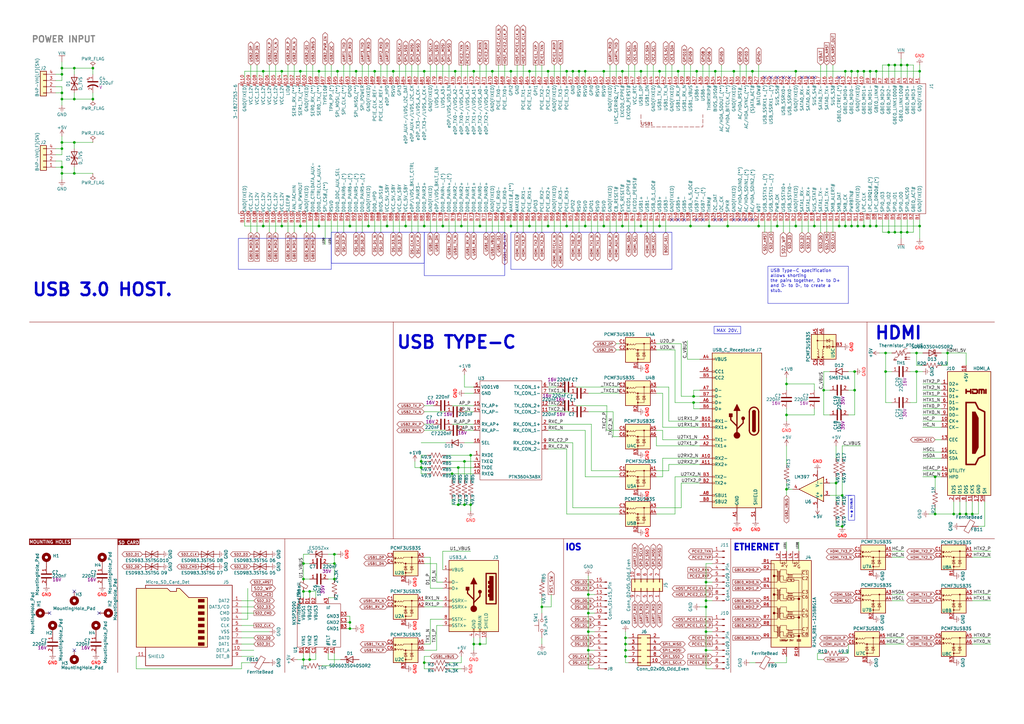
<source format=kicad_sch>
(kicad_sch (version 20231120) (generator "eeschema") (generator_version "7.99")
  (paper "A3")
  (lib_symbols
    (symbol "Comparator:LM397" (pin_names (offset 0.127))
      (property "Reference" "U" (at 1.27 5.08 0))
      (property "Value" "LM397" (at 3.81 -5.08 0))
      (symbol "LM397_1_1"
        (pin input line (at -7.62 -2.54 0) (length 2.54) (name "-") (number "1"))
        (pin power_in line (at -2.54 -7.62 90) (length 3.81) (name "V-") (number "2"))
        (pin input line (at -7.62 2.54 0) (length 2.54) (name "+") (number "3"))
        (pin open_collector line (at 7.62 0 180) (length 2.54) (name "~") (number "4"))
        (pin power_in line (at -2.54 7.62 270) (length 3.81) (name "V+") (number "5"))
      )
    )
    (symbol "Connector:Bus_M.2_Socket_E"
      (property "Reference" "J" (at -22.86 46.99 0))
      (property "Value" "Bus_M.2_Socket_E" (at 16.51 46.99 0))
      (symbol "Bus_M.2_Socket_E_1_1"
        (pin power_in line (at 0 -48.26 90) (length 2.54) (name "GND") (number "1"))
        (pin bidirectional line (at 25.4 5.08 180) (length 2.54) (name "PCM_SYNC/I2S_WS") (number "10"))
        (pin bidirectional line (at -25.4 -15.24 0) (length 2.54) (name "SDIO_CMD") (number "11"))
        (pin input line (at 25.4 2.54 180) (length 2.54) (name "PCM_IN/I2S_SD_IN") (number "12"))
        (pin bidirectional line (at -25.4 -17.78 0) (length 2.54) (name "SDIO_DATA0") (number "13"))
        (pin output line (at 25.4 0 180) (length 2.54) (name "PCM_OUT/I2S_SD_OUT") (number "14"))
        (pin bidirectional line (at -25.4 -20.32 0) (length 2.54) (name "SDIO_DATA1") (number "15"))
        (pin open_collector line (at 25.4 -22.86 180) (length 2.54) (name "~{LED_2}") (number "16"))
        (pin bidirectional line (at -25.4 -22.86 0) (length 2.54) (name "SDIO_DATA2") (number "17"))
        (pin passive line (at 0 -48.26 90) (length 2.54) hide (name "GND") (number "18"))
        (pin bidirectional line (at -25.4 -25.4 0) (length 2.54) (name "SDIO_DATA3") (number "19"))
        (pin power_in line (at 0 48.26 270) (length 2.54) (name "3.3V") (number "2"))
        (pin input line (at 25.4 -5.08 180) (length 2.54) (name "~{UART_WAKE}") (number "20"))
        (pin input line (at -25.4 -27.94 0) (length 2.54) (name "~{SDIO_WAKE}") (number "21"))
        (pin input line (at 25.4 -7.62 180) (length 2.54) (name "UART_RXD") (number "22"))
        (pin output line (at -25.4 -30.48 0) (length 2.54) (name "~{SDIO_RESET}") (number "23"))
        (pin bidirectional line (at -25.4 10.16 0) (length 2.54) (name "USB_D+") (number "3"))
        (pin output line (at 25.4 -10.16 180) (length 2.54) (name "UART_TXD") (number "32"))
        (pin passive line (at 0 -48.26 90) (length 2.54) hide (name "GND") (number "33"))
        (pin input line (at 25.4 -12.7 180) (length 2.54) (name "UART_CTS") (number "34"))
        (pin output line (at -25.4 33.02 0) (length 2.54) (name "PETp0") (number "35"))
        (pin output line (at 25.4 -15.24 180) (length 2.54) (name "UART_RTS") (number "36"))
        (pin output line (at -25.4 30.48 0) (length 2.54) (name "PETn0") (number "37"))
        (pin passive line (at 25.4 38.1 180) (length 2.54) (name "VENDOR_DEFINED") (number "38"))
        (pin passive line (at 0 -48.26 90) (length 2.54) hide (name "GND") (number "39"))
        (pin passive line (at 0 48.26 270) (length 2.54) hide (name "3.3V") (number "4"))
        (pin passive line (at 25.4 35.56 180) (length 2.54) (name "VENDOR_DEFINED") (number "40"))
        (pin input line (at -25.4 27.94 0) (length 2.54) (name "PERp0") (number "41"))
        (pin passive line (at 25.4 33.02 180) (length 2.54) (name "VENDOR_DEFINED") (number "42"))
        (pin input line (at -25.4 25.4 0) (length 2.54) (name "PERn0") (number "43"))
        (pin bidirectional line (at 25.4 -38.1 180) (length 2.54) (name "COEX3") (number "44"))
        (pin passive line (at 0 -48.26 90) (length 2.54) hide (name "GND") (number "45"))
        (pin bidirectional line (at 25.4 -35.56 180) (length 2.54) (name "COEX2") (number "46"))
        (pin output line (at -25.4 -35.56 0) (length 2.54) (name "REFCLKp0") (number "47"))
        (pin bidirectional line (at 25.4 -33.02 180) (length 2.54) (name "COEX1") (number "48"))
        (pin output line (at -25.4 -38.1 0) (length 2.54) (name "REFCLKn0") (number "49"))
        (pin bidirectional line (at -25.4 7.62 0) (length 2.54) (name "USB_D-") (number "5"))
        (pin output line (at 25.4 -27.94 180) (length 2.54) (name "SUSCLK") (number "50"))
        (pin passive line (at 0 -48.26 90) (length 2.54) hide (name "GND") (number "51"))
        (pin output line (at -25.4 43.18 0) (length 2.54) (name "~{PERST0}") (number "52"))
        (pin bidirectional line (at -25.4 40.64 0) (length 2.54) (name "~{CLKREQ0}") (number "53"))
        (pin output line (at 25.4 15.24 180) (length 2.54) (name "~{W_DISABLE2}") (number "54"))
        (pin bidirectional line (at -25.4 38.1 0) (length 2.54) (name "~{PEWAKE0}") (number "55"))
        (pin output line (at 25.4 17.78 180) (length 2.54) (name "~{W_DISABLE1}") (number "56"))
        (pin passive line (at 0 -48.26 90) (length 2.54) hide (name "GND") (number "57"))
        (pin bidirectional line (at 25.4 27.94 180) (length 2.54) (name "I2C_DATA") (number "58"))
        (pin output line (at -25.4 22.86 0) (length 2.54) (name "RESERVED/PETp1") (number "59"))
        (pin open_collector line (at 25.4 -20.32 180) (length 2.54) (name "~{LED_1}") (number "6"))
        (pin output line (at 25.4 25.4 180) (length 2.54) (name "I2C_CLK") (number "60"))
        (pin output line (at -25.4 20.32 0) (length 2.54) (name "RESERVED/PETn1") (number "61"))
        (pin input line (at 25.4 22.86 180) (length 2.54) (name "~{ALERT}") (number "62"))
        (pin passive line (at 0 -48.26 90) (length 2.54) hide (name "GND") (number "63"))
        (pin passive line (at 25.4 43.18 180) (length 2.54) (name "RESERVED") (number "64"))
        (pin input line (at -25.4 17.78 0) (length 2.54) (name "RESERVED/PERp1") (number "65"))
        (pin output line (at -25.4 -2.54 0) (length 2.54) (name "UIM_SWP/~{PERST1}") (number "66"))
        (pin input line (at -25.4 15.24 0) (length 2.54) (name "RESERVED/PERn1") (number "67"))
        (pin bidirectional line (at -25.4 -5.08 0) (length 2.54) (name "UIM_POWER_SNK/~{CLKREQ1}") (number "68"))
        (pin passive line (at 0 -48.26 90) (length 2.54) hide (name "GND") (number "69"))
        (pin passive line (at 0 -48.26 90) (length 2.54) hide (name "GND") (number "7"))
        (pin bidirectional line (at -25.4 -7.62 0) (length 2.54) (name "UIM_POWER_SRC/GPIO1/~{PEWAKE1}") (number "70"))
        (pin output line (at -25.4 -40.64 0) (length 2.54) (name "RESERVED/REFCLKp1") (number "71"))
        (pin passive line (at 0 48.26 270) (length 2.54) hide (name "3.3V") (number "72"))
        (pin output line (at -25.4 -43.18 0) (length 2.54) (name "RESERVED/REFCLKn1") (number "73"))
        (pin passive line (at 0 48.26 270) (length 2.54) hide (name "3.3V") (number "74"))
        (pin passive line (at 0 -48.26 90) (length 2.54) hide (name "GND") (number "75"))
        (pin bidirectional line (at 25.4 7.62 180) (length 2.54) (name "PCM_CLK/I2S_SCK") (number "8"))
        (pin output line (at -25.4 -12.7 0) (length 2.54) (name "SDIO_CLK") (number "9"))
      )
    )
    (symbol "Connector:Conn_01x09_Pin" (pin_names (offset 1.016) hide)
      (property "Reference" "J" (at 0 12.7 0))
      (property "Value" "Conn_01x09_Pin" (at 0 -12.7 0))
      (symbol "Conn_01x09_Pin_1_1"
        (pin passive line (at 5.08 10.16 180) (length 3.81) (name "Pin_1") (number "1"))
        (pin passive line (at 5.08 7.62 180) (length 3.81) (name "Pin_2") (number "2"))
        (pin passive line (at 5.08 5.08 180) (length 3.81) (name "Pin_3") (number "3"))
        (pin passive line (at 5.08 2.54 180) (length 3.81) (name "Pin_4") (number "4"))
        (pin passive line (at 5.08 0 180) (length 3.81) (name "Pin_5") (number "5"))
        (pin passive line (at 5.08 -2.54 180) (length 3.81) (name "Pin_6") (number "6"))
        (pin passive line (at 5.08 -5.08 180) (length 3.81) (name "Pin_7") (number "7"))
        (pin passive line (at 5.08 -7.62 180) (length 3.81) (name "Pin_8") (number "8"))
        (pin passive line (at 5.08 -10.16 180) (length 3.81) (name "Pin_9") (number "9"))
      )
    )
    (symbol "Connector:Conn_01x15_Pin" (pin_names (offset 1.016) hide)
      (property "Reference" "J" (at 0 20.32 0))
      (property "Value" "Conn_01x15_Pin" (at 0 -20.32 0))
      (symbol "Conn_01x15_Pin_1_1"
        (pin passive line (at 5.08 17.78 180) (length 3.81) (name "Pin_1") (number "1"))
        (pin passive line (at 5.08 -5.08 180) (length 3.81) (name "Pin_10") (number "10"))
        (pin passive line (at 5.08 -7.62 180) (length 3.81) (name "Pin_11") (number "11"))
        (pin passive line (at 5.08 -10.16 180) (length 3.81) (name "Pin_12") (number "12"))
        (pin passive line (at 5.08 -12.7 180) (length 3.81) (name "Pin_13") (number "13"))
        (pin passive line (at 5.08 -15.24 180) (length 3.81) (name "Pin_14") (number "14"))
        (pin passive line (at 5.08 -17.78 180) (length 3.81) (name "Pin_15") (number "15"))
        (pin passive line (at 5.08 15.24 180) (length 3.81) (name "Pin_2") (number "2"))
        (pin passive line (at 5.08 12.7 180) (length 3.81) (name "Pin_3") (number "3"))
        (pin passive line (at 5.08 10.16 180) (length 3.81) (name "Pin_4") (number "4"))
        (pin passive line (at 5.08 7.62 180) (length 3.81) (name "Pin_5") (number "5"))
        (pin passive line (at 5.08 5.08 180) (length 3.81) (name "Pin_6") (number "6"))
        (pin passive line (at 5.08 2.54 180) (length 3.81) (name "Pin_7") (number "7"))
        (pin passive line (at 5.08 0 180) (length 3.81) (name "Pin_8") (number "8"))
        (pin passive line (at 5.08 -2.54 180) (length 3.81) (name "Pin_9") (number "9"))
      )
    )
    (symbol "Connector:HDMI_A"
      (property "Reference" "J" (at -6.35 26.67 0))
      (property "Value" "HDMI_A" (at 10.16 26.67 0))
      (symbol "HDMI_A_1_1"
        (pin passive line (at -10.16 20.32 0) (length 2.54) (name "D2+") (number "1"))
        (pin passive line (at -10.16 5.08 0) (length 2.54) (name "CK+") (number "10"))
        (pin power_in line (at 2.54 -27.94 90) (length 2.54) (name "CKS") (number "11"))
        (pin passive line (at -10.16 2.54 0) (length 2.54) (name "CK-") (number "12"))
        (pin bidirectional line (at -10.16 -2.54 0) (length 2.54) (name "CEC") (number "13"))
        (pin passive line (at -10.16 -15.24 0) (length 2.54) (name "UTILITY") (number "14"))
        (pin passive line (at -10.16 -7.62 0) (length 2.54) (name "SCL") (number "15"))
        (pin bidirectional line (at -10.16 -10.16 0) (length 2.54) (name "SDA") (number "16"))
        (pin power_in line (at 5.08 -27.94 90) (length 2.54) (name "GND") (number "17"))
        (pin power_in line (at 0 27.94 270) (length 2.54) (name "+5V") (number "18"))
        (pin passive line (at -10.16 -17.78 0) (length 2.54) (name "HPD") (number "19"))
        (pin power_in line (at -5.08 -27.94 90) (length 2.54) (name "D2S") (number "2"))
        (pin passive line (at -10.16 17.78 0) (length 2.54) (name "D2-") (number "3"))
        (pin passive line (at -10.16 15.24 0) (length 2.54) (name "D1+") (number "4"))
        (pin power_in line (at -2.54 -27.94 90) (length 2.54) (name "D1S") (number "5"))
        (pin passive line (at -10.16 12.7 0) (length 2.54) (name "D1-") (number "6"))
        (pin passive line (at -10.16 10.16 0) (length 2.54) (name "D0+") (number "7"))
        (pin power_in line (at 0 -27.94 90) (length 2.54) (name "D0S") (number "8"))
        (pin passive line (at -10.16 7.62 0) (length 2.54) (name "D0-") (number "9"))
        (pin passive line (at 7.62 -27.94 90) (length 2.54) (name "SH") (number "SH"))
      )
    )
    (symbol "Connector:Micro_SD_Card_Det" (pin_names (offset 1.016))
      (property "Reference" "J" (at -16.51 17.78 0))
      (property "Value" "Micro_SD_Card_Det" (at 16.51 17.78 0))
      (symbol "Micro_SD_Card_Det_1_1"
        (pin bidirectional line (at -22.86 10.16 0) (length 3.81) (name "DAT2") (number "1"))
        (pin passive line (at -22.86 -10.16 0) (length 3.81) (name "DET_A") (number "10"))
        (pin passive line (at 20.32 -12.7 180) (length 3.81) (name "SHIELD") (number "11"))
        (pin bidirectional line (at -22.86 7.62 0) (length 3.81) (name "DAT3/CD") (number "2"))
        (pin input line (at -22.86 5.08 0) (length 3.81) (name "CMD") (number "3"))
        (pin power_in line (at -22.86 2.54 0) (length 3.81) (name "VDD") (number "4"))
        (pin input line (at -22.86 0 0) (length 3.81) (name "CLK") (number "5"))
        (pin power_in line (at -22.86 -2.54 0) (length 3.81) (name "VSS") (number "6"))
        (pin bidirectional line (at -22.86 -5.08 0) (length 3.81) (name "DAT0") (number "7"))
        (pin bidirectional line (at -22.86 -7.62 0) (length 3.81) (name "DAT1") (number "8"))
        (pin passive line (at -22.86 -12.7 0) (length 3.81) (name "DET_B") (number "9"))
      )
    )
    (symbol "Connector:RJ45_RB1-125B8G1A" (pin_names hide)
      (property "Reference" "J" (at -7.62 20.32 0))
      (property "Value" "RJ45_RB1-125B8G1A" (at 15.24 20.32 0))
      (symbol "RJ45_RB1-125B8G1A_0_0"
        (text "1000pF 2kV" (at 2.54 -13.716 0) (effects (font (size 0.635 0.635))))
        (text "C1" (at -5.08 13.97 0) (effects (font (size 1.27 1.27))))
        (text "C2" (at -5.08 11.684 0) (effects (font (size 1.27 1.27))))
        (text "C3" (at -5.08 6.096 0) (effects (font (size 1.27 1.27))))
        (text "C4" (at -5.08 -1.524 0) (effects (font (size 1.27 1.27))))
        (text "C5" (at -5.08 -3.556 0) (effects (font (size 1.27 1.27))))
        (text "C6" (at -5.08 4.064 0) (effects (font (size 1.27 1.27))))
        (text "C7" (at -5.08 -9.144 0) (effects (font (size 1.27 1.27))))
        (text "C8" (at -5.08 -11.176 0) (effects (font (size 1.27 1.27))))
        (text "G" (at -2.54 16.51 0) (effects (font (size 1.27 1.27))))
        (text "Y" (at 2.54 16.51 0) (effects (font (size 1.27 1.27))))
      )
      (symbol "RJ45_RB1-125B8G1A_0_1"
        (pin power_in line (at -2.54 -20.32 90) (length 3.81) (name "GND") (number "R10"))
      )
      (symbol "RJ45_RB1-125B8G1A_1_0"
        (text "75" (at 0.762 -11.938 0) (effects (font (size 0.508 0.508))))
        (text "75" (at 0.762 -4.318 0) (effects (font (size 0.508 0.508))))
        (text "75" (at 0.762 3.302 0) (effects (font (size 0.508 0.508))))
        (text "75" (at 0.762 10.922 0) (effects (font (size 0.508 0.508))))
      )
      (symbol "RJ45_RB1-125B8G1A_1_1"
        (pin passive line (at 2.54 22.86 270) (length 3.81) (name "~") (number "L1"))
        (pin passive line (at 5.08 22.86 270) (length 3.81) (name "~") (number "L2"))
        (pin passive line (at -2.54 22.86 270) (length 3.81) (name "~") (number "L3"))
        (pin passive line (at 0 22.86 270) (length 3.81) (name "~") (number "L4"))
        (pin passive line (at 12.7 17.78 180) (length 3.81) (name "CT") (number "R1"))
        (pin passive line (at 12.7 15.24 180) (length 3.81) (name "TD1+") (number "R2"))
        (pin passive line (at 12.7 10.16 180) (length 3.81) (name "TD1-") (number "R3"))
        (pin passive line (at 12.7 7.62 180) (length 3.81) (name "TD2+") (number "R4"))
        (pin passive line (at 12.7 2.54 180) (length 3.81) (name "TD2-") (number "R5"))
        (pin passive line (at 12.7 0 180) (length 3.81) (name "TD3+") (number "R6"))
        (pin passive line (at 12.7 -5.08 180) (length 3.81) (name "TD3-") (number "R7"))
        (pin passive line (at 12.7 -7.62 180) (length 3.81) (name "TD4+") (number "R8"))
        (pin passive line (at 12.7 -12.7 180) (length 3.81) (name "TD4-") (number "R9"))
        (pin passive line (at 2.54 -20.32 90) (length 3.81) (name "SH") (number "SH"))
      )
    )
    (symbol "Connector:USB3_A" (pin_names (offset 1.016))
      (property "Reference" "J" (at -10.16 15.24 0))
      (property "Value" "USB3_A" (at 10.16 15.24 0))
      (symbol "USB3_A_1_1"
        (pin power_in line (at 12.7 10.16 180) (length 2.54) (name "VBUS") (number "1"))
        (pin passive line (at -5.08 -17.78 90) (length 2.54) (name "SHIELD") (number "10"))
        (pin bidirectional line (at 12.7 5.08 180) (length 2.54) (name "D-") (number "2"))
        (pin bidirectional line (at 12.7 2.54 180) (length 2.54) (name "D+") (number "3"))
        (pin power_in line (at 0 -17.78 90) (length 2.54) (name "GND") (number "4"))
        (pin output line (at 12.7 -2.54 180) (length 2.54) (name "SSRX-") (number "5"))
        (pin output line (at 12.7 -5.08 180) (length 2.54) (name "SSRX+") (number "6"))
        (pin passive line (at -2.54 -17.78 90) (length 2.54) (name "DRAIN") (number "7"))
        (pin input line (at 12.7 -10.16 180) (length 2.54) (name "SSTX-") (number "8"))
        (pin input line (at 12.7 -12.7 180) (length 2.54) (name "SSTX+") (number "9"))
      )
    )
    (symbol "Connector:USB_C_Receptacle" (pin_names (offset 1.016))
      (property "Reference" "J" (at -10.16 29.21 0))
      (property "Value" "USB_C_Receptacle" (at 10.16 29.21 0))
      (symbol "USB_C_Receptacle_1_1"
        (pin passive line (at 0 -40.64 90) (length 5.08) (name "GND") (number "A1"))
        (pin bidirectional line (at 15.24 -15.24 180) (length 5.08) (name "RX2-") (number "A10"))
        (pin bidirectional line (at 15.24 -17.78 180) (length 5.08) (name "RX2+") (number "A11"))
        (pin passive line (at 0 -40.64 90) (length 5.08) hide (name "GND") (number "A12"))
        (pin bidirectional line (at 15.24 -10.16 180) (length 5.08) (name "TX1+") (number "A2"))
        (pin bidirectional line (at 15.24 -7.62 180) (length 5.08) (name "TX1-") (number "A3"))
        (pin passive line (at 15.24 25.4 180) (length 5.08) (name "VBUS") (number "A4"))
        (pin bidirectional line (at 15.24 20.32 180) (length 5.08) (name "CC1") (number "A5"))
        (pin bidirectional line (at 15.24 7.62 180) (length 5.08) (name "D+") (number "A6"))
        (pin bidirectional line (at 15.24 12.7 180) (length 5.08) (name "D-") (number "A7"))
        (pin bidirectional line (at 15.24 -30.48 180) (length 5.08) (name "SBU1") (number "A8"))
        (pin passive line (at 15.24 25.4 180) (length 5.08) hide (name "VBUS") (number "A9"))
        (pin passive line (at 0 -40.64 90) (length 5.08) hide (name "GND") (number "B1"))
        (pin bidirectional line (at 15.24 0 180) (length 5.08) (name "RX1-") (number "B10"))
        (pin bidirectional line (at 15.24 -2.54 180) (length 5.08) (name "RX1+") (number "B11"))
        (pin passive line (at 0 -40.64 90) (length 5.08) hide (name "GND") (number "B12"))
        (pin bidirectional line (at 15.24 -25.4 180) (length 5.08) (name "TX2+") (number "B2"))
        (pin bidirectional line (at 15.24 -22.86 180) (length 5.08) (name "TX2-") (number "B3"))
        (pin passive line (at 15.24 25.4 180) (length 5.08) hide (name "VBUS") (number "B4"))
        (pin bidirectional line (at 15.24 17.78 180) (length 5.08) (name "CC2") (number "B5"))
        (pin bidirectional line (at 15.24 5.08 180) (length 5.08) (name "D+") (number "B6"))
        (pin bidirectional line (at 15.24 10.16 180) (length 5.08) (name "D-") (number "B7"))
        (pin bidirectional line (at 15.24 -33.02 180) (length 5.08) (name "SBU2") (number "B8"))
        (pin passive line (at 15.24 25.4 180) (length 5.08) hide (name "VBUS") (number "B9"))
        (pin passive line (at -7.62 -40.64 90) (length 5.08) (name "SHIELD") (number "S1"))
      )
    )
    (symbol "Connector_Generic:Conn_01x04" (pin_names (offset 1.016) hide)
      (property "Reference" "J" (at 0 5.08 0))
      (property "Value" "Conn_01x04" (at 0 -7.62 0))
      (symbol "Conn_01x04_1_1"
        (pin passive line (at -5.08 2.54 0) (length 3.81) (name "Pin_1") (number "1"))
        (pin passive line (at -5.08 0 0) (length 3.81) (name "Pin_2") (number "2"))
        (pin passive line (at -5.08 -2.54 0) (length 3.81) (name "Pin_3") (number "3"))
        (pin passive line (at -5.08 -5.08 0) (length 3.81) (name "Pin_4") (number "4"))
      )
    )
    (symbol "Connector_Generic:Conn_02x05_Odd_Even" (pin_names (offset 1.016) hide)
      (property "Reference" "J" (at 1.27 7.62 0))
      (property "Value" "Conn_02x05_Odd_Even" (at 1.27 -7.62 0))
      (symbol "Conn_02x05_Odd_Even_1_1"
        (pin passive line (at -5.08 5.08 0) (length 3.81) (name "Pin_1") (number "1"))
        (pin passive line (at 7.62 -5.08 180) (length 3.81) (name "Pin_10") (number "10"))
        (pin passive line (at 7.62 5.08 180) (length 3.81) (name "Pin_2") (number "2"))
        (pin passive line (at -5.08 2.54 0) (length 3.81) (name "Pin_3") (number "3"))
        (pin passive line (at 7.62 2.54 180) (length 3.81) (name "Pin_4") (number "4"))
        (pin passive line (at -5.08 0 0) (length 3.81) (name "Pin_5") (number "5"))
        (pin passive line (at 7.62 0 180) (length 3.81) (name "Pin_6") (number "6"))
        (pin passive line (at -5.08 -2.54 0) (length 3.81) (name "Pin_7") (number "7"))
        (pin passive line (at 7.62 -2.54 180) (length 3.81) (name "Pin_8") (number "8"))
        (pin passive line (at -5.08 -5.08 0) (length 3.81) (name "Pin_9") (number "9"))
      )
    )
    (symbol "DQSBC:3-1827253-6"
      (property "Reference" "J?" (at 0 -46.99 0))
      (property "Value" "3-1827253-6" (at 7.62 -281.94 0))
      (symbol "3-1827253-6_0_0"
        (text "USB1" (at 16.51 -114.3 900) (effects (font (size 1.27 1.27))))
      )
      (symbol "3-1827253-6_1_1"
        (pin passive line (at -2.54 -2.54 0) (length 2.54) (name "GND(FIXED)") (number "A1"))
        (pin passive line (at -2.54 -25.4 0) (length 2.54) (name "GBE0_MDI1+") (number "A10"))
        (pin passive line (at -2.54 -254 0) (length 2.54) (name "GND(FIXED)") (number "A100"))
        (pin passive line (at -2.54 -256.54 0) (length 2.54) (name "SER1_TX_(**)") (number "A101"))
        (pin passive line (at -2.54 -259.08 0) (length 2.54) (name "SER1_RX_(**)") (number "A102"))
        (pin passive line (at -2.54 -261.62 0) (length 2.54) (name "LID#") (number "A103"))
        (pin passive line (at -2.54 -264.16 0) (length 2.54) (name "VCC_12V") (number "A104"))
        (pin passive line (at -2.54 -266.7 0) (length 2.54) (name "VCC_12V") (number "A105"))
        (pin passive line (at -2.54 -269.24 0) (length 2.54) (name "VCC_12V") (number "A106"))
        (pin passive line (at -2.54 -271.78 0) (length 2.54) (name "VCC_12V") (number "A107"))
        (pin passive line (at -2.54 -274.32 0) (length 2.54) (name "VCC_12V") (number "A108"))
        (pin passive line (at -2.54 -276.86 0) (length 2.54) (name "VCC_12V") (number "A109"))
        (pin passive line (at -2.54 -27.94 0) (length 2.54) (name "GND(FIXED)") (number "A11"))
        (pin passive line (at -2.54 -279.4 0) (length 2.54) (name "GND(FIXED)") (number "A110"))
        (pin passive line (at -2.54 -30.48 0) (length 2.54) (name "GBE0_MDI0-") (number "A12"))
        (pin passive line (at -2.54 -33.02 0) (length 2.54) (name "GBE0_MDI0+") (number "A13"))
        (pin passive line (at -2.54 -35.56 0) (length 2.54) (name "GBE0_CTREF_(*)") (number "A14"))
        (pin passive line (at -2.54 -38.1 0) (length 2.54) (name "SUS_S3#") (number "A15"))
        (pin passive line (at -2.54 -40.64 0) (length 2.54) (name "SATA0_TX+") (number "A16"))
        (pin passive line (at -2.54 -43.18 0) (length 2.54) (name "SATA0_TX-") (number "A17"))
        (pin passive line (at -2.54 -45.72 0) (length 2.54) (name "SUS_S4#") (number "A18"))
        (pin passive line (at -2.54 -48.26 0) (length 2.54) (name "SATA0_RX+") (number "A19"))
        (pin passive line (at -2.54 -5.08 0) (length 2.54) (name "GBE0_MDI3-") (number "A2"))
        (pin passive line (at -2.54 -50.8 0) (length 2.54) (name "SATA0_RX-") (number "A20"))
        (pin passive line (at -2.54 -53.34 0) (length 2.54) (name "GND(FIXED)") (number "A21"))
        (pin passive line (at -2.54 -55.88 0) (length 2.54) (name "USB_SSRX0-") (number "A22"))
        (pin passive line (at -2.54 -58.42 0) (length 2.54) (name "USB_SSRX0+") (number "A23"))
        (pin passive line (at -2.54 -60.96 0) (length 2.54) (name "SUS_S5#") (number "A24"))
        (pin passive line (at -2.54 -63.5 0) (length 2.54) (name "USB_SSRX1-_(*)") (number "A25"))
        (pin passive line (at -2.54 -66.04 0) (length 2.54) (name "USB_SSRX1+_(*)") (number "A26"))
        (pin passive line (at -2.54 -68.58 0) (length 2.54) (name "BATLOW#") (number "A27"))
        (pin passive line (at -2.54 -71.12 0) (length 2.54) (name "(S)ATA_ACT#") (number "A28"))
        (pin passive line (at -2.54 -73.66 0) (length 2.54) (name "AC/HDA_SYNC_(**)") (number "A29"))
        (pin passive line (at -2.54 -7.62 0) (length 2.54) (name "GBE0_MDI3+") (number "A3"))
        (pin passive line (at -2.54 -76.2 0) (length 2.54) (name "AC/HDA_RST#_") (number "A30"))
        (pin passive line (at -2.54 -78.74 0) (length 2.54) (name "GND(FIXED)") (number "A31"))
        (pin passive line (at -2.54 -81.28 0) (length 2.54) (name "AC/HDA_BITCLK_(**)") (number "A32"))
        (pin passive line (at -2.54 -83.82 0) (length 2.54) (name "AC/HDA_SDOUT_(**)") (number "A33"))
        (pin passive line (at -2.54 -86.36 0) (length 2.54) (name "BIOS_DIS0#") (number "A34"))
        (pin passive line (at -2.54 -88.9 0) (length 2.54) (name "THRMTRIP#") (number "A35"))
        (pin passive line (at -2.54 -91.44 0) (length 2.54) (name "USB6-") (number "A36"))
        (pin passive line (at -2.54 -93.98 0) (length 2.54) (name "USB6+") (number "A37"))
        (pin passive line (at -2.54 -96.52 0) (length 2.54) (name "USB1_VBUS") (number "A38"))
        (pin passive line (at -2.54 -99.06 0) (length 2.54) (name "USB1_RX_N") (number "A39"))
        (pin passive line (at -2.54 -10.16 0) (length 2.54) (name "GBE0_LINK100#") (number "A4"))
        (pin passive line (at -2.54 -101.6 0) (length 2.54) (name "USB1_RX_P") (number "A40"))
        (pin passive line (at -2.54 -104.14 0) (length 2.54) (name "GND(FIXED)") (number "A41"))
        (pin passive line (at -2.54 -106.68 0) (length 2.54) (name "USB1_TX_N") (number "A42"))
        (pin passive line (at -2.54 -109.22 0) (length 2.54) (name "USB1_TX_P") (number "A43"))
        (pin passive line (at -2.54 -111.76 0) (length 2.54) (name "GND(FIXED)") (number "A44"))
        (pin passive line (at -2.54 -114.3 0) (length 2.54) (name "USB1_DN") (number "A45"))
        (pin passive line (at -2.54 -116.84 0) (length 2.54) (name "USB1_DP") (number "A46"))
        (pin passive line (at -2.54 -119.38 0) (length 2.54) (name "VCC_RTC") (number "A47"))
        (pin passive line (at -2.54 -121.92 0) (length 2.54) (name "EXCD0_PERST#") (number "A48"))
        (pin passive line (at -2.54 -124.46 0) (length 2.54) (name "EXCD0_CPPE#") (number "A49"))
        (pin passive line (at -2.54 -12.7 0) (length 2.54) (name "GBE0_LINK1000#") (number "A5"))
        (pin passive line (at -2.54 -127 0) (length 2.54) (name "LPC_SERIRQ_(**)") (number "A50"))
        (pin passive line (at -2.54 -129.54 0) (length 2.54) (name "GND(FIXED)") (number "A51"))
        (pin passive line (at -2.54 -132.08 0) (length 2.54) (name "RSVD") (number "A52"))
        (pin passive line (at -2.54 -134.62 0) (length 2.54) (name "RSVD") (number "A53"))
        (pin passive line (at -2.54 -137.16 0) (length 2.54) (name "GPI0") (number "A54"))
        (pin passive line (at -2.54 -139.7 0) (length 2.54) (name "RSVD") (number "A55"))
        (pin passive line (at -2.54 -142.24 0) (length 2.54) (name "RSVD") (number "A56"))
        (pin passive line (at -2.54 -144.78 0) (length 2.54) (name "GND") (number "A57"))
        (pin passive line (at -2.54 -147.32 0) (length 2.54) (name "PCIE_TX3+") (number "A58"))
        (pin passive line (at -2.54 -149.86 0) (length 2.54) (name "PCIE_TX3-") (number "A59"))
        (pin passive line (at -2.54 -15.24 0) (length 2.54) (name "GBE0_MDI2-") (number "A6"))
        (pin passive line (at -2.54 -152.4 0) (length 2.54) (name "GND(FIXED)") (number "A60"))
        (pin passive line (at -2.54 -154.94 0) (length 2.54) (name "PCIE_TX2+") (number "A61"))
        (pin passive line (at -2.54 -157.48 0) (length 2.54) (name "PCIE_TX2-") (number "A62"))
        (pin passive line (at -2.54 -160.02 0) (length 2.54) (name "GPI1") (number "A63"))
        (pin passive line (at -2.54 -162.56 0) (length 2.54) (name "PCIE_TX1+") (number "A64"))
        (pin passive line (at -2.54 -165.1 0) (length 2.54) (name "PCIE_TX1-") (number "A65"))
        (pin passive line (at -2.54 -167.64 0) (length 2.54) (name "GND") (number "A66"))
        (pin passive line (at -2.54 -170.18 0) (length 2.54) (name "GPI2") (number "A67"))
        (pin passive line (at -2.54 -172.72 0) (length 2.54) (name "PCIE_TX0+") (number "A68"))
        (pin passive line (at -2.54 -175.26 0) (length 2.54) (name "PCIE_TX0-") (number "A69"))
        (pin passive line (at -2.54 -17.78 0) (length 2.54) (name "GBE0_MDI2+") (number "A7"))
        (pin passive line (at -2.54 -177.8 0) (length 2.54) (name "GND(FIXED)") (number "A70"))
        (pin passive line (at -2.54 -180.34 0) (length 2.54) (name "eDP_TX2+/LVDS_A0+") (number "A71"))
        (pin passive line (at -2.54 -182.88 0) (length 2.54) (name "eDP_TX2-/LVDS_A0-") (number "A72"))
        (pin passive line (at -2.54 -185.42 0) (length 2.54) (name "eDP_TX1+/LVDS_A1+") (number "A73"))
        (pin passive line (at -2.54 -187.96 0) (length 2.54) (name "eDP_TX1-/LVDS_A1-") (number "A74"))
        (pin passive line (at -2.54 -190.5 0) (length 2.54) (name "eDP_TX0+/LVDS_A2+") (number "A75"))
        (pin passive line (at -2.54 -193.04 0) (length 2.54) (name "eDP_TX0-/LVDS_A2-") (number "A76"))
        (pin passive line (at -2.54 -195.58 0) (length 2.54) (name "eDP/LVDS_VDD_EN") (number "A77"))
        (pin passive line (at -2.54 -198.12 0) (length 2.54) (name "LVDS_A3+") (number "A78"))
        (pin passive line (at -2.54 -200.66 0) (length 2.54) (name "LVDS_A3-") (number "A79"))
        (pin passive line (at -2.54 -20.32 0) (length 2.54) (name "GBE0_LINK#") (number "A8"))
        (pin passive line (at -2.54 -203.2 0) (length 2.54) (name "GND(FIXED)") (number "A80"))
        (pin passive line (at -2.54 -205.74 0) (length 2.54) (name "eDP_TX3+/LVDS_A_CK+") (number "A81"))
        (pin passive line (at -2.54 -208.28 0) (length 2.54) (name "eDP_TX3-/LVDS_A_CK-") (number "A82"))
        (pin passive line (at -2.54 -210.82 0) (length 2.54) (name "eDP_AUX+/LVDS_I2C_CK") (number "A83"))
        (pin passive line (at -2.54 -213.36 0) (length 2.54) (name "eDP_AUX-/LVDS_I2C_DAT") (number "A84"))
        (pin passive line (at -2.54 -215.9 0) (length 2.54) (name "GPI3") (number "A85"))
        (pin passive line (at -2.54 -218.44 0) (length 2.54) (name "RSVD") (number "A86"))
        (pin passive line (at -2.54 -220.98 0) (length 2.54) (name "eDP_HPD") (number "A87"))
        (pin passive line (at -2.54 -223.52 0) (length 2.54) (name "PCIE_CLK_REF+") (number "A88"))
        (pin passive line (at -2.54 -226.06 0) (length 2.54) (name "PCIE_CLK_REF-") (number "A89"))
        (pin passive line (at -2.54 -22.86 0) (length 2.54) (name "GBE0_MDI1-") (number "A9"))
        (pin passive line (at -2.54 -228.6 0) (length 2.54) (name "GND(FIXED)") (number "A90"))
        (pin passive line (at -2.54 -231.14 0) (length 2.54) (name "SPI_POWER") (number "A91"))
        (pin passive line (at -2.54 -233.68 0) (length 2.54) (name "SPI_MISO_(**)") (number "A92"))
        (pin passive line (at -2.54 -236.22 0) (length 2.54) (name "GPO0") (number "A93"))
        (pin passive line (at -2.54 -238.76 0) (length 2.54) (name "SPI_CLK_(**)") (number "A94"))
        (pin passive line (at -2.54 -241.3 0) (length 2.54) (name "SPI_MOSI_(**)") (number "A95"))
        (pin passive line (at -2.54 -243.84 0) (length 2.54) (name "TPM_PP_(*)") (number "A96"))
        (pin passive line (at -2.54 -246.38 0) (length 2.54) (name "TYPE10#") (number "A97"))
        (pin passive line (at -2.54 -248.92 0) (length 2.54) (name "SER0_TX_(**)") (number "A98"))
        (pin passive line (at -2.54 -251.46 0) (length 2.54) (name "SER0_RX_(**)") (number "A99"))
        (pin passive line (at 55.88 -2.54 180) (length 2.54) (name "GND(FIXED)") (number "B1"))
        (pin passive line (at 55.88 -25.4 180) (length 2.54) (name "LPC_CLK") (number "B10"))
        (pin passive line (at 55.88 -254 180) (length 2.54) (name "GND(FIXED)") (number "B100"))
        (pin passive line (at 55.88 -256.54 180) (length 2.54) (name "FAN_PWMOUT") (number "B101"))
        (pin passive line (at 55.88 -259.08 180) (length 2.54) (name "FAN_TACHIN") (number "B102"))
        (pin passive line (at 55.88 -261.62 180) (length 2.54) (name "SLEEP#") (number "B103"))
        (pin passive line (at 55.88 -264.16 180) (length 2.54) (name "VCC_12V") (number "B104"))
        (pin passive line (at 55.88 -266.7 180) (length 2.54) (name "VCC_12V") (number "B105"))
        (pin passive line (at 55.88 -269.24 180) (length 2.54) (name "VCC_12V") (number "B106"))
        (pin passive line (at 55.88 -271.78 180) (length 2.54) (name "VCC_12V") (number "B107"))
        (pin passive line (at 55.88 -274.32 180) (length 2.54) (name "VCC_12V") (number "B108"))
        (pin passive line (at 55.88 -276.86 180) (length 2.54) (name "VCC_12V") (number "B109"))
        (pin passive line (at 55.88 -27.94 180) (length 2.54) (name "GND(FIXED)") (number "B11"))
        (pin passive line (at 55.88 -279.4 180) (length 2.54) (name "GND(FIXED)") (number "B110"))
        (pin passive line (at 55.88 -30.48 180) (length 2.54) (name "PWRBTN#") (number "B12"))
        (pin passive line (at 55.88 -33.02 180) (length 2.54) (name "SMB_CK") (number "B13"))
        (pin passive line (at 55.88 -35.56 180) (length 2.54) (name "SMB_DAT") (number "B14"))
        (pin passive line (at 55.88 -38.1 180) (length 2.54) (name "SMB_ALERT#") (number "B15"))
        (pin passive line (at 55.88 -40.64 180) (length 2.54) (name "SATA1_TX+") (number "B16"))
        (pin passive line (at 55.88 -43.18 180) (length 2.54) (name "SATA1_TX-") (number "B17"))
        (pin passive line (at 55.88 -45.72 180) (length 2.54) (name "SUS_STAT#") (number "B18"))
        (pin passive line (at 55.88 -48.26 180) (length 2.54) (name "SATA1_RX+") (number "B19"))
        (pin passive line (at 55.88 -5.08 180) (length 2.54) (name "GBE0_ACT#") (number "B2"))
        (pin passive line (at 55.88 -50.8 180) (length 2.54) (name "SATA1_RX-") (number "B20"))
        (pin passive line (at 55.88 -53.34 180) (length 2.54) (name "GND(FIXED)") (number "B21"))
        (pin passive line (at 55.88 -55.88 180) (length 2.54) (name "USB_SSTX0-") (number "B22"))
        (pin passive line (at 55.88 -58.42 180) (length 2.54) (name "USB_SSTX0+") (number "B23"))
        (pin passive line (at 55.88 -60.96 180) (length 2.54) (name "PWR_OK") (number "B24"))
        (pin passive line (at 55.88 -63.5 180) (length 2.54) (name "USB_SSTX1-_(*)") (number "B25"))
        (pin passive line (at 55.88 -66.04 180) (length 2.54) (name "USB_SSTX1+_(*)") (number "B26"))
        (pin passive line (at 55.88 -68.58 180) (length 2.54) (name "WDT") (number "B27"))
        (pin passive line (at 55.88 -71.12 180) (length 2.54) (name "AC/HDA_SDIN2_(*)") (number "B28"))
        (pin passive line (at 55.88 -73.66 180) (length 2.54) (name "AC/HDA_SDIN1_(*)") (number "B29"))
        (pin passive line (at 55.88 -7.62 180) (length 2.54) (name "SPI0_NCS0") (number "B3"))
        (pin passive line (at 55.88 -76.2 180) (length 2.54) (name "AC/HDA_SDIN0_(**)") (number "B30"))
        (pin passive line (at 55.88 -78.74 180) (length 2.54) (name "GND(FIXED)") (number "B31"))
        (pin passive line (at 55.88 -81.28 180) (length 2.54) (name "SPKR") (number "B32"))
        (pin passive line (at 55.88 -83.82 180) (length 2.54) (name "I2C_CK") (number "B33"))
        (pin passive line (at 55.88 -86.36 180) (length 2.54) (name "I2C_DAT") (number "B34"))
        (pin passive line (at 55.88 -88.9 180) (length 2.54) (name "THRM#") (number "B35"))
        (pin passive line (at 55.88 -91.44 180) (length 2.54) (name "USB7-_(*)") (number "B36"))
        (pin passive line (at 55.88 -93.98 180) (length 2.54) (name "USB7+_(*)") (number "B37"))
        (pin passive line (at 55.88 -96.52 180) (length 2.54) (name "USB_4_5_OC#") (number "B38"))
        (pin passive line (at 55.88 -99.06 180) (length 2.54) (name "USB5-") (number "B39"))
        (pin passive line (at 55.88 -10.16 180) (length 2.54) (name "SPI0_IO0") (number "B4"))
        (pin passive line (at 55.88 -101.6 180) (length 2.54) (name "USB5+") (number "B40"))
        (pin passive line (at 55.88 -104.14 180) (length 2.54) (name "GND(FIXED)") (number "B41"))
        (pin passive line (at 55.88 -106.68 180) (length 2.54) (name "USB3-") (number "B42"))
        (pin passive line (at 55.88 -109.22 180) (length 2.54) (name "USB3+") (number "B43"))
        (pin passive line (at 55.88 -111.76 180) (length 2.54) (name "USB_0_1_OC#") (number "B44"))
        (pin passive line (at 55.88 -114.3 180) (length 2.54) (name "USB1-") (number "B45"))
        (pin passive line (at 55.88 -116.84 180) (length 2.54) (name "USB1+") (number "B46"))
        (pin passive line (at 55.88 -119.38 180) (length 2.54) (name "EXCD1_PERST#") (number "B47"))
        (pin passive line (at 55.88 -121.92 180) (length 2.54) (name "EXCD1_CPPE#") (number "B48"))
        (pin passive line (at 55.88 -124.46 180) (length 2.54) (name "SYS_RESET#") (number "B49"))
        (pin passive line (at 55.88 -12.7 180) (length 2.54) (name "SPI0_IO1") (number "B5"))
        (pin passive line (at 55.88 -127 180) (length 2.54) (name "CB_RESET#") (number "B50"))
        (pin passive line (at 55.88 -129.54 180) (length 2.54) (name "GND(FIXED)") (number "B51"))
        (pin passive line (at 55.88 -132.08 180) (length 2.54) (name "RSVD") (number "B52"))
        (pin passive line (at 55.88 -134.62 180) (length 2.54) (name "RSVD") (number "B53"))
        (pin passive line (at 55.88 -137.16 180) (length 2.54) (name "GPO1") (number "B54"))
        (pin passive line (at 55.88 -139.7 180) (length 2.54) (name "RSVD") (number "B55"))
        (pin passive line (at 55.88 -142.24 180) (length 2.54) (name "RSVD") (number "B56"))
        (pin passive line (at 55.88 -144.78 180) (length 2.54) (name "GPO2") (number "B57"))
        (pin passive line (at 55.88 -147.32 180) (length 2.54) (name "PCIE_RX3+") (number "B58"))
        (pin passive line (at 55.88 -149.86 180) (length 2.54) (name "PCIE_RX3-") (number "B59"))
        (pin passive line (at 55.88 -15.24 180) (length 2.54) (name "SPI0_IO2") (number "B6"))
        (pin passive line (at 55.88 -152.4 180) (length 2.54) (name "GND(FIXED)") (number "B60"))
        (pin passive line (at 55.88 -154.94 180) (length 2.54) (name "PCIE_RX2+") (number "B61"))
        (pin passive line (at 55.88 -157.48 180) (length 2.54) (name "PCIE_RX2-") (number "B62"))
        (pin passive line (at 55.88 -160.02 180) (length 2.54) (name "GPO3") (number "B63"))
        (pin passive line (at 55.88 -162.56 180) (length 2.54) (name "PCIE_RX1+") (number "B64"))
        (pin passive line (at 55.88 -165.1 180) (length 2.54) (name "PCIE_RX1-") (number "B65"))
        (pin passive line (at 55.88 -167.64 180) (length 2.54) (name "WAKE0#") (number "B66"))
        (pin passive line (at 55.88 -170.18 180) (length 2.54) (name "WAKE1#_(**)") (number "B67"))
        (pin passive line (at 55.88 -172.72 180) (length 2.54) (name "PCIE_RX0+") (number "B68"))
        (pin passive line (at 55.88 -175.26 180) (length 2.54) (name "PCIE_RX0-") (number "B69"))
        (pin passive line (at 55.88 -17.78 180) (length 2.54) (name "SPI0_IO3") (number "B7"))
        (pin passive line (at 55.88 -177.8 180) (length 2.54) (name "GND(FIXED)") (number "B70"))
        (pin passive line (at 55.88 -180.34 180) (length 2.54) (name "DDI0_PAIR0+") (number "B71"))
        (pin passive line (at 55.88 -182.88 180) (length 2.54) (name "DDI0_PAIR0-") (number "B72"))
        (pin passive line (at 55.88 -185.42 180) (length 2.54) (name "DDI0_PAIR1+") (number "B73"))
        (pin passive line (at 55.88 -187.96 180) (length 2.54) (name "DDI0_PAIR1-") (number "B74"))
        (pin passive line (at 55.88 -190.5 180) (length 2.54) (name "DDI0_PAIR2+") (number "B75"))
        (pin passive line (at 55.88 -193.04 180) (length 2.54) (name "DDI0_PAIR2-") (number "B76"))
        (pin passive line (at 55.88 -195.58 180) (length 2.54) (name "DDI0_PAIR4+_(*)") (number "B77"))
        (pin passive line (at 55.88 -198.12 180) (length 2.54) (name "DDI0_PAIR4-_(*)") (number "B78"))
        (pin passive line (at 55.88 -200.66 180) (length 2.54) (name "eDP/LVDS_BKLT_EN") (number "B79"))
        (pin passive line (at 55.88 -20.32 180) (length 2.54) (name "LPC_DRQ0#_(*)") (number "B8"))
        (pin passive line (at 55.88 -203.2 180) (length 2.54) (name "GND(FIXED)") (number "B80"))
        (pin passive line (at 55.88 -205.74 180) (length 2.54) (name "DDI0_PAIR3+") (number "B81"))
        (pin passive line (at 55.88 -208.28 180) (length 2.54) (name "DDI0_PAIR3-") (number "B82"))
        (pin passive line (at 55.88 -210.82 180) (length 2.54) (name "eDP/LVDS_BKLT_CTRL") (number "B83"))
        (pin passive line (at 55.88 -213.36 180) (length 2.54) (name "VCC_5V_SBY") (number "B84"))
        (pin passive line (at 55.88 -215.9 180) (length 2.54) (name "VCC_5V_SBY") (number "B85"))
        (pin passive line (at 55.88 -218.44 180) (length 2.54) (name "VCC_5V_SBY") (number "B86"))
        (pin passive line (at 55.88 -220.98 180) (length 2.54) (name "VCC_5V_SBY") (number "B87"))
        (pin passive line (at 55.88 -223.52 180) (length 2.54) (name "BIOS_DIS1#") (number "B88"))
        (pin passive line (at 55.88 -226.06 180) (length 2.54) (name "DD0_HPD") (number "B89"))
        (pin passive line (at 55.88 -22.86 180) (length 2.54) (name "LPC_DRQ1#_(*)") (number "B9"))
        (pin passive line (at 55.88 -228.6 180) (length 2.54) (name "GND(FIXED)") (number "B90"))
        (pin passive line (at 55.88 -231.14 180) (length 2.54) (name "DDI0_PAIR5+_(*)") (number "B91"))
        (pin passive line (at 55.88 -233.68 180) (length 2.54) (name "DDI0_PAIR5-_(*)") (number "B92"))
        (pin passive line (at 55.88 -236.22 180) (length 2.54) (name "DDI0_PAIR6+_(*)") (number "B93"))
        (pin passive line (at 55.88 -238.76 180) (length 2.54) (name "DDI0_PAIR6-_(*)") (number "B94"))
        (pin passive line (at 55.88 -241.3 180) (length 2.54) (name "DDI0_DDC_AUX_SEL") (number "B95"))
        (pin passive line (at 55.88 -243.84 180) (length 2.54) (name "RSVD") (number "B96"))
        (pin passive line (at 55.88 -246.38 180) (length 2.54) (name "SPI_CS#_(**)") (number "B97"))
        (pin passive line (at 55.88 -248.92 180) (length 2.54) (name "DDI0_CTRLCLK_AUX+") (number "B98"))
        (pin passive line (at 55.88 -251.46 180) (length 2.54) (name "DDI0_CTRLDATA_AUX-") (number "B99"))
      )
    )
    (symbol "DQSBC:GND" (power) (pin_numbers hide) (pin_names (offset 0) hide)
      (property "Value" "GND" (at 0 -3.81 0))
      (symbol "GND_1_1"
        (pin power_in line (at 0 0 270) (length 0) hide (name "GND") (number "1"))
      )
    )
    (symbol "DQSBC:VIN" (power) (pin_numbers hide) (pin_names (offset 0) hide)
      (property "Value" "VIN" (at 0 3.556 0))
      (symbol "VIN_1_1"
        (pin power_in line (at 0 0 90) (length 0) hide (name "VIN") (number "1"))
      )
    )
    (symbol "Device:D" (pin_numbers hide) (pin_names (offset 1.016) hide)
      (property "Reference" "D" (at 0 2.54 0))
      (property "Value" "D" (at 0 -2.54 0))
      (symbol "D_1_1"
        (pin passive line (at -3.81 0 0) (length 2.54) (name "K") (number "1"))
        (pin passive line (at 3.81 0 180) (length 2.54) (name "A") (number "2"))
      )
    )
    (symbol "Device:D_Schottky" (pin_numbers hide) (pin_names (offset 1.016) hide)
      (property "Reference" "D" (at 0 2.54 0))
      (property "Value" "D_Schottky" (at 0 -2.54 0))
      (symbol "D_Schottky_1_1"
        (pin passive line (at -3.81 0 0) (length 2.54) (name "K") (number "1"))
        (pin passive line (at 3.81 0 180) (length 2.54) (name "A") (number "2"))
      )
    )
    (symbol "Device:D_TVS" (pin_numbers hide) (pin_names (offset 1.016) hide)
      (property "Reference" "D" (at 0 2.54 0))
      (property "Value" "D_TVS" (at 0 -2.54 0))
      (symbol "D_TVS_1_1"
        (pin passive line (at -3.81 0 0) (length 2.54) (name "A1") (number "1"))
        (pin passive line (at 3.81 0 180) (length 2.54) (name "A2") (number "2"))
      )
    )
    (symbol "Device:FerriteBead" (pin_numbers hide) (pin_names (offset 0))
      (property "Reference" "FB" (at -3.81 0.635 90))
      (property "Value" "FerriteBead" (at 3.81 0 90))
      (symbol "FerriteBead_1_1"
        (pin passive line (at 0 3.81 270) (length 2.54) (name "~") (number "1"))
        (pin passive line (at 0 -3.81 90) (length 2.54) (name "~") (number "2"))
      )
    )
    (symbol "Device:FerriteBead_Small" (pin_numbers hide) (pin_names (offset 0))
      (property "Reference" "FB" (at 1.905 1.27 0))
      (property "Value" "FerriteBead_Small" (at 1.905 -1.27 0))
      (symbol "FerriteBead_Small_1_1"
        (pin passive line (at 0 2.54 270) (length 1.27) (name "~") (number "1"))
        (pin passive line (at 0 -2.54 90) (length 1.27) (name "~") (number "2"))
      )
    )
    (symbol "Device:Thermistor_PTC_US" (pin_numbers hide) (pin_names (offset 0))
      (property "Reference" "TH" (at -4.064 0 90))
      (property "Value" "Thermistor_PTC_US" (at 3.048 0 90))
      (symbol "Thermistor_PTC_US_1_1"
        (pin passive line (at 0 3.81 270) (length 1.27) (name "~") (number "1"))
        (pin passive line (at 0 -3.81 90) (length 1.27) (name "~") (number "2"))
      )
    )
    (symbol "Diode:ESD5Zxx" (pin_numbers hide) (pin_names hide)
      (property "Reference" "D" (at 0 2.54 0))
      (property "Value" "ESD5Zxx" (at 0 -2.54 0))
      (symbol "ESD5Zxx_1_1"
        (pin passive line (at -3.81 0 0) (length 2.54) (name "K") (number "1"))
        (pin passive line (at 3.81 0 180) (length 2.54) (name "A") (number "2"))
      )
    )
    (symbol "Diode:ESD9B3.3ST5G" (pin_numbers hide) (pin_names (offset 1.016) hide)
      (property "Reference" "D" (at 0 2.54 0))
      (property "Value" "ESD9B3.3ST5G" (at 0 -2.54 0))
      (symbol "ESD9B3.3ST5G_1_1"
        (pin passive line (at -3.81 0 0) (length 2.54) (name "A1") (number "1"))
        (pin passive line (at 3.81 0 180) (length 2.54) (name "A2") (number "2"))
      )
    )
    (symbol "Diode:SM6T24A" (pin_numbers hide) (pin_names (offset 1.016) hide)
      (property "Reference" "D" (at 0 2.54 0))
      (property "Value" "SM6T24A" (at 0 -2.54 0))
      (symbol "SM6T24A_1_1"
        (pin passive line (at -3.81 0 0) (length 2.54) (name "A1") (number "1"))
        (pin passive line (at 3.81 0 180) (length 2.54) (name "A2") (number "2"))
      )
    )
    (symbol "Mechanical:MountingHole_Pad" (pin_numbers hide) (pin_names (offset 1.016) hide)
      (property "Reference" "H" (at 0 6.35 0))
      (property "Value" "MountingHole_Pad" (at 0 4.445 0))
      (symbol "MountingHole_Pad_1_1"
        (pin input line (at 0 -2.54 90) (length 2.54) (name "1") (number "1"))
      )
    )
    (symbol "Power_Protection:PCMF3USB3S" (pin_names (offset 0.0254) hide)
      (property "Reference" "U" (at -5.08 6.35 0))
      (property "Value" "PCMF3USB3S" (at 7.62 6.35 0))
      (symbol "PCMF3USB3S_1_1"
        (pin passive line (at -7.62 2.54 0) (length 2.54) (name "CH1_IN+") (number "A1"))
        (pin passive line (at -7.62 0 0) (length 2.54) (name "CH1_IN-") (number "A2"))
        (pin power_in line (at 0 -7.62 90) (length 2.54) (name "GND_CH1") (number "B1"))
        (pin passive line (at 7.62 2.54 180) (length 2.54) (name "CH1_OUT+") (number "C1"))
        (pin passive line (at 7.62 0 180) (length 2.54) (name "CH1_OUT-") (number "C2"))
      )
      (symbol "PCMF3USB3S_2_1"
        (pin passive line (at -7.62 2.54 0) (length 2.54) (name "CH2_IN+") (number "A3"))
        (pin passive line (at -7.62 0 0) (length 2.54) (name "CH2_IN-") (number "A4"))
        (pin power_in line (at 0 -7.62 90) (length 2.54) (name "GND_CH2") (number "B2"))
        (pin passive line (at 7.62 2.54 180) (length 2.54) (name "CH2_OUT+") (number "C3"))
        (pin passive line (at 7.62 0 180) (length 2.54) (name "CH2_OUT-") (number "C4"))
      )
      (symbol "PCMF3USB3S_3_1"
        (pin passive line (at -7.62 2.54 0) (length 2.54) (name "CH3_IN+") (number "A5"))
        (pin passive line (at -7.62 0 0) (length 2.54) (name "CH3_IN-") (number "A6"))
        (pin power_in line (at 0 -7.62 90) (length 2.54) (name "GND_CH3") (number "B3"))
        (pin passive line (at 7.62 2.54 180) (length 2.54) (name "CH3_OUT+") (number "C5"))
        (pin passive line (at 7.62 0 180) (length 2.54) (name "CH3_OUT-") (number "C6"))
      )
    )
    (symbol "SBC:NX5P3090UKZ"
      (property "Reference" "U" (at -1.016 0.762 0))
      (symbol "NX5P3090UKZ_1_1"
        (pin input line (at -2.54 -15.24 0) (length 2.54) (name "EN") (number "A1"))
        (pin input line (at -2.54 -12.7 0) (length 2.54) (name "#FLT") (number "A2"))
        (pin input line (at 20.32 -12.7 180) (length 2.54) (name "IL") (number "A3"))
        (pin input line (at -2.54 -2.54 0) (length 2.54) (name "VIN1") (number "B1"))
        (pin input line (at -2.54 -5.08 0) (length 2.54) (name "VIN2") (number "B2"))
        (pin input line (at 7.62 -20.32 90) (length 2.54) (name "GND1") (number "B3"))
        (pin input line (at -2.54 -7.62 0) (length 2.54) (name "VIN3") (number "C1"))
        (pin input line (at 20.32 -2.54 180) (length 2.54) (name "VBUS1") (number "C2"))
        (pin input line (at 10.16 -20.32 90) (length 2.54) (name "GND2") (number "C3"))
        (pin input line (at 20.32 -5.08 180) (length 2.54) (name "VBUS2") (number "D1"))
        (pin input line (at 20.32 -7.62 180) (length 2.54) (name "VBUS3") (number "D2"))
        (pin input line (at 12.7 -20.32 90) (length 2.54) (name "GND3") (number "D3"))
      )
    )
    (symbol "SBC:PTN36043ABX"
      (property "Reference" "U" (at -2.032 1.016 0))
      (property "Value" "PTN36043ABX" (at 15.748 -39.37 0))
      (symbol "PTN36043ABX_1_1"
        (pin input line (at -5.08 -2.54 0) (length 2.54) (name "") (number ""))
        (pin input line (at -5.08 -30.48 0) (length 2.54) (name "RXDE") (number "1"))
        (pin input line (at -5.08 -38.1 0) (length 2.54) (name "RXEQ") (number "10"))
        (pin input line (at 25.4 -12.7 180) (length 2.54) (name "TX_CON_2-") (number "11"))
        (pin input line (at 25.4 -10.16 180) (length 2.54) (name "TX_CON_2+") (number "12"))
        (pin input line (at -5.08 -35.56 0) (length 2.54) (name "TXDE") (number "13"))
        (pin input line (at -5.08 -12.7 0) (length 2.54) (name "TX_AP-") (number "14"))
        (pin input line (at -5.08 -10.16 0) (length 2.54) (name "TX_AP+") (number "15"))
        (pin input line (at -5.08 -25.4 0) (length 2.54) (name "SEL") (number "16"))
        (pin input line (at -5.08 -20.32 0) (length 2.54) (name "RX_AP-") (number "17"))
        (pin input line (at -5.08 -17.78 0) (length 2.54) (name "RX_AP+") (number "18"))
        (pin input line (at -5.08 -5.08 0) (length 2.54) (name "GND") (number "19"))
        (pin input line (at 25.4 -17.78 180) (length 2.54) (name "RX_CON_1+") (number "2"))
        (pin input line (at 25.4 -20.32 180) (length 2.54) (name "RX_CON_1-") (number "3"))
        (pin input line (at -5.08 -33.02 0) (length 2.54) (name "TXEQ") (number "4"))
        (pin input line (at -5.08 -2.54 0) (length 2.54) (name "VDD1V8") (number "5"))
        (pin input line (at 25.4 -2.54 180) (length 2.54) (name "TX_CON_1+") (number "6"))
        (pin input line (at 25.4 -5.08 180) (length 2.54) (name "TX_CON_1-") (number "7"))
        (pin input line (at 25.4 -27.94 180) (length 2.54) (name "RX_CON_2-") (number "8"))
        (pin input line (at 25.4 -25.4 180) (length 2.54) (name "RX_CON_2+") (number "9"))
      )
    )
    (symbol "Switch:SW_Push" (pin_numbers hide) (pin_names (offset 1.016) hide)
      (property "Reference" "SW" (at 1.27 2.54 0))
      (property "Value" "SW_Push" (at 0 -1.524 0))
      (symbol "SW_Push_0_1"
        (pin passive line (at -5.08 0 0) (length 2.54) (name "1") (number "1"))
        (pin passive line (at 5.08 0 180) (length 2.54) (name "2") (number "2"))
      )
    )
    (symbol "awg1000:CAP_POL"
      (property "Reference" "C" (at 2.54 -1.778 0))
      (property "Value" "CAP_POL" (at 2.54 -3.556 0))
      (property "Voltage" "V" (at 2.54 -5.334 0))
      (symbol "CAP_POL_1_1"
        (pin passive line (at 0 0 270) (length 2.794) (name "~") (number "1"))
        (pin passive line (at 0 -7.62 90) (length 3.302) (name "~") (number "2"))
      )
    )
    (symbol "awg1000:CAP_UNPOL_31" (pin_names (offset 0.254) hide)
      (property "Reference" "C" (at 2.286 1.524 0))
      (property "Value" "CAP_UNPOL" (at 2.286 0 0))
      (property "VOLTAGE" "V" (at 2.413 -1.524 0))
      (symbol "CAP_UNPOL_31_1_1"
        (pin passive line (at 0 3.81 270) (length 2.794) (name "1") (number "1"))
        (pin passive line (at 0 -3.81 90) (length 2.794) (name "2") (number "2"))
      )
    )
    (symbol "awg1000:CAP_UNPOL_33" (pin_names (offset 0.254) hide)
      (property "Reference" "C" (at 2.286 1.524 0))
      (property "Value" "CAP_UNPOL" (at 2.286 0 0))
      (property "VOLTAGE" "V" (at 2.413 -1.524 0))
      (symbol "CAP_UNPOL_33_1_1"
        (pin passive line (at 0 3.81 270) (length 2.794) (name "1") (number "1"))
        (pin passive line (at 0 -3.81 90) (length 2.794) (name "2") (number "2"))
      )
    )
    (symbol "awg1000:GND" (power)
      (property "Value" "GND" (at 0 -3.81 0))
      (symbol "GND_1_1"
        (pin power_in line (at 0 0 270) (length 0) hide (name "GND") (number "1"))
      )
    )
    (symbol "awg1000:R_1" (pin_numbers hide) (pin_names (offset 0) hide)
      (property "Reference" "R" (at -0.762 -2.286 90))
      (property "Value" "R" (at -0.762 2.032 90))
      (symbol "R_1_1_1"
        (pin passive line (at 0 3.81 270) (length 1.27) (name "1") (number "1"))
        (pin passive line (at 0 -3.81 90) (length 1.27) (name "2") (number "2"))
      )
    )
    (symbol "power:+1V8" (power) (pin_names (offset 0))
      (property "Value" "+1V8" (at 0 3.556 0))
      (symbol "+1V8_1_1"
        (pin power_in line (at 0 0 90) (length 0) hide (name "+1V8") (number "1"))
      )
    )
    (symbol "power:+5V" (power) (pin_names (offset 0))
      (property "Value" "+5V" (at 0 3.556 0))
      (symbol "+5V_1_1"
        (pin power_in line (at 0 0 90) (length 0) hide (name "+5V") (number "1"))
      )
    )
    (symbol "power:PWR_FLAG" (power) (pin_numbers hide) (pin_names (offset 0) hide)
      (property "Value" "PWR_FLAG" (at 0 3.81 0))
      (symbol "PWR_FLAG_0_0"
        (pin power_out line (at 0 0 90) (length 0) (name "pwr") (number "1"))
      )
    )
  )
  (junction (at 153.67 29.21))
  (junction (at 123.19 92.71))
  (junction (at 187.96 191.77))
  (junction (at 173.99 271.78))
  (junction (at 346.71 92.71))
  (junction (at 172.72 191.77))
  (junction (at 290.83 92.71))
  (junction (at 278.13 29.21))
  (junction (at 289.56 246.38))
  (junction (at 326.39 29.21))
  (junction (at 283.21 92.71))
  (junction (at 137.16 237.49))
  (junction (at 247.65 92.71))
  (junction (at 146.05 29.21))
  (junction (at 196.85 264.16))
  (junction (at 322.58 170.18))
  (junction (at 173.99 29.21))
  (junction (at 372.11 95.25))
  (junction (at 224.79 92.71))
  (junction (at 25.4 30.48))
  (junction (at 350.52 152.4))
  (junction (at 124.46 231.14))
  (junction (at 234.95 29.21))
  (junction (at 124.46 242.57))
  (junction (at 247.65 29.21))
  (junction (at 383.54 210.82))
  (junction (at 240.03 29.21))
  (junction (at 364.49 26.67))
  (junction (at 217.17 29.21))
  (junction (at 284.48 165.1))
  (junction (at 224.79 29.21))
  (junction (at 190.5 207.01))
  (junction (at 289.56 259.08))
  (junction (at 143.51 92.71))
  (junction (at 193.04 207.01))
  (junction (at 137.16 231.14))
  (junction (at 232.41 92.71))
  (junction (at 124.46 237.49))
  (junction (at 137.16 227.33))
  (junction (at 369.57 26.67))
  (junction (at 158.75 92.71))
  (junction (at 194.31 29.21))
  (junction (at 189.23 92.71))
  (junction (at 25.4 58.42) (diameter 0.9144))
  (junction (at 270.51 92.71))
  (junction (at 359.41 29.21))
  (junction (at 209.55 29.21))
  (junction (at 342.9 198.12))
  (junction (at 391.16 210.82))
  (junction (at 298.45 92.71))
  (junction (at 190.5 189.23))
  (junction (at 25.4 38.1))
  (junction (at 30.48 40.64) (diameter 0.9144))
  (junction (at 367.03 95.25))
  (junction (at 38.1 40.64) (diameter 0.9144))
  (junction (at 369.57 95.25))
  (junction (at 372.11 26.67))
  (junction (at 393.7 210.82))
  (junction (at 130.81 92.71))
  (junction (at 326.39 92.71))
  (junction (at 181.61 92.71))
  (junction (at 367.03 26.67))
  (junction (at 262.89 29.21))
  (junction (at 124.46 270.51))
  (junction (at 345.44 215.9))
  (junction (at 359.41 92.71))
  (junction (at 240.03 92.71))
  (junction (at 356.87 29.21))
  (junction (at 25.4 68.58))
  (junction (at 375.92 144.78))
  (junction (at 217.17 92.71))
  (junction (at 255.27 29.21))
  (junction (at 354.33 29.21))
  (junction (at 127 242.57))
  (junction (at 30.48 58.42) (diameter 0.9144))
  (junction (at 289.56 248.92))
  (junction (at 256.54 261.62))
  (junction (at 166.37 92.71))
  (junction (at 289.56 266.7))
  (junction (at 345.44 203.2))
  (junction (at 123.19 29.21))
  (junction (at 388.62 144.78))
  (junction (at 270.51 29.21))
  (junction (at 356.87 92.71))
  (junction (at 255.27 92.71))
  (junction (at 351.79 29.21))
  (junction (at 346.71 29.21))
  (junction (at 322.58 200.66))
  (junction (at 354.33 92.71))
  (junction (at 262.89 92.71))
  (junction (at 300.99 29.21))
  (junction (at 196.85 92.71))
  (junction (at 222.25 248.92) (diameter 0.9144))
  (junction (at 322.58 157.48))
  (junction (at 344.17 92.71))
  (junction (at 318.77 92.71))
  (junction (at 38.1 27.94) (diameter 0.9144))
  (junction (at 351.79 92.71))
  (junction (at 115.57 92.71))
  (junction (at 25.4 27.94) (diameter 0.9144))
  (junction (at 350.52 160.02))
  (junction (at 143.51 255.27))
  (junction (at 375.92 152.4))
  (junction (at 311.15 92.71))
  (junction (at 377.19 29.21))
  (junction (at 30.48 71.12) (diameter 0.9144))
  (junction (at 256.54 264.16))
  (junction (at 172.72 189.23))
  (junction (at 284.48 162.56))
  (junction (at 30.48 27.94) (diameter 0.9144))
  (junction (at 25.4 40.64) (diameter 0.9144))
  (junction (at 308.61 29.21))
  (junction (at 107.95 29.21))
  (junction (at 363.22 144.78))
  (junction (at 364.49 95.25))
  (junction (at 194.31 264.16))
  (junction (at 173.99 92.71))
  (junction (at 383.54 195.58))
  (junction (at 186.69 29.21))
  (junction (at 237.49 29.21))
  (junction (at 232.41 29.21))
  (junction (at 285.75 29.21))
  (junction (at 349.25 29.21))
  (junction (at 107.95 92.71))
  (junction (at 398.78 210.82))
  (junction (at 185.42 194.31))
  (junction (at 241.3 266.7))
  (junction (at 127 270.51))
  (junction (at 349.25 92.71))
  (junction (at 289.56 238.76))
  (junction (at 241.3 259.08))
  (junction (at 161.29 29.21))
  (junction (at 241.3 251.46))
  (junction (at 241.3 243.84))
  (junction (at 25.4 71.12) (diameter 0.9144))
  (junction (at 337.82 160.02))
  (junction (at 201.93 29.21))
  (junction (at 396.24 210.82))
  (junction (at 187.96 207.01))
  (junction (at 209.55 92.71))
  (junction (at 143.51 257.81))
  (junction (at 256.54 266.7))
  (junction (at 377.19 92.71))
  (junction (at 115.57 29.21))
  (junction (at 151.13 92.71))
  (junction (at 293.37 29.21))
  (junction (at 130.81 29.21))
  (junction (at 363.22 152.4))
  (junction (at 25.4 60.96))
  (junction (at 256.54 269.24))
  (junction (at 193.04 186.69))
  (junction (at 138.43 29.21))
  (junction (at 334.01 92.71))
  (no_connect (at 306.07 90.17))
  (no_connect (at 30.48 266.7))
  (no_connect (at 316.23 31.75))
  (no_connect (at 323.85 31.75))
  (no_connect (at 20.32 251.46))
  (no_connect (at 278.13 90.17))
  (no_connect (at 331.47 31.75))
  (no_connect (at 30.48 242.57))
  (no_connect (at 313.69 31.75))
  (no_connect (at 318.77 31.75))
  (no_connect (at 334.01 31.75))
  (no_connect (at 275.59 90.17))
  (no_connect (at 293.37 90.17))
  (no_connect (at 308.61 90.17))
  (no_connect (at 285.75 90.17))
  (no_connect (at 288.29 90.17))
  (no_connect (at 344.17 31.75))
  (no_connect (at 295.91 90.17))
  (no_connect (at 40.64 251.46))
  (no_connect (at 321.31 31.75))
  (no_connect (at 300.99 90.17))
  (no_connect (at 280.67 90.17))
  (no_connect (at 328.93 31.75))
  (no_connect (at 303.53 90.17))
  (wire (pts (xy 398.78 243.84) (xy 406.4 243.84)))
  (wire (pts (xy 274.32 172.72) (xy 287.02 172.72)))
  (wire (pts (xy 189.23 92.71) (xy 196.85 92.71)))
  (wire (pts (xy 375.92 152.4) (xy 373.38 152.4)))
  (wire (pts (xy 242.57 90.17) (xy 242.57 95.25)))
  (wire (pts (xy 107.95 92.71) (xy 115.57 92.71)))
  (wire (pts (xy 369.57 95.25) (xy 369.57 90.17)))
  (wire (pts (xy 173.99 92.71) (xy 181.61 92.71)))
  (wire (pts (xy 278.13 29.21) (xy 285.75 29.21)))
  (wire (pts (xy 252.73 90.17) (xy 252.73 95.25)))
  (wire (pts (xy 199.39 261.62) (xy 199.39 264.16)))
  (wire (pts (xy 369.57 95.25) (xy 372.11 95.25)))
  (wire (pts (xy 298.45 90.17) (xy 298.45 92.71)))
  (wire (pts (xy 256.54 269.24) (xy 256.54 266.7)))
  (wire (pts (xy 292.1 231.14) (xy 289.56 231.14)))
  (wire (pts (xy 334.01 157.48) (xy 334.01 160.02)))
  (wire (pts (xy 337.82 160.02) (xy 337.82 170.18)))
  (wire (pts (xy 232.41 29.21) (xy 234.95 29.21)))
  (wire (pts (xy 190.5 189.23) (xy 190.5 196.85)))
  (wire (pts (xy 269.24 182.88) (xy 287.02 182.88)))
  (wire (pts (xy 191.77 90.17) (xy 191.77 95.25)))
  (wire (pts (xy 289.56 266.7) (xy 289.56 259.08)))
  (wire (pts (xy 322.58 182.88) (xy 322.58 190.5)))
  (wire (pts (xy 168.91 26.67) (xy 168.91 31.75)))
  (wire (pts (xy 276.86 195.58) (xy 276.86 210.82)))
  (wire (pts (xy 229.87 26.67) (xy 229.87 31.75)))
  (wire (pts (xy 270.51 92.71) (xy 283.21 92.71)))
  (wire (pts (xy 386.08 157.48) (xy 378.46 157.48)))
  (wire (pts (xy 25.4 58.42) (xy 25.4 60.96)))
  (wire (pts (xy 388.62 149.86) (xy 388.62 144.78)))
  (wire (pts (xy 340.36 152.4) (xy 337.82 152.4)))
  (wire (pts (xy 25.4 33.02) (xy 22.86 33.02)))
  (wire (pts (xy 349.25 92.71) (xy 351.79 92.71)))
  (wire (pts (xy 378.46 193.04) (xy 386.08 193.04)))
  (wire (pts (xy 217.17 29.21) (xy 224.79 29.21)))
  (wire (pts (xy 365.76 246.38) (xy 370.84 246.38)))
  (wire (pts (xy 25.4 25.4) (xy 25.4 27.94)))
  (wire (pts (xy 303.53 26.67) (xy 303.53 31.75)))
  (wire (pts (xy 105.41 26.67) (xy 105.41 31.75)))
  (wire (pts (xy 271.78 195.58) (xy 269.24 195.58)))
  (wire (pts (xy 346.71 29.21) (xy 349.25 29.21)))
  (wire (pts (xy 398.78 246.38) (xy 406.4 246.38)))
  (wire (pts (xy 113.03 26.67) (xy 113.03 31.75)))
  (wire (pts (xy 140.97 26.67) (xy 140.97 31.75)))
  (wire (pts (xy 236.22 158.75) (xy 254 158.75)))
  (wire (pts (xy 99.06 256.54) (xy 104.14 256.54)))
  (wire (pts (xy 260.35 26.67) (xy 260.35 31.75)))
  (wire (pts (xy 280.67 26.67) (xy 280.67 31.75)))
  (wire (pts (xy 284.48 165.1) (xy 287.02 165.1)))
  (wire (pts (xy 290.83 92.71) (xy 298.45 92.71)))
  (wire (pts (xy 241.3 266.7) (xy 241.3 259.08)))
  (wire (pts (xy 378.46 162.56) (xy 386.08 162.56)))
  (wire (pts (xy 309.88 271.78) (xy 307.34 271.78)))
  (wire (pts (xy 227.33 26.67) (xy 227.33 31.75)))
  (wire (pts (xy 287.02 147.32) (xy 281.94 147.32)))
  (wire (pts (xy 146.05 29.21) (xy 153.67 29.21)))
  (wire (pts (xy 345.44 215.9) (xy 345.44 213.36)))
  (wire (pts (xy 123.19 92.71) (xy 130.81 92.71)))
  (wire (pts (xy 300.99 29.21) (xy 308.61 29.21)))
  (wire (pts (xy 30.48 71.12) (xy 38.1 71.12)))
  (wire (pts (xy 194.31 264.16) (xy 194.31 266.7)))
  (wire (pts (xy 262.89 29.21) (xy 270.51 29.21)))
  (wire (pts (xy 25.4 71.12) (xy 30.48 71.12)))
  (wire (pts (xy 107.95 90.17) (xy 107.95 92.71)))
  (wire (pts (xy 179.07 231.14) (xy 179.07 238.76)))
  (wire (pts (xy 151.13 26.67) (xy 151.13 31.75)))
  (wire (pts (xy 25.4 63.5) (xy 22.86 63.5)))
  (wire (pts (xy 176.53 26.67) (xy 176.53 31.75)))
  (wire (pts (xy 372.11 26.67) (xy 369.57 26.67)))
  (wire (pts (xy 377.19 29.21) (xy 377.19 26.67)))
  (wire (pts (xy 212.09 26.67) (xy 212.09 31.75)))
  (wire (pts (xy 101.6 241.3) (xy 101.6 254)))
  (wire (pts (xy 247.65 29.21) (xy 255.27 29.21)))
  (wire (pts (xy 22.86 30.48) (xy 25.4 30.48)))
  (wire (pts (xy 22.86 66.04) (xy 25.4 66.04)))
  (wire (pts (xy 383.54 210.82) (xy 391.16 210.82)))
  (wire (pts (xy 351.79 90.17) (xy 351.79 92.71)))
  (wire (pts (xy 293.37 29.21) (xy 293.37 31.75)))
  (wire (pts (xy 127 242.57) (xy 124.46 242.57)))
  (wire (pts (xy 25.4 60.96) (xy 25.4 63.5)))
  (wire (pts (xy 364.49 26.67) (xy 361.95 26.67)))
  (wire (pts (xy 349.25 92.71) (xy 349.25 90.17)))
  (wire (pts (xy 196.85 26.67) (xy 196.85 31.75)))
  (wire (pts (xy 224.79 29.21) (xy 224.79 31.75)))
  (wire (pts (xy 168.91 90.17) (xy 168.91 95.25)))
  (wire (pts (xy 269.24 208.28) (xy 279.4 208.28)))
  (wire (pts (xy 143.51 90.17) (xy 143.51 92.71)))
  (wire (pts (xy 323.85 90.17) (xy 323.85 95.25)))
  (wire (pts (xy 137.16 245.11) (xy 134.62 245.11)))
  (wire (pts (xy 143.51 257.81) (xy 143.51 255.27)))
  (wire (pts (xy 317.5 271.78) (xy 322.58 271.78)))
  (wire (pts (xy 193.04 186.69) (xy 193.04 196.85)))
  (wire (pts (xy 381 210.82) (xy 383.54 210.82)))
  (wire (pts (xy 133.35 90.17) (xy 133.35 100.33)))
  (wire (pts (xy 285.75 29.21) (xy 285.75 31.75)))
  (wire (pts (xy 256.54 271.78) (xy 256.54 269.24)))
  (wire (pts (xy 139.7 270.51) (xy 134.62 270.51)))
  (wire (pts (xy 110.49 26.67) (xy 110.49 31.75)))
  (wire (pts (xy 124.46 270.51) (xy 121.92 270.51)))
  (wire (pts (xy 30.48 38.1) (xy 30.48 40.64)))
  (wire (pts (xy 187.96 204.47) (xy 187.96 207.01)))
  (wire (pts (xy 322.58 157.48) (xy 334.01 157.48)))
  (wire (pts (xy 30.48 40.64) (xy 38.1 40.64)))
  (wire (pts (xy 346.71 31.75) (xy 346.71 29.21)))
  (wire (pts (xy 316.23 90.17) (xy 316.23 95.25)))
  (wire (pts (xy 354.33 31.75) (xy 354.33 29.21)))
  (wire (pts (xy 398.78 210.82) (xy 398.78 205.74)))
  (wire (pts (xy 398.78 210.82) (xy 401.32 210.82)))
  (wire (pts (xy 345.44 203.2) (xy 345.44 195.58)))
  (wire (pts (xy 341.63 26.67) (xy 341.63 31.75)))
  (wire (pts (xy 179.07 26.67) (xy 179.07 31.75)))
  (wire (pts (xy 173.99 266.7) (xy 179.07 266.7)))
  (wire (pts (xy 377.19 31.75) (xy 377.19 29.21)))
  (wire (pts (xy 311.15 90.17) (xy 311.15 92.71)))
  (wire (pts (xy 250.19 90.17) (xy 250.19 95.25)))
  (wire (pts (xy 270.51 90.17) (xy 270.51 92.71)))
  (wire (pts (xy 311.15 26.67) (xy 311.15 31.75)))
  (wire (pts (xy 113.03 90.17) (xy 113.03 95.25)))
  (wire (pts (xy 209.55 90.17) (xy 209.55 92.71)))
  (wire (pts (xy 182.88 186.69) (xy 193.04 186.69)))
  (wire (pts (xy 30.48 27.94) (xy 30.48 30.48)))
  (wire (pts (xy 173.99 264.16) (xy 176.53 264.16)))
  (wire (pts (xy 278.13 29.21) (xy 278.13 31.75)))
  (wire (pts (xy 364.49 95.25) (xy 367.03 95.25)))
  (wire (pts (xy 166.37 92.71) (xy 173.99 92.71)))
  (wire (pts (xy 190.5 153.67) (xy 190.5 158.75)))
  (wire (pts (xy 256.54 264.16) (xy 257.81 264.16)))
  (wire (pts (xy 173.99 176.53) (xy 182.88 176.53)))
  (wire (pts (xy 298.45 92.71) (xy 311.15 92.71)))
  (wire (pts (xy 351.79 31.75) (xy 351.79 29.21)))
  (wire (pts (xy 241.3 259.08) (xy 241.3 251.46)))
  (wire (pts (xy 271.78 187.96) (xy 271.78 195.58)))
  (wire (pts (xy 256.54 261.62) (xy 257.81 261.62)))
  (wire (pts (xy 181.61 226.06) (xy 181.61 233.68)))
  (wire (pts (xy 351.79 29.21) (xy 354.33 29.21)))
  (wire (pts (xy 217.17 92.71) (xy 224.79 92.71)))
  (wire (pts (xy 173.99 231.14) (xy 179.07 231.14)))
  (wire (pts (xy 289.56 274.32) (xy 289.56 266.7)))
  (wire (pts (xy 115.57 29.21) (xy 115.57 31.75)))
  (wire (pts (xy 354.33 92.71) (xy 356.87 92.71)))
  (wire (pts (xy 127 245.11) (xy 127 242.57)))
  (wire (pts (xy 190.5 161.29) (xy 194.31 161.29)))
  (wire (pts (xy 327.66 226.06) (xy 327.66 222.25)))
  (wire (pts (xy 138.43 90.17) (xy 138.43 95.25)))
  (wire (pts (xy 401.32 210.82) (xy 401.32 205.74)))
  (wire (pts (xy 226.06 248.92) (xy 226.06 243.84)))
  (wire (pts (xy 185.42 194.31) (xy 194.31 194.31)))
  (wire (pts (xy 25.4 40.64) (xy 25.4 43.18)))
  (wire (pts (xy 173.99 228.6) (xy 176.53 228.6)))
  (wire (pts (xy 158.75 92.71) (xy 166.37 92.71)))
  (wire (pts (xy 269.24 143.51) (xy 276.86 143.51)))
  (wire (pts (xy 137.16 231.14) (xy 134.62 231.14)))
  (polyline (pts (xy 231.14 220.98) (xy 231.14 275.844)) (stroke (width 0) (color 132 0 0 1)))
  (wire (pts (xy 22.86 38.1) (xy 25.4 38.1)))
  (wire (pts (xy 345.44 187.96) (xy 345.44 182.88)))
  (wire (pts (xy 173.99 271.78) (xy 173.99 269.24)))
  (wire (pts (xy 241.3 168.91) (xy 251.46 168.91)))
  (wire (pts (xy 173.99 29.21) (xy 173.99 31.75)))
  (wire (pts (xy 378.46 172.72) (xy 386.08 172.72)))
  (wire (pts (xy 172.72 189.23) (xy 172.72 191.77)))
  (polyline (pts (xy 116.84 220.98) (xy 116.84 275.844)) (stroke (width 0) (color 132 0 0 1)))
  (wire (pts (xy 345.44 267.97) (xy 347.98 267.97)))
  (wire (pts (xy 102.87 271.78) (xy 99.06 271.78)))
  (wire (pts (xy 331.47 90.17) (xy 331.47 95.25)))
  (wire (pts (xy 173.99 269.24) (xy 176.53 269.24)))
  (wire (pts (xy 181.61 92.71) (xy 189.23 92.71)))
  (wire (pts (xy 22.86 35.56) (xy 25.4 35.56)))
  (wire (pts (xy 222.25 248.92) (xy 222.25 245.11)))
  (wire (pts (xy 369.57 26.67) (xy 369.57 31.75)))
  (wire (pts (xy 386.08 144.78) (xy 388.62 144.78)))
  (wire (pts (xy 129.54 245.11) (xy 129.54 242.57)))
  (wire (pts (xy 105.41 90.17) (xy 105.41 95.25)))
  (wire (pts (xy 22.86 60.96) (xy 25.4 60.96)))
  (wire (pts (xy 383.54 195.58) (xy 386.08 195.58)))
  (wire (pts (xy 187.96 191.77) (xy 194.31 191.77)))
  (wire (pts (xy 224.79 161.29) (xy 233.68 161.29)))
  (wire (pts (xy 124.46 270.51) (xy 127 270.51)))
  (wire (pts (xy 143.51 252.73) (xy 142.24 252.73)))
  (wire (pts (xy 190.5 189.23) (xy 194.31 189.23)))
  (wire (pts (xy 127 270.51) (xy 127 267.97)))
  (wire (pts (xy 250.19 26.67) (xy 250.19 31.75)))
  (wire (pts (xy 25.4 27.94) (xy 30.48 27.94)))
  (wire (pts (xy 214.63 26.67) (xy 214.63 31.75)))
  (wire (pts (xy 38.1 38.1) (xy 38.1 40.64)))
  (wire (pts (xy 130.81 29.21) (xy 130.81 31.75)))
  (wire (pts (xy 143.51 26.67) (xy 143.51 31.75)))
  (wire (pts (xy 190.5 204.47) (xy 190.5 207.01)))
  (wire (pts (xy 374.65 26.67) (xy 372.11 26.67)))
  (wire (pts (xy 204.47 90.17) (xy 204.47 95.25)))
  (wire (pts (xy 311.15 92.71) (xy 318.77 92.71)))
  (polyline (pts (xy 299.72 220.98) (xy 299.72 275.844)) (stroke (width 0) (color 132 0 0 1)))
  (wire (pts (xy 179.07 256.54) (xy 181.61 256.54)))
  (wire (pts (xy 252.73 143.51) (xy 254 143.51)))
  (wire (pts (xy 386.08 160.02) (xy 378.46 160.02)))
  (wire (pts (xy 378.46 195.58) (xy 383.54 195.58)))
  (wire (pts (xy 181.61 26.67) (xy 181.61 31.75)))
  (polyline (pts (xy 48.26 220.98) (xy 48.26 275.844)) (stroke (width 0) (color 132 0 0 1)))
  (wire (pts (xy 375.92 165.1) (xy 375.92 152.4)))
  (wire (pts (xy 396.24 210.82) (xy 398.78 210.82)))
  (wire (pts (xy 346.71 92.71) (xy 346.71 90.17)))
  (wire (pts (xy 153.67 29.21) (xy 153.67 31.75)))
  (wire (pts (xy 269.24 161.29) (xy 271.78 161.29)))
  (wire (pts (xy 186.69 90.17) (xy 186.69 95.25)))
  (wire (pts (xy 123.19 29.21) (xy 130.81 29.21)))
  (wire (pts (xy 171.45 90.17) (xy 171.45 95.25)))
  (wire (pts (xy 232.41 29.21) (xy 232.41 31.75)))
  (wire (pts (xy 224.79 176.53) (xy 240.03 176.53)))
  (wire (pts (xy 313.69 90.17) (xy 313.69 95.25)))
  (wire (pts (xy 279.4 198.12) (xy 279.4 208.28)))
  (wire (pts (xy 334.01 167.64) (xy 334.01 170.18)))
  (wire (pts (xy 322.58 170.18) (xy 322.58 172.72)))
  (wire (pts (xy 143.51 92.71) (xy 151.13 92.71)))
  (wire (pts (xy 403.86 205.74) (xy 403.86 215.9)))
  (wire (pts (xy 292.1 238.76) (xy 289.56 238.76)))
  (wire (pts (xy 138.43 29.21) (xy 138.43 31.75)))
  (wire (pts (xy 100.33 90.17) (xy 100.33 92.71)))
  (wire (pts (xy 193.04 204.47) (xy 193.04 207.01)))
  (wire (pts (xy 398.78 261.62) (xy 406.4 261.62)))
  (wire (pts (xy 173.99 166.37) (xy 177.8 166.37)))
  (wire (pts (xy 345.44 182.88) (xy 353.06 182.88)))
  (wire (pts (xy 120.65 90.17) (xy 120.65 95.25)))
  (wire (pts (xy 224.79 90.17) (xy 224.79 92.71)))
  (wire (pts (xy 222.25 248.92) (xy 226.06 248.92)))
  (wire (pts (xy 130.81 90.17) (xy 130.81 92.71)))
  (wire (pts (xy 176.53 241.3) (xy 181.61 241.3)))
  (wire (pts (xy 289.56 238.76) (xy 289.56 246.38)))
  (wire (pts (xy 326.39 29.21) (xy 326.39 31.75)))
  (wire (pts (xy 318.77 92.71) (xy 326.39 92.71)))
  (wire (pts (xy 354.33 92.71) (xy 354.33 90.17)))
  (wire (pts (xy 186.69 29.21) (xy 186.69 31.75)))
  (wire (pts (xy 153.67 29.21) (xy 161.29 29.21)))
  (wire (pts (xy 25.4 30.48) (xy 25.4 33.02)))
  (wire (pts (xy 146.05 29.21) (xy 146.05 31.75)))
  (wire (pts (xy 398.78 226.06) (xy 406.4 226.06)))
  (wire (pts (xy 349.25 29.21) (xy 351.79 29.21)))
  (wire (pts (xy 391.16 210.82) (xy 393.7 210.82)))
  (wire (pts (xy 234.95 181.61) (xy 234.95 208.28)))
  (wire (pts (xy 300.99 31.75) (xy 300.99 29.21)))
  (wire (pts (xy 193.04 186.69) (xy 194.31 186.69)))
  (wire (pts (xy 25.4 38.1) (xy 25.4 40.64)))
  (wire (pts (xy 209.55 92.71) (xy 217.17 92.71)))
  (wire (pts (xy 130.81 29.21) (xy 138.43 29.21)))
  (wire (pts (xy 25.4 71.12) (xy 25.4 73.66)))
  (wire (pts (xy 123.19 29.21) (xy 123.19 31.75)))
  (wire (pts (xy 248.92 166.37) (xy 248.92 176.53)))
  (wire (pts (xy 156.21 26.67) (xy 156.21 31.75)))
  (wire (pts (xy 55.88 274.32) (xy 55.88 269.24)))
  (wire (pts (xy 100.33 31.75) (xy 100.33 29.21)))
  (wire (pts (xy 173.99 90.17) (xy 173.99 92.71)))
  (wire (pts (xy 234.95 31.75) (xy 234.95 29.21)))
  (wire (pts (xy 326.39 29.21) (xy 346.71 29.21)))
  (wire (pts (xy 365.76 228.6) (xy 370.84 228.6)))
  (wire (pts (xy 129.54 242.57) (xy 127 242.57)))
  (wire (pts (xy 265.43 90.17) (xy 265.43 95.25)))
  (wire (pts (xy 326.39 90.17) (xy 326.39 92.71)))
  (wire (pts (xy 322.58 269.24) (xy 322.58 271.78)))
  (wire (pts (xy 260.35 90.17) (xy 260.35 95.25)))
  (wire (pts (xy 283.21 90.17) (xy 283.21 92.71)))
  (wire (pts (xy 350.52 170.18) (xy 347.98 170.18)))
  (wire (pts (xy 378.46 185.42) (xy 386.08 185.42)))
  (wire (pts (xy 125.73 26.67) (xy 125.73 31.75)))
  (wire (pts (xy 172.72 186.69) (xy 175.26 186.69)))
  (wire (pts (xy 295.91 26.67) (xy 295.91 31.75)))
  (wire (pts (xy 363.22 261.62) (xy 370.84 261.62)))
  (wire (pts (xy 132.08 273.05) (xy 137.16 273.05)))
  (wire (pts (xy 201.93 90.17) (xy 201.93 95.25)))
  (wire (pts (xy 322.58 200.66) (xy 322.58 198.12)))
  (wire (pts (xy 271.78 187.96) (xy 287.02 187.96)))
  (wire (pts (xy 190.5 168.91) (xy 194.31 168.91)))
  (wire (pts (xy 245.11 90.17) (xy 245.11 95.25)))
  (wire (pts (xy 347.98 267.97) (xy 347.98 264.16)))
  (wire (pts (xy 209.55 29.21) (xy 217.17 29.21)))
  (wire (pts (xy 176.53 254) (xy 176.53 264.16)))
  (wire (pts (xy 346.71 92.71) (xy 349.25 92.71)))
  (wire (pts (xy 284.48 160.02) (xy 284.48 162.56)))
  (wire (pts (xy 257.81 26.67) (xy 257.81 31.75)))
  (wire (pts (xy 138.43 227.33) (xy 137.16 227.33)))
  (wire (pts (xy 30.48 58.42) (xy 30.48 60.96)))
  (wire (pts (xy 176.53 90.17) (xy 176.53 95.25)))
  (wire (pts (xy 271.78 176.53) (xy 269.24 176.53)))
  (wire (pts (xy 289.56 231.14) (xy 289.56 238.76)))
  (wire (pts (xy 99.06 274.32) (xy 55.88 274.32)))
  (wire (pts (xy 240.03 92.71) (xy 247.65 92.71)))
  (wire (pts (xy 269.24 158.75) (xy 274.32 158.75)))
  (wire (pts (xy 354.33 29.21) (xy 356.87 29.21)))
  (wire (pts (xy 369.57 97.79) (xy 369.57 95.25)))
  (wire (pts (xy 322.58 203.2) (xy 322.58 200.66)))
  (wire (pts (xy 229.87 90.17) (xy 229.87 95.25)))
  (wire (pts (xy 241.3 161.29) (xy 254 161.29)))
  (wire (pts (xy 137.16 231.14) (xy 137.16 237.49)))
  (wire (pts (xy 173.99 29.21) (xy 186.69 29.21)))
  (wire (pts (xy 388.62 144.78) (xy 396.24 144.78)))
  (wire (pts (xy 124.46 273.05) (xy 124.46 270.51)))
  (wire (pts (xy 30.48 68.58) (xy 30.48 71.12)))
  (wire (pts (xy 284.48 167.64) (xy 287.02 167.64)))
  (wire (pts (xy 364.49 26.67) (xy 364.49 31.75)))
  (wire (pts (xy 237.49 31.75) (xy 237.49 29.21)))
  (wire (pts (xy 335.28 267.97) (xy 335.28 270.51)))
  (wire (pts (xy 254 193.04) (xy 242.57 193.04)))
  (wire (pts (xy 342.9 198.12) (xy 342.9 195.58)))
  (wire (pts (xy 383.54 180.34) (xy 386.08 180.34)))
  (wire (pts (xy 124.46 242.57) (xy 124.46 245.11)))
  (wire (pts (xy 265.43 26.67) (xy 265.43 31.75)))
  (wire (pts (xy 274.32 190.5) (xy 287.02 190.5)))
  (wire (pts (xy 262.89 29.21) (xy 262.89 31.75)))
  (wire (pts (xy 378.46 187.96) (xy 386.08 187.96)))
  (wire (pts (xy 383.54 208.28) (xy 383.54 210.82)))
  (wire (pts (xy 185.42 194.31) (xy 185.42 196.85)))
  (wire (pts (xy 342.9 205.74) (xy 342.9 198.12)))
  (wire (pts (xy 219.71 26.67) (xy 219.71 31.75)))
  (wire (pts (xy 243.84 259.08) (xy 241.3 259.08)))
  (wire (pts (xy 222.25 90.17) (xy 222.25 95.25)))
  (wire (pts (xy 281.94 147.32) (xy 281.94 139.7)))
  (wire (pts (xy 393.7 210.82) (xy 393.7 205.74)))
  (wire (pts (xy 340.36 170.18) (xy 337.82 170.18)))
  (wire (pts (xy 115.57 29.21) (xy 123.19 29.21)))
  (wire (pts (xy 25.4 58.42) (xy 30.48 58.42)))
  (wire (pts (xy 143.51 255.27) (xy 143.51 252.73)))
  (wire (pts (xy 135.89 90.17) (xy 135.89 100.33)))
  (wire (pts (xy 365.76 152.4) (xy 363.22 152.4)))
  (wire (pts (xy 99.06 266.7) (xy 104.14 266.7)))
  (wire (pts (xy 25.4 35.56) (xy 25.4 38.1)))
  (wire (pts (xy 190.5 207.01) (xy 193.04 207.01)))
  (wire (pts (xy 130.81 92.71) (xy 143.51 92.71)))
  (wire (pts (xy 212.09 95.25) (xy 212.09 90.17)))
  (wire (pts (xy 179.07 90.17) (xy 179.07 95.25)))
  (wire (pts (xy 363.22 264.16) (xy 370.84 264.16)))
  (wire (pts (xy 179.07 256.54) (xy 179.07 266.7)))
  (wire (pts (xy 398.78 228.6) (xy 406.4 228.6)))
  (wire (pts (xy 217.17 90.17) (xy 217.17 92.71)))
  (wire (pts (xy 241.3 274.32) (xy 243.84 274.32)))
  (wire (pts (xy 172.72 191.77) (xy 172.72 194.31)))
  (wire (pts (xy 270.51 29.21) (xy 270.51 31.75)))
  (wire (pts (xy 99.06 248.92) (xy 104.14 248.92)))
  (wire (pts (xy 232.41 184.15) (xy 232.41 210.82)))
  (wire (pts (xy 124.46 231.14) (xy 124.46 237.49)))
  (wire (pts (xy 224.79 184.15) (xy 232.41 184.15)))
  (wire (pts (xy 262.89 90.17) (xy 262.89 92.71)))
  (wire (pts (xy 99.06 269.24) (xy 104.14 269.24)))
  (wire (pts (xy 367.03 26.67) (xy 367.03 31.75)))
  (wire (pts (xy 269.24 193.04) (xy 274.32 193.04)))
  (wire (pts (xy 156.21 90.17) (xy 156.21 95.25)))
  (wire (pts (xy 143.51 255.27) (xy 142.24 255.27)))
  (wire (pts (xy 172.72 181.61) (xy 182.88 181.61)))
  (wire (pts (xy 367.03 95.25) (xy 367.03 90.17)))
  (wire (pts (xy 171.45 26.67) (xy 171.45 31.75)))
  (wire (pts (xy 375.92 152.4) (xy 378.46 152.4)))
  (wire (pts (xy 99.06 259.08) (xy 110.49 259.08)))
  (wire (pts (xy 25.4 27.94) (xy 25.4 30.48)))
  (wire (pts (xy 199.39 90.17) (xy 199.39 95.25)))
  (wire (pts (xy 308.61 29.21) (xy 326.39 29.21)))
  (wire (pts (xy 146.05 90.17) (xy 146.05 95.25)))
  (wire (pts (xy 271.78 175.26) (xy 287.02 175.26)))
  (wire (pts (xy 256.54 264.16) (xy 256.54 261.62)))
  (wire (pts (xy 182.88 194.31) (xy 185.42 194.31)))
  (wire (pts (xy 359.41 92.71) (xy 377.19 92.71)))
  (wire (pts (xy 243.84 266.7) (xy 241.3 266.7)))
  (wire (pts (xy 123.19 90.17) (xy 123.19 92.71)))
  (wire (pts (xy 372.11 95.25) (xy 374.65 95.25)))
  (polyline (pts (xy 12.065 220.98) (xy 407.924 220.98)) (stroke (width 0) (color 132 0 0 1)))
  (wire (pts (xy 196.85 92.71) (xy 209.55 92.71)))
  (wire (pts (xy 25.4 68.58) (xy 25.4 71.12)))
  (wire (pts (xy 30.48 27.94) (xy 38.1 27.94)))
  (wire (pts (xy 234.95 29.21) (xy 237.49 29.21)))
  (wire (pts (xy 279.4 140.97) (xy 279.4 162.56)))
  (wire (pts (xy 351.79 92.71) (xy 354.33 92.71)))
  (wire (pts (xy 290.83 90.17) (xy 290.83 92.71)))
  (wire (pts (xy 378.46 144.78) (xy 375.92 144.78)))
  (wire (pts (xy 365.76 144.78) (xy 363.22 144.78)))
  (wire (pts (xy 143.51 257.81) (xy 142.24 257.81)))
  (wire (pts (xy 99.06 251.46) (xy 104.14 251.46)))
  (wire (pts (xy 173.99 168.91) (xy 182.88 168.91)))
  (wire (pts (xy 118.11 90.17) (xy 118.11 95.25)))
  (wire (pts (xy 276.86 195.58) (xy 287.02 195.58)))
  (wire (pts (xy 100.33 92.71) (xy 107.95 92.71)))
  (wire (pts (xy 224.79 92.71) (xy 232.41 92.71)))
  (wire (pts (xy 361.95 95.25) (xy 364.49 95.25)))
  (wire (pts (xy 274.32 158.75) (xy 274.32 172.72)))
  (wire (pts (xy 271.78 161.29) (xy 271.78 175.26)))
  (wire (pts (xy 151.13 92.71) (xy 158.75 92.71)))
  (wire (pts (xy 135.89 26.67) (xy 135.89 31.75)))
  (wire (pts (xy 189.23 269.24) (xy 189.23 271.78)))
  (wire (pts (xy 124.46 227.33) (xy 124.46 231.14)))
  (wire (pts (xy 340.36 203.2) (xy 345.44 203.2)))
  (wire (pts (xy 115.57 90.17) (xy 115.57 92.71)))
  (wire (pts (xy 322.58 170.18) (xy 334.01 170.18)))
  (wire (pts (xy 224.79 168.91) (xy 233.68 168.91)))
  (wire (pts (xy 179.07 238.76) (xy 181.61 238.76)))
  (wire (pts (xy 251.46 168.91) (xy 251.46 179.07)))
  (wire (pts (xy 289.56 259.08) (xy 289.56 248.92)))
  (wire (pts (xy 356.87 29.21) (xy 359.41 29.21)))
  (wire (pts (xy 133.35 26.67) (xy 133.35 31.75)))
  (wire (pts (xy 181.61 226.06) (xy 193.04 226.06)))
  (wire (pts (xy 255.27 29.21) (xy 262.89 29.21)))
  (wire (pts (xy 378.46 149.86) (xy 375.92 149.86)))
  (wire (pts (xy 172.72 194.31) (xy 175.26 194.31)))
  (wire (pts (xy 236.22 166.37) (xy 248.92 166.37)))
  (wire (pts (xy 172.72 189.23) (xy 175.26 189.23)))
  (wire (pts (xy 176.53 254) (xy 181.61 254)))
  (wire (pts (xy 363.22 152.4) (xy 363.22 144.78)))
  (wire (pts (xy 38.1 30.48) (xy 38.1 27.94)))
  (wire (pts (xy 398.78 264.16) (xy 406.4 264.16)))
  (wire (pts (xy 284.48 162.56) (xy 287.02 162.56)))
  (wire (pts (xy 102.87 26.67) (xy 102.87 31.75)))
  (wire (pts (xy 115.57 92.71) (xy 123.19 92.71)))
  (wire (pts (xy 148.59 26.67) (xy 148.59 31.75)))
  (wire (pts (xy 372.11 26.67) (xy 372.11 31.75)))
  (wire (pts (xy 257.81 90.17) (xy 257.81 95.25)))
  (wire (pts (xy 367.03 26.67) (xy 364.49 26.67)))
  (wire (pts (xy 127 270.51) (xy 129.54 270.51)))
  (wire (pts (xy 367.03 95.25) (xy 369.57 95.25)))
  (wire (pts (xy 284.48 160.02) (xy 287.02 160.02)))
  (wire (pts (xy 227.33 90.17) (xy 227.33 95.25)))
  (wire (pts (xy 256.54 266.7) (xy 256.54 264.16)))
  (wire (pts (xy 336.55 90.17) (xy 336.55 95.25)))
  (wire (pts (xy 99.06 246.38) (xy 104.14 246.38)))
  (wire (pts (xy 256.54 266.7) (xy 257.81 266.7)))
  (wire (pts (xy 365.76 243.84) (xy 370.84 243.84)))
  (wire (pts (xy 364.49 95.25) (xy 364.49 90.17)))
  (wire (pts (xy 377.19 97.79) (xy 377.19 92.71)))
  (wire (pts (xy 344.17 92.71) (xy 346.71 92.71)))
  (wire (pts (xy 256.54 271.78) (xy 257.81 271.78)))
  (wire (pts (xy 173.99 246.38) (xy 181.61 246.38)))
  (polyline (pts (xy 355.6 220.98) (xy 355.6 132.08)) (stroke (width 0) (color 132 0 0 1)))
  (wire (pts (xy 184.15 271.78) (xy 189.23 271.78)))
  (wire (pts (xy 339.09 26.67) (xy 339.09 31.75)))
  (wire (pts (xy 222.25 26.67) (xy 222.25 31.75)))
  (wire (pts (xy 224.79 173.99) (xy 242.57 173.99)))
  (wire (pts (xy 191.77 26.67) (xy 191.77 31.75)))
  (wire (pts (xy 344.17 90.17) (xy 344.17 92.71)))
  (wire (pts (xy 151.13 92.71) (xy 151.13 90.17)))
  (wire (pts (xy 222.25 251.46) (xy 222.25 248.92)))
  (wire (pts (xy 173.99 271.78) (xy 176.53 271.78)))
  (wire (pts (xy 322.58 157.48) (xy 322.58 160.02)))
  (wire (pts (xy 378.46 175.26) (xy 386.08 175.26)))
  (wire (pts (xy 125.73 90.17) (xy 125.73 95.25)))
  (wire (pts (xy 240.03 29.21) (xy 240.03 31.75)))
  (wire (pts (xy 185.42 173.99) (xy 194.31 173.99)))
  (wire (pts (xy 100.33 29.21) (xy 107.95 29.21)))
  (wire (pts (xy 107.95 29.21) (xy 115.57 29.21)))
  (wire (pts (xy 322.58 154.94) (xy 322.58 157.48)))
  (wire (pts (xy 322.58 226.06) (xy 322.58 222.25)))
  (wire (pts (xy 283.21 26.67) (xy 283.21 31.75)))
  (wire (pts (xy 237.49 90.17) (xy 237.49 95.25)))
  (wire (pts (xy 356.87 31.75) (xy 356.87 29.21)))
  (wire (pts (xy 365.76 165.1) (xy 363.22 165.1)))
  (wire (pts (xy 322.58 200.66) (xy 325.12 200.66)))
  (wire (pts (xy 271.78 180.34) (xy 287.02 180.34)))
  (wire (pts (xy 393.7 210.82) (xy 396.24 210.82)))
  (wire (pts (xy 374.65 31.75) (xy 374.65 26.67)))
  (polyline (pts (xy 12.065 132.08) (xy 407.924 132.08)) (stroke (width 0) (color 132 0 0 1)))
  (wire (pts (xy 284.48 165.1) (xy 284.48 167.64)))
  (wire (pts (xy 322.58 167.64) (xy 322.58 170.18)))
  (wire (pts (xy 161.29 90.17) (xy 161.29 95.25)))
  (wire (pts (xy 255.27 29.21) (xy 255.27 31.75)))
  (wire (pts (xy 173.99 248.92) (xy 181.61 248.92)))
  (wire (pts (xy 363.22 165.1) (xy 363.22 152.4)))
  (wire (pts (xy 189.23 274.32) (xy 184.15 274.32)))
  (wire (pts (xy 267.97 90.17) (xy 267.97 95.25)))
  (wire (pts (xy 232.41 92.71) (xy 240.03 92.71)))
  (wire (pts (xy 127 231.14) (xy 124.46 231.14)))
  (wire (pts (xy 182.88 189.23) (xy 190.5 189.23)))
  (wire (pts (xy 148.59 90.17) (xy 148.59 95.25)))
  (wire (pts (xy 275.59 26.67) (xy 275.59 31.75)))
  (wire (pts (xy 163.83 26.67) (xy 163.83 31.75)))
  (wire (pts (xy 347.98 152.4) (xy 350.52 152.4)))
  (wire (pts (xy 306.07 26.67) (xy 306.07 31.75)))
  (wire (pts (xy 339.09 90.17) (xy 339.09 95.25)))
  (wire (pts (xy 189.23 26.67) (xy 189.23 31.75)))
  (wire (pts (xy 185.42 204.47) (xy 185.42 207.01)))
  (wire (pts (xy 241.3 274.32) (xy 241.3 266.7)))
  (wire (pts (xy 288.29 26.67) (xy 288.29 31.75)))
  (wire (pts (xy 256.54 261.62) (xy 256.54 259.08)))
  (wire (pts (xy 166.37 90.17) (xy 166.37 92.71)))
  (wire (pts (xy 99.06 271.78) (xy 99.06 274.32)))
  (wire (pts (xy 99.06 264.16) (xy 104.14 264.16)))
  (wire (pts (xy 340.36 198.12) (xy 342.9 198.12)))
  (wire (pts (xy 342.9 215.9) (xy 345.44 215.9)))
  (wire (pts (xy 201.93 29.21) (xy 201.93 31.75)))
  (wire (pts (xy 224.79 181.61) (xy 234.95 181.61)))
  (wire (pts (xy 373.38 144.78) (xy 375.92 144.78)))
  (wire (pts (xy 102.87 90.17) (xy 102.87 95.25)))
  (wire (pts (xy 334.01 92.71) (xy 344.17 92.71)))
  (wire (pts (xy 270.51 29.21) (xy 278.13 29.21)))
  (wire (pts (xy 241.3 251.46) (xy 243.84 251.46)))
  (wire (pts (xy 242.57 193.04) (xy 242.57 173.99)))
  (wire (pts (xy 335.28 267.97) (xy 337.82 267.97)))
  (wire (pts (xy 182.88 191.77) (xy 187.96 191.77)))
  (wire (pts (xy 241.3 236.22) (xy 241.3 243.84)))
  (wire (pts (xy 248.92 176.53) (xy 254 176.53)))
  (wire (pts (xy 176.53 274.32) (xy 173.99 274.32)))
  (wire (pts (xy 153.67 90.17) (xy 153.67 95.25)))
  (wire (pts (xy 378.46 165.1) (xy 386.08 165.1)))
  (wire (pts (xy 378.46 167.64) (xy 386.08 167.64)))
  (wire (pts (xy 363.22 144.78) (xy 360.68 144.78)))
  (wire (pts (xy 237.49 29.21) (xy 240.03 29.21)))
  (wire (pts (xy 308.61 29.21) (xy 308.61 31.75)))
  (wire (pts (xy 234.95 208.28) (xy 254 208.28)))
  (wire (pts (xy 158.75 26.67) (xy 158.75 31.75)))
  (wire (pts (xy 107.95 29.21) (xy 107.95 31.75)))
  (wire (pts (xy 201.93 29.21) (xy 209.55 29.21)))
  (wire (pts (xy 127 227.33) (xy 124.46 227.33)))
  (wire (pts (xy 247.65 92.71) (xy 255.27 92.71)))
  (wire (pts (xy 224.79 158.75) (xy 228.6 158.75)))
  (wire (pts (xy 377.19 90.17) (xy 377.19 92.71)))
  (wire (pts (xy 383.54 200.66) (xy 383.54 195.58)))
  (wire (pts (xy 337.82 270.51) (xy 335.28 270.51)))
  (wire (pts (xy 187.96 191.77) (xy 187.96 196.85)))
  (wire (pts (xy 356.87 92.71) (xy 359.41 92.71)))
  (wire (pts (xy 292.1 274.32) (xy 289.56 274.32)))
  (wire (pts (xy 222.25 261.62) (xy 222.25 264.16)))
  (wire (pts (xy 173.99 173.99) (xy 177.8 173.99)))
  (wire (pts (xy 271.78 180.34) (xy 271.78 176.53)))
  (wire (pts (xy 318.77 90.17) (xy 318.77 92.71)))
  (wire (pts (xy 254 210.82) (xy 232.41 210.82)))
  (wire (pts (xy 273.05 90.17) (xy 273.05 95.25)))
  (wire (pts (xy 276.86 143.51) (xy 276.86 165.1)))
  (wire (pts (xy 25.4 55.88) (xy 25.4 58.42)))
  (wire (pts (xy 184.15 90.17) (xy 184.15 95.25)))
  (wire (pts (xy 252.73 140.97) (xy 254 140.97)))
  (wire (pts (xy 274.32 190.5) (xy 274.32 193.04)))
  (wire (pts (xy 140.97 90.17) (xy 140.97 95.25)))
  (wire (pts (xy 137.16 237.49) (xy 134.62 237.49)))
  (wire (pts (xy 25.4 40.64) (xy 30.48 40.64)))
  (wire (pts (xy 22.86 68.58) (xy 25.4 68.58)))
  (wire (pts (xy 128.27 26.67) (xy 128.27 31.75)))
  (wire (pts (xy 341.63 90.17) (xy 341.63 95.25)))
  (wire (pts (xy 217.17 29.21) (xy 217.17 31.75)))
  (wire (pts (xy 240.03 195.58) (xy 240.03 176.53)))
  (wire (pts (xy 193.04 207.01) (xy 193.04 209.55)))
  (wire (pts (xy 134.62 227.33) (xy 137.16 227.33)))
  (wire (pts (xy 375.92 149.86) (xy 375.92 144.78)))
  (wire (pts (xy 289.56 248.92) (xy 289.56 246.38)))
  (wire (pts (xy 187.96 207.01) (xy 190.5 207.01)))
  (wire (pts (xy 186.69 29.21) (xy 194.31 29.21)))
  (wire (pts (xy 256.54 269.24) (xy 257.81 269.24)))
  (wire (pts (xy 232.41 90.17) (xy 232.41 92.71)))
  (wire (pts (xy 251.46 179.07) (xy 254 179.07)))
  (wire (pts (xy 334.01 90.17) (xy 334.01 92.71)))
  (wire (pts (xy 285.75 29.21) (xy 293.37 29.21)))
  (wire (pts (xy 207.01 26.67) (xy 207.01 31.75)))
  (wire (pts (xy 158.75 90.17) (xy 158.75 92.71)))
  (wire (pts (xy 163.83 90.17) (xy 163.83 95.25)))
  (wire (pts (xy 396.24 149.86) (xy 396.24 144.78)))
  (wire (pts (xy 194.31 261.62) (xy 194.31 264.16)))
  (wire (pts (xy 247.65 29.21) (xy 247.65 31.75)))
  (wire (pts (xy 337.82 152.4) (xy 337.82 160.02)))
  (wire (pts (xy 321.31 90.17) (xy 321.31 95.25)))
  (wire (pts (xy 254 195.58) (xy 240.03 195.58)))
  (wire (pts (xy 391.16 210.82) (xy 391.16 205.74)))
  (wire (pts (xy 292.1 266.7) (xy 289.56 266.7)))
  (wire (pts (xy 276.86 165.1) (xy 284.48 165.1)))
  (wire (pts (xy 350.52 160.02) (xy 350.52 170.18)))
  (wire (pts (xy 336.55 26.67) (xy 336.55 31.75)))
  (wire (pts (xy 290.83 26.67) (xy 290.83 31.75)))
  (wire (pts (xy 181.61 90.17) (xy 181.61 92.71)))
  (wire (pts (xy 359.41 29.21) (xy 377.19 29.21)))
  (wire (pts (xy 185.42 207.01) (xy 187.96 207.01)))
  (wire (pts (xy 279.4 198.12) (xy 287.02 198.12)))
  (wire (pts (xy 279.4 162.56) (xy 284.48 162.56)))
  (wire (pts (xy 120.65 26.67) (xy 120.65 31.75)))
  (wire (pts (xy 255.27 92.71) (xy 262.89 92.71)))
  (wire (pts (xy 359.41 92.71) (xy 359.41 90.17)))
  (wire (pts (xy 190.5 176.53) (xy 194.31 176.53)))
  (wire (pts (xy 287.02 248.92) (xy 289.56 248.92)))
  (wire (pts (xy 134.62 270.51) (xy 134.62 267.97)))
  (wire (pts (xy 361.95 26.67) (xy 361.95 31.75)))
  (wire (pts (xy 252.73 26.67) (xy 252.73 31.75)))
  (wire (pts (xy 172.72 186.69) (xy 172.72 189.23)))
  (wire (pts (xy 137.16 227.33) (xy 137.16 231.14)))
  (wire (pts (xy 161.29 29.21) (xy 173.99 29.21)))
  (wire (pts (xy 342.9 182.88) (xy 342.9 187.96)))
  (wire (pts (xy 262.89 92.71) (xy 270.51 92.71)))
  (wire (pts (xy 25.4 66.04) (xy 25.4 68.58)))
  (wire (pts (xy 378.46 170.18) (xy 386.08 170.18)))
  (wire (pts (xy 137.16 273.05) (xy 137.16 267.97)))
  (wire (pts (xy 342.9 213.36) (xy 342.9 215.9)))
  (wire (pts (xy 369.57 24.13) (xy 369.57 26.67)))
  (wire (pts (xy 234.95 90.17) (xy 234.95 95.25)))
  (wire (pts (xy 255.27 90.17) (xy 255.27 92.71)))
  (wire (pts (xy 374.65 95.25) (xy 374.65 90.17)))
  (wire (pts (xy 166.37 26.67) (xy 166.37 31.75)))
  (wire (pts (xy 396.24 210.82) (xy 396.24 205.74)))
  (wire (pts (xy 328.93 90.17) (xy 328.93 95.25)))
  (wire (pts (xy 361.95 90.17) (xy 361.95 95.25)))
  (wire (pts (xy 369.57 26.67) (xy 367.03 26.67)))
  (wire (pts (xy 124.46 267.97) (xy 124.46 270.51)))
  (wire (pts (xy 99.06 261.62) (xy 104.14 261.62)))
  (wire (pts (xy 128.27 90.17) (xy 128.27 95.25)))
  (wire (pts (xy 356.87 92.71) (xy 356.87 90.17)))
  (wire (pts (xy 340.36 160.02) (xy 337.82 160.02)))
  (polyline (pts (xy 346.71 203.2) (xy 349.25 203.2)))
  (wire (pts (xy 372.11 95.25) (xy 372.11 90.17)))
  (wire (pts (xy 127 237.49) (xy 124.46 237.49)))
  (wire (pts (xy 161.29 29.21) (xy 161.29 31.75)))
  (wire (pts (xy 207.01 90.17) (xy 207.01 95.25)))
  (wire (pts (xy 276.86 210.82) (xy 269.24 210.82)))
  (wire (pts (xy 196.85 264.16) (xy 199.39 264.16)))
  (wire (pts (xy 199.39 26.67) (xy 199.39 31.75)))
  (wire (pts (xy 269.24 140.97) (xy 279.4 140.97)))
  (wire (pts (xy 283.21 92.71) (xy 290.83 92.71)))
  (wire (pts (xy 172.72 191.77) (xy 175.26 191.77)))
  (wire (pts (xy 170.18 189.23) (xy 170.18 191.77)))
  (wire (pts (xy 241.3 243.84) (xy 243.84 243.84)))
  (wire (pts (xy 176.53 228.6) (xy 176.53 241.3)))
  (wire (pts (xy 30.48 58.42) (xy 38.1 58.42)))
  (wire (pts (xy 194.31 90.17) (xy 194.31 95.25)))
  (wire (pts (xy 247.65 90.17) (xy 247.65 92.71)))
  (wire (pts (xy 194.31 29.21) (xy 194.31 31.75)))
  (polyline (pts (xy 161.29 220.98) (xy 161.29 132.08)) (stroke (width 0) (color 132 0 0 1)))
  (wire (pts (xy 373.38 165.1) (xy 375.92 165.1)))
  (wire (pts (xy 194.31 29.21) (xy 201.93 29.21)))
  (wire (pts (xy 144.78 257.81) (xy 143.51 257.81)))
  (wire (pts (xy 184.15 26.67) (xy 184.15 31.75)))
  (wire (pts (xy 196.85 90.17) (xy 196.85 92.71)))
  (wire (pts (xy 240.03 90.17) (xy 240.03 92.71)))
  (wire (pts (xy 224.79 166.37) (xy 228.6 166.37)))
  (wire (pts (xy 204.47 26.67) (xy 204.47 31.75)))
  (wire (pts (xy 224.79 29.21) (xy 232.41 29.21)))
  (wire (pts (xy 170.18 191.77) (xy 172.72 191.77)))
  (wire (pts (xy 209.55 29.21) (xy 209.55 31.75)))
  (wire (pts (xy 349.25 31.75) (xy 349.25 29.21)))
  (wire (pts (xy 189.23 90.17) (xy 189.23 92.71)))
  (wire (pts (xy 365.76 226.06) (xy 370.84 226.06)))
  (wire (pts (xy 289.56 246.38) (xy 292.1 246.38)))
  (wire (pts (xy 214.63 90.17) (xy 214.63 95.25)))
  (wire (pts (xy 293.37 29.21) (xy 300.99 29.21)))
  (wire (pts (xy 292.1 259.08) (xy 289.56 259.08)))
  (wire (pts (xy 219.71 90.17) (xy 219.71 95.25)))
  (wire (pts (xy 190.5 181.61) (xy 194.31 181.61)))
  (wire (pts (xy 194.31 264.16) (xy 196.85 264.16)))
  (wire (pts (xy 350.52 152.4) (xy 350.52 160.02)))
  (wire (pts (xy 185.42 166.37) (xy 194.31 166.37)))
  (wire (pts (xy 267.97 26.67) (xy 267.97 31.75)))
  (wire (pts (xy 240.03 29.21) (xy 247.65 29.21)))
  (wire (pts (xy 345.44 205.74) (xy 345.44 203.2)))
  (wire (pts (xy 326.39 92.71) (xy 334.01 92.71)))
  (wire (pts (xy 110.49 90.17) (xy 110.49 95.25)))
  (wire (pts (xy 386.08 149.86) (xy 388.62 149.86)))
  (wire (pts (xy 173.99 274.32) (xy 173.99 271.78)))
  (wire (pts (xy 118.11 26.67) (xy 118.11 31.75)))
  (wire (pts (xy 401.32 215.9) (xy 403.86 215.9)))
  (wire (pts (xy 350.52 160.02) (xy 347.98 160.02)))
  (wire (pts (xy 196.85 261.62) (xy 196.85 264.16)))
  (wire (pts (xy 129.54 270.51) (xy 129.54 267.97)))
  (wire (pts (xy 241.3 243.84) (xy 241.3 251.46)))
  (wire (pts (xy 99.06 254) (xy 101.6 254)))
  (wire (pts (xy 359.41 31.75) (xy 359.41 29.21)))
  (wire (pts (xy 269.24 182.88) (xy 269.24 179.07)))
  (wire (pts (xy 273.05 26.67) (xy 273.05 31.75)))
  (wire (pts (xy 138.43 29.21) (xy 146.05 29.21)))
  (wire (pts (xy 190.5 158.75) (xy 194.31 158.75)))
  (rectangle (start 135.89 95.25) (end 173.99 107.95))
  (rectangle (start 209.55 95.25) (end 275.59 110.49))
  (rectangle (start 48.26 220.98) (end 57.15 223.52) (stroke (width -0.0001)) (fill (type color) (color 132 0 0 1)))
  (rectangle (start 97.79 97.79) (end 135.89 110.49))
  (rectangle (start 11.938 220.98) (end 29.083 223.52) (stroke (width -0.0001)) (fill (type color) (color 132 0 0 1)))
  (rectangle (start 173.99 95.25) (end 207.01 113.03))
  (text_box "MAX 20V." (at 292.862 133.858 0) (size 10.922 3.048) (effects (font (size 1.27 1.27)) (justify left top)))
  (text_box "USB Type-C specification allows shorting\nthe pairs together, D+ to D+ and D– to D–, to create a\nstub." (at 314.96 109.22 0) (size 33.02 15.24) (effects (font (size 1.27 1.27)) (justify left top)))
  (text_box "4v @ 21VBUS" (at 347.98 203.2 90) (size 2.54 10.16) (effects (font (size 0.762 0.762))))
  (text "HDMI" (at 378.46 139.7 0) (effects (font (size 5.08 5.08) (thickness 1.016) (bold yes)) (justify right bottom)))
  (text "USB TYPE-C" (at 212.09 143.51 0) (effects (font (size 5.08 5.08) (thickness 1.016) (bold yes)) (justify right bottom)))
  (text "MOUNTING HOLES" (at 28.956 223.266 0) (effects (font (size 1.27 1.27) (thickness 0.254) (bold yes)) (justify right bottom)))
  (text "IOS" (at 238.76 226.06 0) (effects (font (size 2.54 2.54) (thickness 1.016) (bold yes)) (justify right bottom)))
  (text "ETHERNET" (at 320.04 226.06 0) (effects (font (size 2.54 2.54) (thickness 1.016) (bold yes)) (justify right bottom)))
  (text "POWER INPUT" (at 39.37 17.78 0) (effects (font (size 2.54 2.54) (thickness 0.508) (bold yes)) (justify right bottom)))
  (text "SD CARD" (at 57.15 223.52 0) (effects (font (size 1.27 1.27) (thickness 0.254) (bold yes)) (justify right bottom)))
  (text "USB 3.0 HOST." (at 71.12 121.92 0) (effects (font (size 5.08 5.08) (thickness 1.016) (bold yes)) (justify right bottom)))
  (label "LED1" (at 135.89 100.33 90) (effects (font (size 0.75 0.75))))
  (label "U2TX2_P" (at 279.4 198.12 0))
  (label "HSDA" (at 378.46 187.96 0))
  (label "U2D_N" (at 270.51 143.51 0))
  (label "U2D_P" (at 270.51 140.97 0))
  (label "RXC_N" (at 224.79 176.53 0))
  (label "U2TX1_N" (at 277.6908 180.34 0))
  (label "U1RX1_N" (at 277.8419 175.26 0))
  (label "HSCL" (at 370.84 246.38 180))
  (label "HTX0_N" (at 378.46 170.18 0))
  (label "C_VBUS" (at 353.06 182.88 180))
  (label "HTX2_N" (at 378.46 160.02 0))
  (label "LED1" (at 322.58 222.25 270) (effects (font (size 0.75 0.75))))
  (label "RX_C2_P" (at 224.79 181.61 0))
  (label "HTX0_N" (at 406.4 264.16 180))
  (label "HTX1_N" (at 406.4 246.38 180))
  (label "RXC_P" (at 224.79 173.99 0))
  (label "HTX1_P" (at 378.46 162.56 0))
  (label "HTX1_P" (at 406.4 243.84 180))
  (label "HC_N" (at 370.84 228.6 180))
  (label "HC_P" (at 370.84 226.06 180))
  (label "U1_VBUS" (at 193.04 226.06 180))
  (label "U2RX2_P" (at 277.8154 190.5 0))
  (label "HTX2_P" (at 406.4 226.06 180))
  (label "U1RX1_P" (at 277.8154 172.72 0))
  (label "HEAC_N" (at 378.46 195.58 0))
  (label "HTX0_P" (at 406.4 261.62 180))
  (label "HC_N" (at 378.46 175.26 0))
  (label "U1_VBUS" (at 124.46 228.6 270))
  (label "U2RX2_N" (at 277.7565 187.96 0))
  (label "HC_P" (at 378.46 172.72 0))
  (label "TX1_P" (at 179.07 257.81 270))
  (label "_TXC2_P" (at 248.92 168.91 270))
  (label "HSDA" (at 370.84 243.84 180))
  (label "_TXC1_N" (at 246.38 161.29 0))
  (label "TXC1_P" (at 224.79 158.75 0))
  (label "U2TX2_N" (at 279.0868 195.58 0))
  (label "U2TX1_P" (at 277.826 182.88 0))
  (label "R_AP_N" (at 194.31 176.53 180))
  (label "HEAC_N" (at 370.84 264.16 180))
  (label "TXC1_N" (at 224.79 161.29 0))
  (label "HSCL" (at 378.46 185.42 0))
  (label "HEAC_P" (at 378.46 193.04 0))
  (label "C_VBUS" (at 281.94 139.7 270))
  (label "HDMI_5V" (at 396.24 144.78 180))
  (label "_TXC1_P" (at 246.38 158.75 0))
  (label "RX1_P" (at 180.34 248.92 180))
  (label "_TXC2_N" (at 251.46 171.45 270))
  (label "HTX1_N" (at 378.46 165.1 0))
  (label "HEAC_P" (at 370.84 261.62 180))
  (label "AP_N" (at 193.04 168.91 180))
  (label "HTX0_P" (at 378.46 167.64 0))
  (label "TXC2_N" (at 224.79 168.91 0))
  (label "D1_P" (at 176.53 240.03 90))
  (label "TX1_N" (at 176.53 257.81 270))
  (label "C_VBUS" (at 337.82 152.4 270))
  (label "HTX2_P" (at 378.46 157.48 0))
  (label "TXC2_P" (at 224.79 166.37 0))
  (label "LED0" (at 133.35 100.33 90) (effects (font (size 0.75 0.75))))
  (label "RX_C2_N" (at 224.79 184.15 0))
  (label "RX1_N" (at 180.34 246.38 180))
  (label "AP_P" (at 193.04 166.37 180))
  (label "LED0" (at 327.66 222.25 270) (effects (font (size 0.75 0.75))))
  (label "R_AP_P" (at 193.04 173.99 180))
  (label "D1_N" (at 179.07 238.76 90))
  (label "HTX2_N" (at 406.4 228.6 180))
  (global_label "GBE0_MDI3_N" (shape input) (at 102.87 95.25 270) (effects (font (size 1 1))) (property "Intersheetrefs" "${INTERSHEET_REFS}" (effects (hide yes))))
  (global_label "HDMI_TX0_P" (shape bidirectional) (at 234.95 95.25 270) (effects (font (size 1 1))) (property "Intersheetrefs" "${INTERSHEET_REFS}" (effects (hide yes))))
  (global_label "DSI_D3_P" (shape bidirectional) (at 163.83 95.25 270) (effects (font (size 1 1))) (property "Intersheetrefs" "${INTERSHEET_REFS}" (effects (hide yes))))
  (global_label "PCIE2_RXP" (shape input) (at 199.39 26.67 90) (effects (font (size 1 1))) (property "Intersheetrefs" "${INTERSHEET_REFS}" (effects (hide yes))))
  (global_label "HDMI_TX0_N" (shape bidirectional) (at 383.54 264.16 180) (effects (font (size 1 1))) (property "Intersheetrefs" "${INTERSHEET_REFS}" (effects (hide yes))))
  (global_label "DSI_D1_N" (shape bidirectional) (at 243.84 254 180) (effects (font (size 1 1))) (property "Intersheetrefs" "${INTERSHEET_REFS}" (effects (hide yes))))
  (global_label "SD2_D0" (shape bidirectional) (at 336.55 95.25 270) (effects (font (size 1 1))) (property "Intersheetrefs" "${INTERSHEET_REFS}" (effects (hide yes))))
  (global_label "PCIE2_RXP" (shape input) (at 292.1 236.22 180) (effects (font (size 1 1))) (property "Intersheetrefs" "${INTERSHEET_REFS}" (effects (hide yes))))
  (global_label "RST_SW" (shape output) (at 226.06 243.84 90) (property "Intersheetrefs" "${INTERSHEET_REFS}" (effects (hide yes))))
  (global_label "SD2_D0" (shape bidirectional) (at 58.42 232.41 180) (effects (font (size 1 1))) (property "Intersheetrefs" "${INTERSHEET_REFS}" (effects (hide yes))))
  (global_label "GPIO6" (shape bidirectional) (at 290.83 26.67 90) (effects (font (size 1 1))) (property "Intersheetrefs" "${INTERSHEET_REFS}" (effects (hide yes))))
  (global_label "DSI_D2_N" (shape bidirectional) (at 138.43 95.25 270) (effects (font (size 1 1))) (property "Intersheetrefs" "${INTERSHEET_REFS}" (effects (hide yes))))
  (global_label "HOST_PCIE1_CLK_P" (shape output) (at 292.1 256.54 180) (effects (font (size 1.016 1.016))) (property "Intersheetrefs" "${INTERSHEET_REFS}" (effects (hide yes))))
  (global_label "SD2_D3" (shape bidirectional) (at 102.87 227.33 180) (effects (font (size 1 1))) (property "Intersheetrefs" "${INTERSHEET_REFS}" (effects (hide yes))))
  (global_label "HDMI_TX2_N" (shape bidirectional) (at 222.25 95.25 270) (effects (font (size 1 1))) (property "Intersheetrefs" "${INTERSHEET_REFS}" (effects (hide yes))))
  (global_label "SPI1_SCLK" (shape bidirectional) (at 176.53 26.67 90) (effects (font (size 1 1))) (property "Intersheetrefs" "${INTERSHEET_REFS}" (effects (hide yes))))
  (global_label "HOST_PCIE2_CLK_N" (shape output) (at 204.47 26.67 90) (effects (font (size 1.016 1.016))) (property "Intersheetrefs" "${INTERSHEET_REFS}" (effects (hide yes))))
  (global_label "SD2_nCD" (shape output) (at 316.23 95.25 270) (effects (font (size 1 1))) (property "Intersheetrefs" "${INTERSHEET_REFS}" (effects (hide yes))))
  (global_label "DSI_D0_N" (shape bidirectional) (at 146.05 95.25 270) (effects (font (size 1 1))) (property "Intersheetrefs" "${INTERSHEET_REFS}" (effects (hide yes))))
  (global_label "UART1_TXD" (shape bidirectional) (at 140.97 26.67 90) (effects (font (size 1 1))) (property "Intersheetrefs" "${INTERSHEET_REFS}" (effects (hide yes))))
  (global_label "USB1_DN" (shape bidirectional) (at 179.07 95.25 270) (effects (font (size 1 1))) (property "Intersheetrefs" "${INTERSHEET_REFS}" (effects (hide yes))))
  (global_label "PCIE1_TXN" (shape output) (at 222.25 26.67 90) (effects (font (size 1 1))) (property "Intersheetrefs" "${INTERSHEET_REFS}" (effects (hide yes))))
  (global_label "USB2_RX_P" (shape bidirectional) (at 173.99 173.99 180) (effects (font (size 1 1))) (property "Intersheetrefs" "${INTERSHEET_REFS}" (effects (hide yes))))
  (global_label "SD2_WP" (shape input) (at 321.31 95.25 270) (property "Intersheetrefs" "${INTERSHEET_REFS}" (effects (hide yes))))
  (global_label "I2C2_SCL" (shape bidirectional) (at 267.97 26.67 90) (effects (font (size 1 1))) (property "Intersheetrefs" "${INTERSHEET_REFS}" (effects (hide yes))))
  (global_label "GPIO5" (shape bidirectional) (at 295.91 26.67 90) (effects (font (size 1 1))) (property "Intersheetrefs" "${INTERSHEET_REFS}" (effects (hide yes))))
  (global_label "UART3_TXD" (shape bidirectional) (at 265.43 246.38 270) (effects (font (size 1 1))) (property "Intersheetrefs" "${INTERSHEET_REFS}" (effects (hide yes))))
  (global_label "GPIO0" (shape bidirectional) (at 303.53 26.67 90) (effects (font (size 1 1))) (property "Intersheetrefs" "${INTERSHEET_REFS}" (effects (hide yes))))
  (global_label "HDMI_TX1_N" (shape bidirectional) (at 242.57 95.25 270) (effects (font (size 1 1))) (property "Intersheetrefs" "${INTERSHEET_REFS}" (effects (hide yes))))
  (global_label "SPI2_SCLK" (shape bidirectional) (at 262.89 233.68 90) (effects (font (size 1 1))) (property "Intersheetrefs" "${INTERSHEET_REFS}" (effects (hide yes))))
  (global_label "UART2_TXD" (shape bidirectional) (at 158.75 26.67 90) (effects (font (size 1 1))) (property "Intersheetrefs" "${INTERSHEET_REFS}" (effects (hide yes))))
  (global_label "HDMI_SDA" (shape bidirectional) (at 257.81 95.25 270) (effects (font (size 1 1))) (property "Intersheetrefs" "${INTERSHEET_REFS}" (effects (hide yes))))
  (global_label "DSI_D3_P" (shape bidirectional) (at 243.84 264.16 180) (effects (font (size 1 1))) (property "Intersheetrefs" "${INTERSHEET_REFS}" (effects (hide yes))))
  (global_label "USB1_RX_P" (shape bidirectional) (at 191.77 95.25 270) (effects (font (size 1 1))) (property "Intersheetrefs" "${INTERSHEET_REFS}" (effects (hide yes))))
  (global_label "HDMI_TX3_N" (shape bidirectional) (at 350.52 228.6 180) (effects (font (size 1 1))) (property "Intersheetrefs" "${INTERSHEET_REFS}" (effects (hide yes))))
  (global_label "HDMI_HDP" (shape bidirectional) (at 265.43 95.25 270) (effects (font (size 1 1))) (property "Intersheetrefs" "${INTERSHEET_REFS}" (effects (hide yes))))
  (global_label "HDMI_CEC" (shape bidirectional) (at 383.54 180.34 180) (effects (font (size 1 1))) (property "Intersheetrefs" "${INTERSHEET_REFS}" (effects (hide yes))))
  (global_label "SD2_nCD" (shape output) (at 111.76 243.84 180) (effects (font (size 1 1))) (property "Intersheetrefs" "${INTERSHEET_REFS}" (effects (hide yes))))
  (global_label "HDMI_TX0_P" (shape bidirectional) (at 383.54 261.62 180) (effects (font (size 1 1))) (property "Intersheetrefs" "${INTERSHEET_REFS}" (effects (hide yes))))
  (global_label "BOOT_SEL" (shape input) (at 273.05 95.25 270) (effects (font (size 1 1))) (property "Intersheetrefs" "${INTERSHEET_REFS}" (effects (hide yes))))
  (global_label "GBE0_MDI1_N" (shape input) (at 118.11 95.25 270) (effects (font (size 1 1))) (property "Intersheetrefs" "${INTERSHEET_REFS}" (effects (hide yes))))
  (global_label "SD2_D3" (shape bidirectional) (at 104.14 248.92 0) (effects (font (size 1 1))) (property "Intersheetrefs" "${INTERSHEET_REFS}" (effects (hide yes))))
  (global_label "GBE0_MDI0_P" (shape input) (at 312.42 233.68 180) (effects (font (size 1 1))) (property "Intersheetrefs" "${INTERSHEET_REFS}" (effects (hide yes))))
  (global_label "SD2_nRST" (shape output) (at 313.69 95.25 270) (effects (font (size 1 1))) (property "Intersheetrefs" "${INTERSHEET_REFS}" (effects (hide yes))))
  (global_label "DSI_D0_P" (shape bidirectional) (at 148.59 95.25 270) (effects (font (size 1 1))) (property "Intersheetrefs" "${INTERSHEET_REFS}" (effects (hide yes))))
  (global_label "SD2_D1" (shape bidirectional) (at 58.42 227.33 180) (effects (font (size 1 1))) (property "Intersheetrefs" "${INTERSHEET_REFS}" (effects (hide yes))))
  (global_label "DSI_D1_P" (shape bidirectional) (at 156.21 95.25 270) (effects (font (size 1 1))) (property "Intersheetrefs" "${INTERSHEET_REFS}" (effects (hide yes))))
  (global_label "SPI1_SSO" (shape bidirectional) (at 179.07 26.67 90) (effects (font (size 1 1))) (property "Intersheetrefs" "${INTERSHEET_REFS}" (effects (hide yes))))
  (global_label "HDMI_TX2_P" (shape bidirectional) (at 383.54 226.06 180) (effects (font (size 1 1))) (property "Intersheetrefs" "${INTERSHEET_REFS}" (effects (hide yes))))
  (global_label "PCIE1_TXN" (shape output) (at 292.1 264.16 180) (effects (font (size 1 1))) (property "Intersheetrefs" "${INTERSHEET_REFS}" (effects (hide yes))))
  (global_label "SD2_WP" (shape input) (at 113.03 241.3 180) (property "Intersheetrefs" "${INTERSHEET_REFS}" (effects (hide yes))))
  (global_label "HDMI_TX1_P" (shape bidirectional) (at 245.11 95.25 270) (effects (font (size 1 1))) (property "Intersheetrefs" "${INTERSHEET_REFS}" (effects (hide yes))))
  (global_label "GPIO8" (shape bidirectional) (at 288.29 26.67 90) (effects (font (size 1 1))) (property "Intersheetrefs" "${INTERSHEET_REFS}" (effects (hide yes))))
  (global_label "USB2_TX_N" (shape bidirectional) (at 113.03 26.67 90) (effects (font (size 1 1))) (property "Intersheetrefs" "${INTERSHEET_REFS}" (effects (hide yes))))
  (global_label "PCIE2_TXP" (shape output) (at 191.77 26.67 90) (effects (font (size 1 1))) (property "Intersheetrefs" "${INTERSHEET_REFS}" (effects (hide yes))))
  (global_label "DSI_D2_P" (shape bidirectional) (at 243.84 241.3 180) (effects (font (size 1 1))) (property "Intersheetrefs" "${INTERSHEET_REFS}" (effects (hide yes))))
  (global_label "HDMI_CEC" (shape bidirectional) (at 267.97 95.25 270) (effects (font (size 1 1))) (property "Intersheetrefs" "${INTERSHEET_REFS}" (effects (hide yes))))
  (global_label "PCIE2_TXN" (shape output) (at 292.1 226.06 180) (effects (font (size 1 1))) (property "Intersheetrefs" "${INTERSHEET_REFS}" (effects (hide yes))))
  (global_label "HOST_PCIE2_CLK_P" (shape output) (at 292.1 243.84 180) (effects (font (size 1.016 1.016))) (property "Intersheetrefs" "${INTERSHEET_REFS}" (effects (hide yes))))
  (global_label "HDMI_AUX_N" (shape bidirectional) (at 347.98 264.16 180) (effects (font (size 1 1))) (property "Intersheetrefs" "${INTERSHEET_REFS}" (effects (hide yes))))
  (global_label "SD2_D3" (shape bidirectional) (at 323.85 95.25 270) (effects (font (size 1 1))) (property "Intersheetrefs" "${INTERSHEET_REFS}" (effects (hide yes))))
  (global_label "SPI1_MISO" (shape bidirectional) (at 184.15 26.67 90) (effects (font (size 1 1))) (property "Intersheetrefs" "${INTERSHEET_REFS}" (effects (hide yes))))
  (global_label "HDMI_TX3_P" (shape bidirectional) (at 350.52 226.06 180) (effects (font (size 1 1))) (property "Intersheetrefs" "${INTERSHEET_REFS}" (effects (hide yes))))
  (global_label "UART1_RXD" (shape bidirectional) (at 267.97 246.38 270) (effects (font (size 1 1))) (property "Intersheetrefs" "${INTERSHEET_REFS}" (effects (hide yes))))
  (global_label "USB1_TX_N" (shape bidirectional) (at 186.69 95.25 270) (effects (font (size 1 1))) (property "Intersheetrefs" "${INTERSHEET_REFS}" (effects (hide yes))))
  (global_label "SD2_CLK" (shape output) (at 104.14 256.54 0) (effects (font (size 1 1))) (property "Intersheetrefs" "${INTERSHEET_REFS}" (effects (hide yes))))
  (global_label "UART3_RXD" (shape bidirectional) (at 151.13 26.67 90) (effects (font (size 1 1))) (property "Intersheetrefs" "${INTERSHEET_REFS}" (effects (hide yes))))
  (global_label "GPIO9" (shape bidirectional) (at 283.21 26.67 90) (effects (font (size 1 1))) (property "Intersheetrefs" "${INTERSHEET_REFS}" (effects (hide yes))))
  (global_label "SD2_D1" (shape bidirectional) (at 331.47 95.25 270) (effects (font (size 1 1))) (property "Intersheetrefs" "${INTERSHEET_REFS}" (effects (hide yes))))
  (global_label "USB1_RX_N" (shape bidirectional) (at 194.31 95.25 270) (effects (font (size 1 1))) (property "Intersheetrefs" "${INTERSHEET_REFS}" (effects (hide yes))))
  (global_label "DSI_D0_N" (shape bidirectional) (at 243.84 246.38 180) (effects (font (size 1 1))) (property "Intersheetrefs" "${INTERSHEET_REFS}" (effects (hide yes))))
  (global_label "I2C2_SDA" (shape bidirectional) (at 265.43 26.67 90) (effects (font (size 1 1))) (property "Intersheetrefs" "${INTERSHEET_REFS}" (effects (hide yes))))
  (global_label "USB1_DN" (shape bidirectional) (at 158.75 231.14 180) (effects (font (size 1 1))) (property "Intersheetrefs" "${INTERSHEET_REFS}" (effects (hide yes))))
  (global_label "SPI1_MOSI" (shape bidirectional) (at 181.61 26.67 90) (effects (font (size 1 1))) (property "Intersheetrefs" "${INTERSHEET_REFS}" (effects (hide yes))))
  (global_label "SYS_NRST" (shape input) (at 339.09 26.67 90) (effects (font (size 1 1))) (property "Intersheetrefs" "${INTERSHEET_REFS}" (effects (hide yes))))
  (global_label "HOST_PCIE2_CLK_N" (shape output) (at 292.1 241.3 180) (effects (font (size 1.016 1.016))) (property "Intersheetrefs" "${INTERSHEET_REFS}" (effects (hide yes))))
  (global_label "HDMI_TX0_N" (shape bidirectional) (at 237.49 95.25 270) (effects (font (size 1 1))) (property "Intersheetrefs" "${INTERSHEET_REFS}" (effects (hide yes))))
  (global_label "GBE0_MDI1_N" (shape input) (at 312.42 246.38 180) (effects (font (size 1 1))) (property "Intersheetrefs" "${INTERSHEET_REFS}" (effects (hide yes))))
  (global_label "USB1_TX_P" (shape bidirectional) (at 158.75 266.7 180) (effects (font (size 1 1))) (property "Intersheetrefs" "${INTERSHEET_REFS}" (effects (hide yes))))
  (global_label "HDMI_REFCLK_P" (shape bidirectional) (at 229.87 95.25 270) (effects (font (size 1 1))) (property "Intersheetrefs" "${INTERSHEET_REFS}" (effects (hide yes))))
  (global_label "PCIE2_RXN" (shape input) (at 292.1 233.68 180) (effects (font (size 1 1))) (property "Intersheetrefs" "${INTERSHEET_REFS}" (effects (hide yes))))
  (global_label "DSI_CLK_N" (shape bidirectional) (at 243.84 269.24 180) (effects (font (size 1 1))) (property "Intersheetrefs" "${INTERSHEET_REFS}" (effects (hide yes))))
  (global_label "USB2_RX_N" (shape bidirectional) (at 173.99 176.53 180) (effects (font (size 1 1))) (property "Intersheetrefs" "${INTERSHEET_REFS}" (effects (hide yes))))
  (global_label "SD2_D2" (shape bidirectional) (at 102.87 232.41 180) (effects (font (size 1 1))) (property "Intersheetrefs" "${INTERSHEET_REFS}" (effects (hide yes))))
  (global_label "SPI1_SCLK" (shape bidirectional) (at 270.51 271.78 0) (effects (font (size 1 1))) (property "Intersheetrefs" "${INTERSHEET_REFS}" (effects (hide yes))))
  (global_label "USB1_ID1" (shape bidirectional) (at 204.47 95.25 270) (effects (font (size 1 1))) (property "Intersheetrefs" "${INTERSHEET_REFS}" (effects (hide yes))))
  (global_label "USB1_PWR_EN" (shape bidirectional) (at 207.01 95.25 270) (effects (font (size 1 1))) (property "Intersheetrefs" "${INTERSHEET_REFS}" (effects (hide yes))))
  (global_label "HDMI_TX2_P" (shape bidirectional) (at 219.71 95.25 270) (effects (font (size 1 1))) (property "Intersheetrefs" "${INTERSHEET_REFS}" (effects (hide yes))))
  (global_label "UART3_RXD" (shape bidirectional) (at 262.89 246.38 270) (effects (font (size 1 1))) (property "Intersheetrefs" "${INTERSHEET_REFS}" (effects (hide yes))))
  (global_label "HOST_PCIE1_CLK_N" (shape output) (at 292.1 254 180) (effects (font (size 1.016 1.016))) (property "Intersheetrefs" "${INTERSHEET_REFS}" (effects (hide yes))))
  (global_label "HDMI_AUX_N" (shape bidirectional) (at 252.73 95.25 270) (effects (font (size 1 1))) (property "Intersheetrefs" "${INTERSHEET_REFS}" (effects (hide yes))))
  (global_label "UART2_RXD" (shape bidirectional) (at 156.21 26.67 90) (effects (font (size 1 1))) (property "Intersheetrefs" "${INTERSHEET_REFS}" (effects (hide yes))))
  (global_label "SPI1_MOSI" (shape bidirectional) (at 270.51 266.7 0) (effects (font (size 1 1))) (property "Intersheetrefs" "${INTERSHEET_REFS}" (effects (hide yes))))
  (global_label "SPI2_MOSI" (shape bidirectional) (at 168.91 26.67 90) (effects (font (size 1 1))) (property "Intersheetrefs" "${INTERSHEET_REFS}" (effects (hide yes))))
  (global_label "SD2_CLK" (shape output) (at 81.28 227.33 180) (effects (font (size 1 1))) (property "Intersheetrefs" "${INTERSHEET_REFS}" (effects (hide yes))))
  (global_label "SPI2_SSO" (shape bidirectional) (at 265.43 233.68 90) (effects (font (size 1 1))) (property "Intersheetrefs" "${INTERSHEET_REFS}" (effects (hide yes))))
  (global_label "HDMI_AUX_P" (shape bidirectional) (at 347.98 261.62 180) (effects (font (size 1 1))) (property "Intersheetrefs" "${INTERSHEET_REFS}" (effects (hide yes))))
  (global_label "PCIE1_TXP" (shape output) (at 292.1 261.62 180) (effects (font (size 1 1))) (property "Intersheetrefs" "${INTERSHEET_REFS}" (effects (hide yes))))
  (global_label "SYS_NRST_OUT" (shape input) (at 341.63 26.67 90) (effects (font (size 1 1))) (property "Intersheetrefs" "${INTERSHEET_REFS}" (effects (hide yes))))
  (global_label "SD2_D2" (shape bidirectional) (at 104.14 246.38 0) (effects (font (size 1 1))) (property "Intersheetrefs" "${INTERSHEET_REFS}" (effects (hide yes))))
  (global_label "HDMI_SCL" (shape bidirectional) (at 350.52 246.38 180) (effects (font (size 1 1))) (property "Intersheetrefs" "${INTERSHEET_REFS}" (effects (hide yes))))
  (global_label "HDMI_REFCLK_N" (shape bidirectional) (at 227.33 95.25 270) (effects (font (size 1 1))) (property "Intersheetrefs" "${INTERSHEET_REFS}" (effects (hide yes))))
  (global_label "SD2_CMD" (shape output) (at 104.14 251.46 0) (effects (font (size 1 1))) (property "Intersheetrefs" "${INTERSHEET_REFS}" (effects (hide yes))))
  (global_label "HDMI_SDA" (shape bidirectional) (at 350.52 243.84 180) (effects (font (size 1 1))) (property "Intersheetrefs" "${INTERSHEET_REFS}" (effects (hide yes))))
  (global_label "GBE0_MDI3_P" (shape input) (at 105.41 95.25 270) (effects (font (size 1 1))) (property "Intersheetrefs" "${INTERSHEET_REFS}" (effects (hide yes))))
  (global_label "SD2_D0" (shape bidirectional) (at 104.14 261.62 0) (effects (font (size 1 1))) (property "Intersheetrefs" "${INTERSHEET_REFS}" (effects (hide yes))))
  (global_label "SD2_nRST" (shape output) (at 111.76 238.76 180) (effects (font (size 1 1))) (property "Intersheetrefs" "${INTERSHEET_REFS}" (effects (hide yes))))
  (global_label "HDMI_AUX_P" (shape bidirectional) (at 250.19 95.25 270) (effects (font (size 1 1))) (property "Intersheetrefs" "${INTERSHEET_REFS}" (effects (hide yes))))
  (global_label "USB2_TX_N" (shape bidirectional) (at 173.99 168.91 180) (effects (font (size 1 1))) (property "Intersheetrefs" "${INTERSHEET_REFS}" (effects (hide yes))))
  (global_label "DSI_D1_P" (shape bidirectional) (at 243.84 256.54 180) (effects (font (size 1 1))) (property "Intersheetrefs" "${INTERSHEET_REFS}" (effects (hide yes))))
  (global_label "DSI_CLK_N" (shape bidirectional) (at 168.91 95.25 270) (effects (font (size 1 1))) (property "Intersheetrefs" "${INTERSHEET_REFS}" (effects (hide yes))))
  (global_label "USB1_OC" (shape bidirectional) (at 199.39 95.25 270) (effects (font (size 1 1))) (property "Intersheetrefs" "${INTERSHEET_REFS}" (effects (hide yes))))
  (global_label "HDMI_TX1_N" (shape bidirectional) (at 383.54 246.38 180) (effects (font (size 1 1))) (property "Intersheetrefs" "${INTERSHEET_REFS}" (effects (hide yes))))
  (global_label "USB2_VBUS" (shape bidirectional) (at 128.27 26.67 90) (effects (font (size 1 1))) (property "Intersheetrefs" "${INTERSHEET_REFS}" (effects (hide yes))))
  (global_label "SPI2_MISO" (shape bidirectional) (at 171.45 26.67 90) (effects (font (size 1 1))) (property "Intersheetrefs" "${INTERSHEET_REFS}" (effects (hide yes))))
  (global_label "VBAT" (shape input) (at 336.55 26.67 90) (property "Intersheetrefs" "${INTERSHEET_REFS}" (effects (hide yes))))
  (global_label "PCIE1_TXP" (shape output) (at 219.71 26.67 90) (effects (font (size 1 1))) (property "Intersheetrefs" "${INTERSHEET_REFS}" (effects (hide yes))))
  (global_label "GBE0_MDI2_N" (shape input) (at 110.49 95.25 270) (effects (font (size 1 1))) (property "Intersheetrefs" "${INTERSHEET_REFS}" (effects (hide yes))))
  (global_label "PCIE1_RXP" (shape input) (at 292.1 269.24 180) (effects (font (size 1 1))) (property "Intersheetrefs" "${INTERSHEET_REFS}" (effects (hide yes))))
  (global_label "USB2_PWR_EN" (shape bidirectional) (at 133.35 26.67 90) (effects (font (size 1 1))) (property "Intersheetrefs" "${INTERSHEET_REFS}" (effects (hide yes))))
  (global_label "HDMI_HDP" (shape bidirectional) (at 337.82 270.51 0) (effects (font (size 1 1))) (property "Intersheetrefs" "${INTERSHEET_REFS}" (effects (hide yes))))
  (global_label "DSI_D3_N" (shape bidirectional) (at 243.84 261.62 180) (effects (font (size 1 1))) (property "Intersheetrefs" "${INTERSHEET_REFS}" (effects (hide yes))))
  (global_label "HDMI_SCL" (shape bidirectional) (at 260.35 95.25 270) (effects (font (size 1 1))) (property "Intersheetrefs" "${INTERSHEET_REFS}" (effects (hide yes))))
  (global_label "DSI_D3_N" (shape bidirectional) (at 161.29 95.25 270) (effects (font (size 1 1))) (property "Intersheetrefs" "${INTERSHEET_REFS}" (effects (hide yes))))
  (global_label "USB1_DP" (shape bidirectional) (at 176.53 95.25 270) (effects (font (size 1 1))) (property "Intersheetrefs" "${INTERSHEET_REFS}" (effects (hide yes))))
  (global_label "I2C1_SCL" (shape bidirectional) (at 257.81 26.67 90) (effects (font (size 1 1))) (property "Intersheetrefs" "${INTERSHEET_REFS}" (effects (hide yes))))
  (global_label "SD2_D2" (shape bidirectional) (at 328.93 95.25 270) (effects (font (size 1 1))) (property "Intersheetrefs" "${INTERSHEET_REFS}" (effects (hide yes))))
  (global_label "UART2_RXD" (shape bidirectional) (at 260.35 246.38 270) (effects (font (size 1 1))) (property "Intersheetrefs" "${INTERSHEET_REFS}" (effects (hide yes))))
  (global_label "UART1_TXD" (shape bidirectional) (at 270.51 246.38 270) (effects (font (size 1 1))) (property "Intersheetrefs" "${INTERSHEET_REFS}" (effects (hide yes))))
  (global_label "USB2_ID1" (shape bidirectional) (at 125.73 26.67 90) (effects (font (size 1 1))) (property "Intersheetrefs" "${INTERSHEET_REFS}" (effects (hide yes))))
  (global_label "DSI_CLK_P" (shape bidirectional) (at 171.45 95.25 270) (effects (font (size 1 1))) (property "Intersheetrefs" "${INTERSHEET_REFS}" (effects (hide yes))))
  (global_label "USB1_RX_N" (shape bidirectional) (at 158.75 246.38 180) (effects (font (size 1 1))) (property "Intersheetrefs" "${INTERSHEET_REFS}" (effects (hide yes))))
  (global_label "DSI_D2_N" (shape bidirectional) (at 243.84 238.76 180) (effects (font (size 1 1))) (property "Intersheetrefs" "${INTERSHEET_REFS}" (effects (hide yes))))
  (global_label "USB2_DN" (shape bidirectional) (at 252.73 143.51 180) (effects (font (size 1 1))) (property "Intersheetrefs" "${INTERSHEET_REFS}" (effects (hide yes))))
  (global_label "USB1_TX_N" (shape bidirectional) (at 158.75 264.16 180) (effects (font (size 1 1))) (property "Intersheetrefs" "${INTERSHEET_REFS}" (effects (hide yes))))
  (global_label "USB1_DP" (shape bidirectional) (at 158.75 228.6 180) (effects (font (size 1 1))) (property "Intersheetrefs" "${INTERSHEET_REFS}" (effects (hide yes))))
  (global_label "HOST_PCIE1_CLK_P" (shape output) (at 214.63 26.67 90) (effects (font (size 1.016 1.016))) (property "Intersheetrefs" "${INTERSHEET_REFS}" (effects (hide yes))))
  (global_label "SD2_CMD" (shape output) (at 339.09 95.25 270) (effects (font (size 1 1))) (property "Intersheetrefs" "${INTERSHEET_REFS}" (effects (hide yes))))
  (global_label "GBE0_MDI0_N" (shape input) (at 312.42 238.76 180) (effects (font (size 1 1))) (property "Intersheetrefs" "${INTERSHEET_REFS}" (effects (hide yes))))
  (global_label "UART1_RXD" (shape bidirectional) (at 143.51 26.67 90) (effects (font (size 1 1))) (property "Intersheetrefs" "${INTERSHEET_REFS}" (effects (hide yes))))
  (global_label "GPIO4" (shape bidirectional) (at 311.15 26.67 90) (effects (font (size 1 1))) (property "Intersheetrefs" "${INTERSHEET_REFS}" (effects (hide yes))))
  (global_label "USB2_RX_N" (shape bidirectional) (at 120.65 26.67 90) (effects (font (size 1 1))) (property "Intersheetrefs" "${INTERSHEET_REFS}" (effects (hide yes))))
  (global_label "PCIE1_RXN" (shape input) (at 292.1 271.78 180) (effects (font (size 1 1))) (property "Intersheetrefs" "${INTERSHEET_REFS}" (effects (hide yes))))
  (global_label "HDMI_TX3_P" (shape bidirectional) (at 214.63 95.25 270) (effects (font (size 1 1))) (property "Intersheetrefs" "${INTERSHEET_REFS}" (effects (hide yes))))
  (global_label "DSI_D1_N" (shape bidirectional) (at 153.67 95.25 270) (effects (font (size 1 1))) (property "Intersheetrefs" "${INTERSHEET_REFS}" (effects (hide yes))))
  (global_label "GBE0_MDI1_P" (shape input) (at 312.42 241.3 180) (effects (font (size 1 1))) (property "Intersheetrefs" "${INTERSHEET_REFS}" (effects (hide yes))))
  (global_label "HDMI_TX1_P" (shape bidirectional) (at 383.54 243.84 180) (effects (font (size 1 1))) (property "Intersheetrefs" "${INTERSHEET_REFS}" (effects (hide yes))))
  (global_label "DSI_CLK_P" (shape bidirectional) (at 243.84 271.78 180) (effects (font (size 1 1))) (property "Intersheetrefs" "${INTERSHEET_REFS}" (effects (hide yes))))
  (global_label "GBE0_MDI3_P" (shape input) (at 312.42 256.54 180) (effects (font (size 1 1))) (property "Intersheetrefs" "${INTERSHEET_REFS}" (effects (hide yes))))
  (global_label "USB1_VBUS" (shape bidirectional) (at 201.93 95.25 270) (effects (font (size 1 1))) (property "Intersheetrefs" "${INTERSHEET_REFS}" (effects (hide yes))))
  (global_label "PCIE1_RXN" (shape input) (at 229.87 26.67 90) (effects (font (size 1 1))) (property "Intersheetrefs" "${INTERSHEET_REFS}" (effects (hide yes))))
  (global_label "UART3_TXD" (shape bidirectional) (at 148.59 26.67 90) (effects (font (size 1 1))) (property "Intersheetrefs" "${INTERSHEET_REFS}" (effects (hide yes))))
  (global_label "UART2_TXD" (shape bidirectional) (at 260.35 233.68 90) (effects (font (size 1 1))) (property "Intersheetrefs" "${INTERSHEET_REFS}" (effects (hide yes))))
  (global_label "PCIE2_TXP" (shape output) (at 292.1 228.6 180) (effects (font (size 1 1))) (property "Intersheetrefs" "${INTERSHEET_REFS}" (effects (hide yes))))
  (global_label "USB2_RX_P" (shape bidirectional) (at 118.11 26.67 90) (effects (font (size 1 1))) (property "Intersheetrefs" "${INTERSHEET_REFS}" (effects (hide yes))))
  (global_label "UART4_TXD" (shape bidirectional) (at 252.73 26.67 90) (effects (font (size 1 1))) (property "Intersheetrefs" "${INTERSHEET_REFS}" (effects (hide yes))))
  (global_label "USB2_TX_P" (shape bidirectional) (at 173.99 166.37 180) (effects (font (size 1 1))) (property "Intersheetrefs" "${INTERSHEET_REFS}" (effects (hide yes))))
  (global_label "SPI1_MISO" (shape bidirectional) (at 270.51 264.16 0) (effects (font (size 1 1))) (property "Intersheetrefs" "${INTERSHEET_REFS}" (effects (hide yes))))
  (global_label "USB1_VBUS" (shape bidirectional) (at 176.53 269.24 0) (effects (font (size 1 1))) (property "Intersheetrefs" "${INTERSHEET_REFS}" (effects (hide yes))))
  (global_label "I2C3_SCL" (shape bidirectional) (at 273.05 26.67 90) (effects (font (size 1 1))) (property "Intersheetrefs" "${INTERSHEET_REFS}" (effects (hide yes))))
  (global_label "SD2_D1" (shape bidirectional) (at 104.14 264.16 0) (effects (font (size 1 1))) (property "Intersheetrefs" "${INTERSHEET_REFS}" (effects (hide yes))))
  (global_label "SPI2_MISO" (shape bidirectional) (at 270.51 233.68 90) (effects (font (size 1 1))) (property "Intersheetrefs" "${INTERSHEET_REFS}" (effects (hide yes))))
  (global_label "HDMI_TX2_N" (shape bidirectional) (at 383.54 228.6 180) (effects (font (size 1 1))) (property "Intersheetrefs" "${INTERSHEET_REFS}" (effects (hide yes))))
  (global_label "I2C1_SDA" (shape bidirectional) (at 260.35 26.67 90) (effects (font (size 1 1))) (property "Intersheetrefs" "${INTERSHEET_REFS}" (effects (hide yes))))
  (global_label "GBE0_MDI0_N" (shape input) (at 125.73 95.25 270) (effects (font (size 1 1))) (property "Intersheetrefs" "${INTERSHEET_REFS}" (effects (hide yes))))
  (global_label "DSI_D0_P" (shape bidirectional) (at 243.84 248.92 180) (effects (font (size 1 1))) (property "Intersheetrefs" "${INTERSHEET_REFS}" (effects (hide yes))))
  (global_label "USB2_DN" (shape bidirectional) (at 105.41 26.67 90) (effects (font (size 1 1))) (property "Intersheetrefs" "${INTERSHEET_REFS}" (effects (hide yes))))
  (global_label "GBE0_MDI0_P" (shape input) (at 128.27 95.25 270) (effects (font (size 1 1))) (property "Intersheetrefs" "${INTERSHEET_REFS}" (effects (hide yes))))
  (global_label "GBE0_MDI2_N" (shape input) (at 312.42 254 180) (effects (font (size 1 1))) (property "Intersheetrefs" "${INTERSHEET_REFS}" (effects (hide yes))))
  (global_label "USB2_VBUS" (shape bidirectional) (at 322.58 203.2 270) (effects (font (size 1 1))) (property "Intersheetrefs" "${INTERSHEET_REFS}" (effects (hide yes))))
  (global_label "SPI2_MOSI" (shape bidirectional) (at 267.97 233.68 90) (effects (font (size 1 1))) (property "Intersheetrefs" "${INTERSHEET_REFS}" (effects (hide yes))))
  (global_label "USB1_TX_P" (shape bidirectional) (at 184.15 95.25 270) (effects (font (size 1 1))) (property "Intersheetrefs" "${INTERSHEET_REFS}" (effects (hide yes))))
  (global_label "USB2_TX_P" (shape bidirectional) (at 110.49 26.67 90) (effects (font (size 1 1))) (property "Intersheetrefs" "${INTERSHEET_REFS}" (effects (hide yes))))
  (global_label "GPIO10" (shape bidirectional) (at 280.67 26.67 90) (effects (font (size 1 1))) (property "Intersheetrefs" "${INTERSHEET_REFS}" (effects (hide yes))))
  (global_label "SPI2_SSO" (shape bidirectional) (at 166.37 26.67 90) (effects (font (size 1 1))) (property "Intersheetrefs" "${INTERSHEET_REFS}" (effects (hide yes))))
  (global_label "GBE0_MDI1_P" (shape input) (at 120.65 95.25 270) (effects (font (size 1 1))) (property "Intersheetrefs" "${INTERSHEET_REFS}" (effects (hide yes))))
  (global_label "PCIE2_TXN" (shape output) (at 189.23 26.67 90) (effects (font (size 1 1))) (property "Intersheetrefs" "${INTERSHEET_REFS}" (effects (hide yes))))
  (global_label "HOST_PCIE1_CLK_N" (shape output) (at 212.09 26.67 90) (effects (font (size 1.016 1.016))) (property "Intersheetrefs" "${INTERSHEET_REFS}" (effects (hide yes))))
  (global_label "USB2_DP" (shape bidirectional) (at 102.87 26.67 90) (effects (font (size 1 1))) (property "Intersheetrefs" "${INTERSHEET_REFS}" (effects (hide yes))))
  (global_label "SPI1_SSO" (shape bidirectional) (at 270.51 269.24 0) (effects (font (size 1 1))) (property "Intersheetrefs" "${INTERSHEET_REFS}" (effects (hide yes))))
  (global_label "I2C3_SDA" (shape bidirectional) (at 275.59 26.67 90) (effects (font (size 1 1))) (property "Intersheetrefs" "${INTERSHEET_REFS}" (effects (hide yes))))
  (global_label "DSI_D2_P" (shape bidirectional) (at 140.97 95.25 270) (effects (font (size 1 1))) (property "Intersheetrefs" "${INTERSHEET_REFS}" (effects (hide yes))))
  (global_label "USB2_DP" (shape bidirectional) (at 252.73 140.97 180) (effects (font (size 1 1))) (property "Intersheetrefs" "${INTERSHEET_REFS}" (effects (hide yes))))
  (global_label "PCIE2_RXN" (shape input) (at 196.85 26.67 90) (effects (font (size 1 1))) (property "Intersheetrefs" "${INTERSHEET_REFS}" (effects (hide yes))))
  (global_label "HOST_PCIE2_CLK_P" (shape output) (at 207.01 26.67 90) (effects (font (size 1.016 1.016))) (property "Intersheetrefs" "${INTERSHEET_REFS}" (effects (hide yes))))
  (global_label "GBE0_MDI3_N" (shape input) (at 312.42 261.62 180) (effects (font (size 1 1))) (property "Intersheetrefs" "${INTERSHEET_REFS}" (effects (hide yes))))
  (global_label "SD2_CLK" (shape output) (at 341.63 95.25 270) (effects (font (size 1 1))) (property "Intersheetrefs" "${INTERSHEET_REFS}" (effects (hide yes))))
  (global_label "GPIO3" (shape bidirectional) (at 306.07 26.67 90) (effects (font (size 1 1))) (property "Intersheetrefs" "${INTERSHEET_REFS}" (effects (hide yes))))
  (global_label "SPI2_SCLK" (shape bidirectional) (at 163.83 26.67 90) (effects (font (size 1 1))) (property "Intersheetrefs" "${INTERSHEET_REFS}" (effects (hide yes))))
  (global_label "SD2_CMD" (shape output) (at 81.28 232.41 180) (effects (font (size 1 1))) (property "Intersheetrefs" "${INTERSHEET_REFS}" (effects (hide yes))))
  (global_label "USB1_RX_P" (shape bidirectional) (at 158.75 248.92 180) (effects (font (size 1 1))) (property "Intersheetrefs" "${INTERSHEET_REFS}" (effects (hide yes))))
  (global_label "UART4_RXD" (shape bidirectional) (at 250.19 26.67 90) (effects (font (size 1 1))) (property "Intersheetrefs" "${INTERSHEET_REFS}" (effects (hide yes))))
  (global_label "GBE0_MDI2_P" (shape input) (at 312.42 248.92 180) (effects (font (size 1 1))) (property "Intersheetrefs" "${INTERSHEET_REFS}" (effects (hide yes))))
  (global_label "PCIE1_RXP" (shape input) (at 227.33 26.67 90) (effects (font (size 1 1))) (property "Intersheetrefs" "${INTERSHEET_REFS}" (effects (hide yes))))
  (global_label "GBE0_MDI2_P" (shape input) (at 113.03 95.25 270) (effects (font (size 1 1))) (property "Intersheetrefs" "${INTERSHEET_REFS}" (effects (hide yes))))
  (global_label "HDMI_TX3_N" (shape bidirectional) (at 212.09 95.25 270) (effects (font (size 1 1))) (property "Intersheetrefs" "${INTERSHEET_REFS}" (effects (hide yes))))
  (global_label "USB2_OC" (shape bidirectional) (at 135.89 26.67 90) (effects (font (size 1 1))) (property "Intersheetrefs" "${INTERSHEET_REFS}" (effects (hide yes))))
  (symbol (lib_id "awg1000:GND") (at 110.49 259.08 90) (unit 1)
    (property "Reference" "#PWR0186" (effects (hide yes)))
    (property "Value" "GND" (at 114.3 259.08 0))
    (instances (project "AWG1000" (path "" (reference "#PWR0186") (unit 1)) (path "" (reference "#PWR079") (unit 1))) (project "Baseboard" (path "" (reference "#PWR026") (unit 1))))
  )
  (symbol (lib_id "Device:D_Schottky") (at 382.27 144.78 180) (unit 1)
    (property "Reference" "D13" (at 382.27 147.32 0))
    (property "Value" "SD0603S040S0R2" (at 382.27 142.24 0))
    (property "Footprint" "Diode_SMD:D_SOD-323" (effects (hide yes)))
    (property "MPN" "SD0603S040S0R2" (effects (hide yes)))
  )
  (symbol (lib_id "Power_Protection:PCMF3USB3S") (at 391.16 264.16 0) (mirror y) (unit 3)
    (property "Reference" "U8" (at 388.366 268.224 0))
    (property "Value" "PCMF3USB3S" (at 392.176 257.81 0))
    (property "Footprint" "Package_CSP:Nexperia_WLCSP-15_6-3-6_2.37x1.17mm_Layout6x3_P0.4mm" (effects (hide yes)))
    (property "Datasheet" "https://assets.nexperia.com/documents/data-sheet/PCMFXUSB3S_SER.pdf" (effects (hide yes)))
    (property "Description" "Common-mode EMI filter for differential channels with integrated ESD protection" (effects (hide yes)))
  )
  (symbol (lib_id "awg1000:GND") (at 391.16 236.22 90) (unit 1)
    (property "Reference" "#PWR056" (effects (hide yes)))
    (property "Value" "GND" (at 394.97 236.22 0))
  )
  (symbol (lib_id "awg1000:GND") (at 110.49 271.78 90) (unit 1)
    (property "Reference" "#PWR014" (effects (hide yes)))
    (property "Value" "GND" (at 114.3 271.78 0))
  )
  (symbol (lib_name "awg1000:CAP_UNPOL_33") (lib_id "awg1000:CAP_UNPOL") (at 369.57 152.4 90) (mirror x) (unit 1)
    (property "Reference" "C20" (at 368.046 154.686 0) (effects (justify left)))
    (property "Value" "220nF" (at 369.57 154.686 0) (effects (justify left)))
    (property "Footprint" "Capacitor_SMD:C_0603_1608Metric" (effects (hide yes)))
    (property "VOLTAGE" "16V" (at 371.094 154.813 0) (effects (justify left)))
  )
  (symbol (lib_id "awg1000:GND") (at 393.7 215.9 270) (unit 1)
    (property "Reference" "#PWR0198" (effects (hide yes)))
    (property "Value" "GND" (at 389.89 215.9 0))
    (instances (project "AWG1000" (path "" (reference "#PWR0198") (unit 1)) (path "" (reference "#PWR0102") (unit 1))) (project "Baseboard" (path "" (reference "#PWR062") (unit 1))))
  )
  (symbol (lib_id "Mechanical:MountingHole_Pad") (at 21.59 257.81 0) (unit 1)
    (property "Reference" "H2" (at 18.796 259.588 0) (effects (justify left)))
    (property "Value" "MountingHole_Pad" (at 24.892 262.382 90))
    (property "Footprint" "MountingHole:MountingHole_2.7mm_M2.5_DIN965_Pad_TopBottom" (effects (hide yes)))
    (instances (project "SBC" (path "" (reference "H2") (unit 1))) (project "Baseboard" (path "" (reference "H6") (unit 1))))
  )
  (symbol (lib_id "DQSBC:GND") (at 261.62 218.44 90) (unit 1)
    (property "Reference" "#PWR0218" (effects (hide yes)))
    (property "Value" "GND" (at 265.43 218.44 0))
    (instances (project "SBC" (path "" (reference "#PWR0218") (unit 1))) (project "Baseboard" (path "" (reference "#PWR037") (unit 1))))
  )
  (symbol (lib_id "DQSBC:VIN") (at 25.4 25.4 0) (unit 1)
    (property "Reference" "#PWR04" (effects (hide yes)))
    (property "Value" "VIN" (at 25.4 21.844 0))
  )
  (symbol (lib_id "Device:FerriteBead_Small") (at 124.46 240.03 180) (unit 1)
    (property "Reference" "FB1" (at 122.555 241.3 90) (effects (justify left)))
    (property "Value" "FerriteBead_Small" (at 122.555 238.76 90) (effects (justify left)))
    (property "Footprint" "Inductor_SMD:L_0402_1005Metric" (effects (hide yes)))
    (property "Description" "Ferrite bead, small symbol" (effects (hide yes)))
  )
  (symbol (lib_id "awg1000:GND") (at 391.16 271.78 90) (unit 1)
    (property "Reference" "#PWR058" (effects (hide yes)))
    (property "Value" "GND" (at 394.97 271.78 0))
  )
  (symbol (lib_name "awg1000:CAP_UNPOL_33") (lib_id "awg1000:CAP_UNPOL") (at 130.81 231.14 90) (mirror x) (unit 1)
    (property "Reference" "C7" (at 129.54 232.41 90) (effects (justify left)))
    (property "Value" "220nF" (at 138.43 232.41 90) (effects (justify left)))
    (property "Footprint" "Capacitor_SMD:C_0603_1608Metric" (effects (hide yes)))
    (property "VOLTAGE" "35V" (at 135.89 234.315 90) (effects (justify left)))
  )
  (symbol (lib_id "DQSBC:GND") (at 138.43 227.33 90) (unit 1)
    (property "Reference" "#PWR016" (effects (hide yes)))
    (property "Value" "GND" (at 142.24 227.33 0))
  )
  (symbol (lib_id "DQSBC:GND") (at 345.44 215.9 0) (unit 1)
    (property "Reference" "#PWR047" (effects (hide yes)))
    (property "Value" "GND" (at 345.44 219.71 0))
  )
  (symbol (lib_name "awg1000:R_1") (lib_id "awg1000:R") (at 345.44 191.77 180) (unit 1)
    (property "Reference" "R17" (at 346.202 189.484 90) (effects (justify right)))
    (property "Value" "49.9" (at 346.202 193.802 90) (effects (justify left)))
    (property "Footprint" "Resistor_SMD:R_0402_1005Metric_Pad0.72x0.64mm_HandSolder" (effects (hide yes)))
  )
  (symbol (lib_name "awg1000:R_1") (lib_id "awg1000:R") (at 128.27 273.05 270) (mirror x) (unit 1)
    (property "Reference" "R1" (at 125.984 273.812 90) (effects (justify right)))
    (property "Value" "10K" (at 130.302 273.812 90) (effects (justify left)))
    (property "Footprint" "Resistor_SMD:R_0402_1005Metric" (effects (hide yes)))
  )
  (symbol (lib_id "power:+5V") (at 342.9 182.88 0) (unit 1)
    (property "Reference" "#PWR045" (effects (hide yes)))
    (property "Value" "+5V" (at 342.9 179.324 0))
    (property "Description" "Power symbol creates a global label with name \"+5V\"" (effects (hide yes)))
  )
  (symbol (lib_name "awg1000:CAP_UNPOL_33") (lib_id "awg1000:CAP_UNPOL") (at 186.69 168.91 90) (mirror x) (unit 1)
    (property "Reference" "C?" (at 181.61 169.926 90) (effects (justify left)))
    (property "Value" "220nF" (at 194.056 169.926 90) (effects (justify left)))
    (property "Footprint" "Capacitor_SMD:C_0402_1005Metric" (effects (hide yes)))
    (property "VOLTAGE" "16V" (at 178.308 172.974 90) (effects (justify left)))
    (instances (project "SBC" (path "" (reference "C?") (unit 1)) (path "" (reference "C264") (unit 1))) (project "Baseboard" (path "" (reference "C10") (unit 1))))
  )
  (symbol (lib_id "Power_Protection:PCMF3USB3S") (at 391.16 228.6 0) (mirror y) (unit 1)
    (property "Reference" "U8" (at 388.366 232.664 0))
    (property "Value" "PCMF3USB3S" (at 392.176 222.504 0))
    (property "Footprint" "Package_CSP:Nexperia_WLCSP-15_6-3-6_2.37x1.17mm_Layout6x3_P0.4mm" (effects (hide yes)))
    (property "Datasheet" "https://assets.nexperia.com/documents/data-sheet/PCMFXUSB3S_SER.pdf" (effects (hide yes)))
    (property "Description" "Common-mode EMI filter for differential channels with integrated ESD protection" (effects (hide yes)))
  )
  (symbol (lib_name "awg1000:CAP_UNPOL_33") (lib_id "awg1000:CAP_UNPOL") (at 19.05 236.22 0) (unit 1)
    (property "Reference" "C?" (at 21.336 234.696 0) (effects (justify left)))
    (property "Value" "220nF" (at 21.336 236.22 0) (effects (justify left)))
    (property "Footprint" "Capacitor_SMD:C_0603_1608Metric" (effects (hide yes)))
    (property "VOLTAGE" "16V" (at 21.463 237.744 0) (effects (justify left)))
    (instances (project "SBC" (path "" (reference "C?") (unit 1)) (path "" (reference "C261") (unit 1))) (project "Baseboard" (path "" (reference "C1") (unit 1))))
  )
  (symbol (lib_id "Power_Protection:PCMF3USB3S") (at 358.14 228.6 0) (mirror y) (unit 1)
    (property "Reference" "U7" (at 355.6 232.41 0))
    (property "Value" "PCMF3USB3S" (at 359.41 222.25 0))
    (property "Footprint" "Package_CSP:Nexperia_WLCSP-15_6-3-6_2.37x1.17mm_Layout6x3_P0.4mm" (effects (hide yes)))
    (property "Datasheet" "https://assets.nexperia.com/documents/data-sheet/PCMFXUSB3S_SER.pdf" (effects (hide yes)))
    (property "Description" "Common-mode EMI filter for differential channels with integrated ESD protection" (effects (hide yes)))
  )
  (symbol (lib_name "awg1000:R_1") (lib_id "awg1000:R") (at 382.27 149.86 270) (unit 1)
    (property "Reference" "R20" (at 379.984 149.098 90) (effects (justify right)))
    (property "Value" "49.9" (at 384.302 149.098 90) (effects (justify left)))
    (property "Footprint" "Resistor_SMD:R_0402_1005Metric_Pad0.72x0.64mm_HandSolder" (effects (hide yes)))
  )
  (symbol (lib_id "awg1000:CAP_POL") (at 38.1 30.48 0) (unit 1)
    (property "Reference" "C4" (at 40.64 32.258 0) (effects (justify left)))
    (property "Value" "220uF" (at 40.64 34.036 0) (effects (justify left)))
    (property "Footprint" "awg1000:EEE-FK1H221GP" (effects (hide yes)))
    (property "Voltage" "V" (at 40.64 35.814 0) (effects (justify left)))
    (property "Part Number" "EEE-FK1H221GP" (effects (hide yes)))
    (instances (project "AWG1000" (path "" (reference "C4") (unit 1))) (project "Baseboard" (path "" (reference "C3") (unit 1))))
  )
  (symbol (lib_id "awg1000:GND") (at 25.4 73.66 0) (unit 1)
    (property "Reference" "#PWR05" (effects (hide yes)))
    (property "Value" "GND" (at 25.4 77.47 0))
    (instances (project "AWG1000" (path "" (reference "#PWR05") (unit 1))) (project "Baseboard" (path "" (reference "#PWR07") (unit 1))))
  )
  (symbol (lib_name "awg1000:CAP_UNPOL_33") (lib_id "awg1000:CAP_UNPOL") (at 322.58 163.83 0) (mirror y) (unit 1)
    (property "Reference" "C?" (at 320.294 162.306 0) (effects (justify left)))
    (property "Value" "220nF" (at 320.294 163.83 0) (effects (justify left)))
    (property "Footprint" "Capacitor_SMD:C_0603_1608Metric" (effects (hide yes)))
    (property "VOLTAGE" "16V" (at 320.167 165.354 0) (effects (justify left)))
    (instances (project "SBC" (path "" (reference "C?") (unit 1)) (path "" (reference "C264") (unit 1))) (project "Baseboard" (path "" (reference "C12") (unit 1))))
  )
  (symbol (lib_id "DQSBC:GND") (at 377.19 97.79 0) (unit 1)
    (property "Reference" "#PWR055" (effects (hide yes)))
    (property "Value" "GND" (at 377.19 101.6 0))
  )
  (symbol (lib_id "Diode:SM6T24A") (at 344.17 152.4 0) (unit 1)
    (property "Reference" "D12" (at 344.17 149.86 0))
    (property "Value" "SM6T24A" (at 344.17 154.94 0))
    (property "Footprint" "Diode_SMD:D_SMB" (effects (hide yes)))
    (property "Datasheet" "https://www.st.com/resource/en/datasheet/sm6t.pdf" (effects (hide yes)))
    (property "Description" "600W unidirectional Transil Transient Voltage Suppressor, 24Vrwm, DO-214AA" (effects (hide yes)))
  )
  (symbol (lib_id "awg1000:GND") (at 358.14 254 90) (unit 1)
    (property "Reference" "#PWR050" (effects (hide yes)))
    (property "Value" "GND" (at 361.95 254 0))
  )
  (symbol (lib_id "Comparator:LM397") (at 332.74 200.66 180) (unit 1)
    (property "Reference" "U6" (at 331.47 205.74 0))
    (property "Value" "LM397" (at 328.93 195.58 0))
    (property "Footprint" "Package_TO_SOT_SMD:SOT-23-5" (effects (hide yes)))
    (property "Datasheet" "http://www.ti.com/lit/ds/symlink/lm397.pdf" (effects (hide yes)))
    (property "Description" "Single General-Purpose Voltage Comparator with Open-Collector Output, SOT-23-5" (effects (hide yes)))
  )
  (symbol (lib_id "awg1000:GND") (at 287.02 248.92 270) (unit 1)
    (property "Reference" "#PWR063" (effects (hide yes)))
    (property "Value" "GND" (at 283.21 248.92 0))
  )
  (symbol (lib_id "Power_Protection:PCMF3USB3S") (at 166.37 248.92 0) (mirror y) (unit 1)
    (property "Reference" "U2" (at 163.83 252.73 0))
    (property "Value" "PCMF3USB3S" (at 166.37 242.57 0))
    (property "Footprint" "Package_CSP:Nexperia_WLCSP-15_6-3-6_2.37x1.17mm_Layout6x3_P0.4mm" (effects (hide yes)))
    (property "Datasheet" "https://assets.nexperia.com/documents/data-sheet/PCMFXUSB3S_SER.pdf" (effects (hide yes)))
    (property "Description" "Common-mode EMI filter for differential channels with integrated ESD protection" (effects (hide yes)))
  )
  (symbol (lib_id "DQSBC:GND") (at 261.62 203.2 90) (unit 1)
    (property "Reference" "#PWR0218" (effects (hide yes)))
    (property "Value" "GND" (at 265.43 203.2 0))
    (instances (project "SBC" (path "" (reference "#PWR0218") (unit 1))) (project "Baseboard" (path "" (reference "#PWR036") (unit 1))))
  )
  (symbol (lib_id "Power_Protection:PCMF3USB3S") (at 261.62 179.07 0) (mirror y) (unit 3)
    (property "Reference" "U4" (at 259.08 182.88 0))
    (property "Value" "PCMF3USB3S" (at 262.255 172.72 0))
    (property "Footprint" "Package_CSP:Nexperia_WLCSP-15_6-3-6_2.37x1.17mm_Layout6x3_P0.4mm" (effects (hide yes)))
    (property "Datasheet" "https://assets.nexperia.com/documents/data-sheet/PCMFXUSB3S_SER.pdf" (effects (hide yes)))
    (property "Description" "Common-mode EMI filter for differential channels with integrated ESD protection" (effects (hide yes)))
  )
  (symbol (lib_id "awg1000:GND") (at 66.04 227.33 90) (unit 1)
    (property "Reference" "#PWR025" (effects (hide yes)))
    (property "Value" "GND" (at 69.85 227.33 0))
  )
  (symbol (lib_id "DQSBC:GND") (at 21.59 267.97 0) (unit 1)
    (property "Reference" "#PWR0219" (effects (hide yes)))
    (property "Value" "GND" (at 21.59 271.78 0))
    (instances (project "SBC" (path "" (reference "#PWR0219") (unit 1))) (project "Baseboard" (path "" (reference "#PWR03") (unit 1))))
  )
  (symbol (lib_id "power:+1V8") (at 322.58 154.94 0) (unit 1)
    (property "Reference" "#PWR030" (effects (hide yes)))
    (property "Value" "+1V8" (at 322.58 151.384 0))
    (property "Description" "Power symbol creates a global label with name \"+1V8\"" (effects (hide yes)))
  )
  (symbol (lib_id "Power_Protection:PCMF3USB3S") (at 261.62 143.51 0) (mirror y) (unit 1)
    (property "Reference" "U4" (at 266.7 137.16 0))
    (property "Value" "PCMF3USB3S" (at 254 137.16 0))
    (property "Footprint" "Package_CSP:Nexperia_WLCSP-15_6-3-6_2.37x1.17mm_Layout6x3_P0.4mm" (effects (hide yes)))
    (property "Datasheet" "https://assets.nexperia.com/documents/data-sheet/PCMFXUSB3S_SER.pdf" (effects (hide yes)))
    (property "Description" "Common-mode EMI filter for differential channels with integrated ESD protection" (effects (hide yes)))
  )
  (symbol (lib_id "Connector:Conn_01x15_Pin") (at 248.92 256.54 180) (unit 1)
    (property "Reference" "J8" (at 250.19 274.32 0))
    (property "Value" "Conn_01x15_Pin" (at 250.19 246.38 90))
    (property "Footprint" "Connector_PinSocket_1.00mm:PinSocket_1x15_P1.00mm_Vertical" (effects (hide yes)))
    (property "Description" "Generic connector, single row, 01x15, script generated" (effects (hide yes)))
  )
  (symbol (lib_name "awg1000:CAP_UNPOL_33") (lib_id "awg1000:CAP_UNPOL") (at 41.91 236.22 0) (mirror y) (unit 1)
    (property "Reference" "C?" (at 39.624 234.696 0) (effects (justify left)))
    (property "Value" "220nF" (at 39.624 236.22 0) (effects (justify left)))
    (property "Footprint" "Capacitor_SMD:C_0603_1608Metric" (effects (hide yes)))
    (property "VOLTAGE" "16V" (at 39.497 237.744 0) (effects (justify left)))
    (instances (project "SBC" (path "" (reference "C?") (unit 1)) (path "" (reference "C263") (unit 1))) (project "Baseboard" (path "" (reference "C4") (unit 1))))
  )
  (symbol (lib_name "awg1000:CAP_UNPOL_33") (lib_id "awg1000:CAP_UNPOL") (at 237.49 168.91 90) (mirror x) (unit 1)
    (property "Reference" "C?" (at 235.712 169.926 90) (effects (justify left)))
    (property "Value" "220nF" (at 228.346 169.926 90) (effects (justify left)))
    (property "Footprint" "Capacitor_SMD:C_0402_1005Metric" (effects (hide yes)))
    (property "VOLTAGE" "16V" (at 231.902 169.926 90) (effects (justify left)))
    (instances (project "SBC" (path "" (reference "C?") (unit 1)) (path "" (reference "C264") (unit 1))) (project "Baseboard" (path "" (reference "C17") (unit 1))))
  )
  (symbol (lib_name "awg1000:CAP_UNPOL_33") (lib_id "awg1000:CAP_UNPOL") (at 181.61 166.37 270) (mirror x) (unit 1)
    (property "Reference" "C?" (at 175.26 163.195 90) (effects (justify left)))
    (property "Value" "220nF" (at 178.562 162.814 90) (effects (justify left)))
    (property "Footprint" "Capacitor_SMD:C_0402_1005Metric" (effects (hide yes)))
    (property "VOLTAGE" "16V" (at 174.625 165.1 90) (effects (justify left)))
    (instances (project "SBC" (path "" (reference "C?") (unit 1)) (path "" (reference "C264") (unit 1))) (project "Baseboard" (path "" (reference "C8") (unit 1))))
  )
  (symbol (lib_id "DQSBC:GND") (at 144.78 257.81 90) (unit 1)
    (property "Reference" "#PWR08" (effects (hide yes)))
    (property "Value" "GND" (at 148.59 257.81 0))
  )
  (symbol (lib_id "Power_Protection:PCMF3USB3S") (at 261.62 195.58 0) (mirror y) (unit 1)
    (property "Reference" "U5" (at 259.08 199.39 0))
    (property "Value" "PCMF3USB3S" (at 262.89 189.23 0))
    (property "Footprint" "Package_CSP:Nexperia_WLCSP-15_6-3-6_2.37x1.17mm_Layout6x3_P0.4mm" (effects (hide yes)))
    (property "Datasheet" "https://assets.nexperia.com/documents/data-sheet/PCMFXUSB3S_SER.pdf" (effects (hide yes)))
    (property "Description" "Common-mode EMI filter for differential channels with integrated ESD protection" (effects (hide yes)))
  )
  (symbol (lib_id "Device:Thermistor_PTC_US") (at 369.57 144.78 90) (unit 1)
    (property "Reference" "TH1" (at 369.57 148.844 90))
    (property "Value" "Thermistor_PTC_US" (at 369.57 141.732 90))
    (property "Footprint" "Fuse:Fuse_0603_1608Metric_Pad1.05x0.95mm_HandSolder" (effects (hide yes)))
    (property "Description" "Temperature dependent resistor, positive temperature coefficient, US symbol" (effects (hide yes)))
  )
  (symbol (lib_id "Mechanical:MountingHole_Pad") (at 43.18 251.46 270) (mirror x) (unit 1)
    (property "Reference" "H2" (at 45.085 248.92 0) (effects (justify left)))
    (property "Value" "MountingHole_Pad" (at 47.244 245.872 0))
    (property "Footprint" "MountingHole:MountingHole_2.7mm_M2.5_DIN965_Pad_TopBottom" (effects (hide yes)))
  )
  (symbol (lib_id "awg1000:GND") (at 391.16 254 90) (unit 1)
    (property "Reference" "#PWR057" (effects (hide yes)))
    (property "Value" "GND" (at 394.97 254 0))
  )
  (symbol (lib_id "awg1000:GND") (at 222.25 264.16 0) (unit 1)
    (property "Reference" "#PWR0183" (effects (hide yes)))
    (property "Value" "GND" (at 222.25 267.97 0))
    (instances (project "AWG1000" (path "" (reference "#PWR0183") (unit 1)) (path "" (reference "#PWR074") (unit 1))) (project "Baseboard" (path "" (reference "#PWR041") (unit 1))))
  )
  (symbol (lib_name "awg1000:R_1") (lib_id "awg1000:R") (at 187.96 200.66 180) (unit 1)
    (property "Reference" "R85" (at 188.722 198.374 90) (effects (justify right)))
    (property "Value" "49.9" (at 188.722 202.692 90) (effects (justify left)))
    (property "Footprint" "Resistor_SMD:R_0402_1005Metric" (effects (hide yes)))
    (instances (project "AWG1000" (path "" (reference "R85") (unit 1)) (path "" (reference "R14") (unit 1))) (project "Baseboard" (path "" (reference "R10") (unit 1))))
  )
  (symbol (lib_id "Connector_Generic:Conn_01x04") (at 17.78 66.04 180) (unit 1)
    (property "Reference" "J2" (at 17.78 58.42 0))
    (property "Value" "B4P-VH(LF)(SN)" (at 15.24 62.23 90))
    (property "Footprint" "Connector_JST:JST_VH_B4P-VH-B_1x04_P3.96mm_Vertical" (effects (hide yes)))
    (instances (project "ACDC150V24" (path "" (reference "J2") (unit 1))) (project "AWG1000" (path "" (reference "J1") (unit 1))) (project "Baseboard" (path "" (reference "J2") (unit 1))))
  )
  (symbol (lib_id "Connector_Generic:Conn_01x04") (at 17.78 35.56 180) (unit 1)
    (property "Reference" "J2" (at 17.78 27.94 0))
    (property "Value" "B4P-VH(LF)(SN)" (at 15.24 31.75 90))
    (property "Footprint" "Connector_JST:JST_VH_B4P-VH-B_1x04_P3.96mm_Vertical" (effects (hide yes)))
    (instances (project "ACDC150V24" (path "" (reference "J2") (unit 1))) (project "AWG1000" (path "" (reference "J1") (unit 1))) (project "Baseboard" (path "" (reference "J1") (unit 1))))
  )
  (symbol (lib_name "awg1000:R_1") (lib_id "awg1000:R") (at 180.34 271.78 270) (mirror x) (unit 1)
    (property "Reference" "R3" (at 178.054 272.542 90) (effects (justify right)))
    (property "Value" "24.3K" (at 182.372 272.542 90) (effects (justify left)))
    (property "Footprint" "Resistor_SMD:R_0402_1005Metric" (effects (hide yes)))
  )
  (symbol (lib_id "DQSBC:GND") (at 166.37 238.76 90) (unit 1)
    (property "Reference" "#PWR0218" (effects (hide yes)))
    (property "Value" "GND" (at 170.18 238.76 0))
    (instances (project "SBC" (path "" (reference "#PWR0218") (unit 1))) (project "Baseboard" (path "" (reference "#PWR09") (unit 1))))
  )
  (symbol (lib_id "Device:FerriteBead") (at 397.51 215.9 270) (unit 1)
    (property "Reference" "FB11" (at 400.685 217.17 90))
    (property "Value" "FerriteBead" (at 397.51 212.09 90))
    (property "Footprint" "Inductor_SMD:L_0402_1005Metric_Pad0.77x0.64mm_HandSolder" (effects (hide yes)))
    (instances (project "AWG1000" (path "" (reference "FB11") (unit 1)) (path "" (reference "FB7") (unit 1))) (project "Baseboard" (path "" (reference "FB4") (unit 1))))
  )
  (symbol (lib_id "Diode:ESD9B3.3ST5G") (at 85.09 232.41 180) (unit 1)
    (property "Reference" "D7" (at 90.17 234.95 0))
    (property "Value" "ESD9B3.3ST5G" (at 81.28 234.95 0))
    (property "Footprint" "Diode_SMD:D_SOD-923" (effects (hide yes)))
    (property "Datasheet" "https://www.onsemi.com/pub/Collateral/ESD9B-D.PDF" (effects (hide yes)))
    (property "Description" "ESD protection diode, 3.3Vrwm, SOD-923" (effects (hide yes)))
  )
  (symbol (lib_id "Power_Protection:PCMF3USB3S") (at 391.16 246.38 0) (mirror y) (unit 2)
    (property "Reference" "U8" (at 388.366 250.444 0))
    (property "Value" "PCMF3USB3S" (at 392.176 240.284 0))
    (property "Footprint" "Package_CSP:Nexperia_WLCSP-15_6-3-6_2.37x1.17mm_Layout6x3_P0.4mm" (effects (hide yes)))
    (property "Datasheet" "https://assets.nexperia.com/documents/data-sheet/PCMFXUSB3S_SER.pdf" (effects (hide yes)))
    (property "Description" "Common-mode EMI filter for differential channels with integrated ESD protection" (effects (hide yes)))
  )
  (symbol (lib_id "DQSBC:GND") (at 350.52 152.4 90) (unit 1)
    (property "Reference" "#PWR046" (effects (hide yes)))
    (property "Value" "GND" (at 354.33 152.4 0))
  )
  (symbol (lib_id "DQSBC:GND") (at 189.23 274.32 90) (unit 1)
    (property "Reference" "#PWR018" (effects (hide yes)))
    (property "Value" "GND" (at 193.04 274.32 0))
  )
  (symbol (lib_id "Connector:Micro_SD_Card_Det") (at 76.2 256.54 0) (mirror y) (unit 1)
    (property "Reference" "J5" (at 92.71 238.76 0))
    (property "Value" "Micro_SD_Card_Det" (at 59.69 238.76 0) (effects (justify right)))
    (property "Footprint" "Connector_Card:microSD_HC_Hirose_DM3AT-SF-PEJM5" (effects (hide yes)))
    (instances (project "AWG1000" (path "" (reference "J5") (unit 1)) (path "" (reference "J17") (unit 1))) (project "Baseboard" (path "" (reference "J4") (unit 1))))
  )
  (symbol (lib_name "awg1000:R_1") (lib_id "awg1000:R") (at 222.25 241.3 180) (unit 1)
    (property "Reference" "R85" (at 223.012 239.014 90) (effects (justify right)))
    (property "Value" "49.9" (at 223.012 243.332 90) (effects (justify left)))
    (property "Footprint" "Resistor_SMD:R_0402_1005Metric_Pad0.72x0.64mm_HandSolder" (effects (hide yes)))
    (instances (project "AWG1000" (path "" (reference "R85") (unit 1)) (path "" (reference "R14") (unit 1))) (project "Baseboard" (path "" (reference "R14") (unit 1))))
  )
  (symbol (lib_id "Power_Protection:PCMF3USB3S") (at 358.14 246.38 0) (mirror y) (unit 2)
    (property "Reference" "U7" (at 355.6 250.19 0))
    (property "Value" "PCMF3USB3S" (at 359.41 240.03 0))
    (property "Footprint" "Package_CSP:Nexperia_WLCSP-15_6-3-6_2.37x1.17mm_Layout6x3_P0.4mm" (effects (hide yes)))
    (property "Datasheet" "https://assets.nexperia.com/documents/data-sheet/PCMFXUSB3S_SER.pdf" (effects (hide yes)))
    (property "Description" "Common-mode EMI filter for differential channels with integrated ESD protection" (effects (hide yes)))
  )
  (symbol (lib_id "DQSBC:VIN") (at 369.57 97.79 180) (unit 1)
    (property "Reference" "#PWR053" (effects (hide yes)))
    (property "Value" "VIN" (at 369.57 101.346 0))
  )
  (symbol (lib_id "awg1000:GND") (at 355.6 271.78 90) (unit 1)
    (property "Reference" "#PWR051" (effects (hide yes)))
    (property "Value" "GND" (at 359.41 271.78 0))
  )
  (symbol (lib_id "Connector:USB_C_Receptacle") (at 302.26 172.72 0) (mirror y) (unit 1)
    (property "Reference" "J7" (at 312.42 143.51 0) (effects (justify left)))
    (property "Value" "USB_C_Receptacle" (at 292.1 143.51 0) (effects (justify right)))
    (property "Footprint" "Connector_USB:USB_C_Receptacle_CNCTech_C-ARA1-AK51X" (effects (hide yes)))
    (property "Datasheet" "https://www.usb.org/sites/default/files/documents/usb_type-c.zip" (effects (hide yes)))
    (property "Description" "USB Full-Featured Type-C Receptacle connector" (effects (hide yes)))
  )
  (symbol (lib_id "Mechanical:MountingHole_Pad") (at 39.37 257.81 0) (unit 1)
    (property "Reference" "H4" (at 36.322 259.588 0) (effects (justify left)))
    (property "Value" "MountingHole_Pad" (at 43.18 263.398 90))
    (property "Footprint" "MountingHole:MountingHole_2.7mm_M2.5_DIN965_Pad_TopBottom" (effects (hide yes)))
    (instances (project "SBC" (path "" (reference "H4") (unit 1))) (project "Baseboard" (path "" (reference "H8") (unit 1))))
  )
  (symbol (lib_id "awg1000:GND") (at 88.9 232.41 90) (unit 1)
    (property "Reference" "#PWR022" (effects (hide yes)))
    (property "Value" "GND" (at 92.71 232.41 0))
  )
  (symbol (lib_name "awg1000:R_1") (lib_id "awg1000:R") (at 383.54 204.47 0) (unit 1)
    (property "Reference" "R21" (at 382.778 206.756 90) (effects (justify right)))
    (property "Value" "1M" (at 382.778 202.438 90) (effects (justify left)))
    (property "Footprint" "Resistor_SMD:R_0402_1005Metric_Pad0.72x0.64mm_HandSolder" (effects (hide yes)))
  )
  (symbol (lib_id "awg1000:GND") (at 88.9 227.33 90) (unit 1)
    (property "Reference" "#PWR023" (effects (hide yes)))
    (property "Value" "GND" (at 92.71 227.33 0))
  )
  (symbol (lib_id "Mechanical:MountingHole_Pad") (at 17.78 251.46 90) (unit 1)
    (property "Reference" "H1" (at 15.875 248.92 0) (effects (justify left)))
    (property "Value" "MountingHole_Pad" (at 13.335 251.46 0))
    (property "Footprint" "MountingHole:MountingHole_2.7mm_M2.5_DIN965_Pad_TopBottom" (effects (hide yes)))
  )
  (symbol (lib_id "awg1000:GND") (at 378.46 152.4 90) (unit 1)
    (property "Reference" "#PWR060" (effects (hide yes)))
    (property "Value" "GND" (at 382.27 152.4 0))
  )
  (symbol (lib_name "awg1000:R_1") (lib_id "awg1000:R") (at 179.07 186.69 90) (unit 1)
    (property "Reference" "R85" (at 181.356 187.452 90) (effects (justify right)))
    (property "Value" "49.9" (at 177.038 187.452 90) (effects (justify left)))
    (property "Footprint" "Resistor_SMD:R_0402_1005Metric" (effects (hide yes)))
    (instances (project "AWG1000" (path "" (reference "R85") (unit 1)) (path "" (reference "R14") (unit 1))) (project "Baseboard" (path "" (reference "R5") (unit 1))))
  )
  (symbol (lib_id "DQSBC:VIN") (at 369.57 24.13 0) (unit 1)
    (property "Reference" "#PWR052" (effects (hide yes)))
    (property "Value" "VIN" (at 369.57 20.574 0))
  )
  (symbol (lib_name "awg1000:CAP_UNPOL_31") (lib_id "awg1000:CAP_UNPOL") (at 130.81 237.49 90) (mirror x) (unit 1)
    (property "Reference" "C6" (at 129.286 239.776 0) (effects (justify left)))
    (property "Value" "10uF" (at 130.81 239.776 0) (effects (justify left)))
    (property "Footprint" "Capacitor_SMD:C_1206_3216Metric" (effects (hide yes)))
    (property "VOLTAGE" "35V" (at 132.334 239.903 0) (effects (justify left)))
    (property "MPN" "CL31A106KOHNNNE" (effects (hide yes)))
    (property "Voltage" "16V" (effects (hide yes)))
  )
  (symbol (lib_id "DQSBC:GND") (at 194.31 266.7 0) (unit 1)
    (property "Reference" "#PWR0218" (effects (hide yes)))
    (property "Value" "GND" (at 194.31 270.51 0))
    (instances (project "SBC" (path "" (reference "#PWR0218") (unit 1))) (project "Baseboard" (path "" (reference "#PWR015") (unit 1))))
  )
  (symbol (lib_id "power:PWR_FLAG") (at 38.1 58.42 0) (unit 1)
    (property "Reference" "#FLG01" (effects (hide yes)))
    (property "Value" "PWR_FLAG" (at 38.1 54.61 0))
    (instances (project "AWG1000" (path "" (reference "#FLG01") (unit 1))) (project "Baseboard" (path "" (reference "#FLG03") (unit 1))))
  )
  (symbol (lib_id "Connector:HDMI_A") (at 396.24 177.8 0) (unit 1)
    (property "Reference" "J10" (at 389.89 151.13 0))
    (property "Value" "HDMI_A" (at 402.59 151.13 0))
    (property "Footprint" "awg1000:HDMI_A_Amphenol_10029449-x01xLF_Horizontal" (effects (hide yes)))
    (property "Datasheet" "https://en.wikipedia.org/wiki/HDMI" (effects (hide yes)))
    (property "Description" "HDMI type A connector" (effects (hide yes)))
    (instances (project "AWG1000" (path "" (reference "J10") (unit 1)) (path "" (reference "J23") (unit 1))) (project "Baseboard" (path "" (reference "J13") (unit 1))))
  )
  (symbol (lib_id "DQSBC:GND") (at 335.28 193.04 180) (unit 1)
    (property "Reference" "#PWR043" (effects (hide yes)))
    (property "Value" "GND" (at 335.28 189.23 0))
  )
  (symbol (lib_id "SBC:NX5P3090UKZ") (at 121.92 265.43 90) (unit 1)
    (property "Reference" "U1" (at 121.158 266.446 0))
    (property "Value" "NX5P3090" (at 120.65 251.46 0))
    (property "Footprint" "SBC:WLCSP12_1.65X1.35" (effects (hide yes)))
  )
  (symbol (lib_name "awg1000:R_1") (lib_id "awg1000:R") (at 185.42 200.66 180) (unit 1)
    (property "Reference" "R85" (at 186.182 198.374 90) (effects (justify right)))
    (property "Value" "49.9" (at 186.182 202.692 90) (effects (justify left)))
    (property "Footprint" "Resistor_SMD:R_0402_1005Metric" (effects (hide yes)))
    (instances (project "AWG1000" (path "" (reference "R85") (unit 1)) (path "" (reference "R14") (unit 1))) (project "Baseboard" (path "" (reference "R9") (unit 1))))
  )
  (symbol (lib_name "awg1000:R_1") (lib_id "awg1000:R") (at 345.44 209.55 180) (unit 1)
    (property "Reference" "R18" (at 346.202 207.264 90) (effects (justify right)))
    (property "Value" "49.9" (at 346.202 211.582 90) (effects (justify left)))
    (property "Footprint" "Resistor_SMD:R_0402_1005Metric_Pad0.72x0.64mm_HandSolder" (effects (hide yes)))
  )
  (symbol (lib_name "awg1000:R_1") (lib_id "awg1000:R") (at 193.04 200.66 180) (unit 1)
    (property "Reference" "R85" (at 193.802 198.374 90) (effects (justify right)))
    (property "Value" "49.9" (at 193.802 202.692 90) (effects (justify left)))
    (property "Footprint" "Resistor_SMD:R_0402_1005Metric" (effects (hide yes)))
    (instances (project "AWG1000" (path "" (reference "R85") (unit 1)) (path "" (reference "R14") (unit 1))) (project "Baseboard" (path "" (reference "R12") (unit 1))))
  )
  (symbol (lib_id "Diode:ESD9B3.3ST5G") (at 106.68 232.41 180) (unit 1)
    (property "Reference" "D5" (at 111.76 234.95 0))
    (property "Value" "ESD9B3.3ST5G" (at 102.87 234.95 0))
    (property "Footprint" "Diode_SMD:D_SOD-923" (effects (hide yes)))
    (property "Datasheet" "https://www.onsemi.com/pub/Collateral/ESD9B-D.PDF" (effects (hide yes)))
    (property "Description" "ESD protection diode, 3.3Vrwm, SOD-923" (effects (hide yes)))
  )
  (symbol (lib_id "Connector_Generic:Conn_02x05_Odd_Even") (at 265.43 241.3 270) (mirror x) (unit 1)
    (property "Reference" "J5" (at 273.05 240.03 0))
    (property "Value" "Conn_02x05_Odd_Even" (at 257.81 240.03 0))
    (property "Footprint" "Connector_PinHeader_1.00mm:PinHeader_2x05_P1.00mm_Vertical" (effects (hide yes)))
    (property "Description" "Generic connector, double row, 02x05, odd/even pin numbering scheme (row 1 odd numbers, row 2 even numbers), script generated (kicad-library-utils/schlib/autogen/connector/)" (effects (hide yes)))
  )
  (symbol (lib_name "awg1000:R_1") (lib_id "awg1000:R") (at 342.9 191.77 180) (unit 1)
    (property "Reference" "R15" (at 343.662 189.484 90) (effects (justify right)))
    (property "Value" "49.9" (at 343.662 193.802 90) (effects (justify left)))
    (property "Footprint" "Resistor_SMD:R_0402_1005Metric_Pad0.72x0.64mm_HandSolder" (effects (hide yes)))
  )
  (symbol (lib_id "power:+5V") (at 335.28 208.28 180) (unit 1)
    (property "Reference" "#PWR044" (effects (hide yes)))
    (property "Value" "+5V" (at 335.28 211.836 0))
    (property "Description" "Power symbol creates a global label with name \"+5V\"" (effects (hide yes)))
  )
  (symbol (lib_name "awg1000:R_1") (lib_id "awg1000:R") (at 190.5 200.66 180) (unit 1)
    (property "Reference" "R85" (at 191.262 198.374 90) (effects (justify right)))
    (property "Value" "49.9" (at 191.262 202.692 90) (effects (justify left)))
    (property "Footprint" "Resistor_SMD:R_0402_1005Metric" (effects (hide yes)))
    (instances (project "AWG1000" (path "" (reference "R85") (unit 1)) (path "" (reference "R14") (unit 1))) (project "Baseboard" (path "" (reference "R11") (unit 1))))
  )
  (symbol (lib_name "awg1000:R_1") (lib_id "awg1000:R") (at 137.16 241.3 0) (mirror y) (unit 1)
    (property "Reference" "R2" (at 137.922 243.586 90) (effects (justify right)))
    (property "Value" "24.3K" (at 137.922 239.268 90) (effects (justify left)))
    (property "Footprint" "Resistor_SMD:R_0402_1005Metric" (effects (hide yes)))
  )
  (symbol (lib_name "awg1000:CAP_UNPOL_33") (lib_id "awg1000:CAP_UNPOL") (at 232.41 166.37 270) (mirror x) (unit 1)
    (property "Reference" "C?" (at 232.41 162.56 90) (effects (justify left)))
    (property "Value" "220nF" (at 226.314 162.306 90) (effects (justify left)))
    (property "Footprint" "Capacitor_SMD:C_0402_1005Metric" (effects (hide yes)))
    (property "VOLTAGE" "16V" (at 222.504 162.306 90) (effects (justify left)))
    (instances (project "SBC" (path "" (reference "C?") (unit 1)) (path "" (reference "C264") (unit 1))) (project "Baseboard" (path "" (reference "C15") (unit 1))))
  )
  (symbol (lib_id "power:+1V8") (at 170.18 189.23 0) (unit 1)
    (property "Reference" "#PWR019" (effects (hide yes)))
    (property "Value" "+1V8" (at 170.18 185.674 0))
    (property "Description" "Power symbol creates a global label with name \"+1V8\"" (effects (hide yes)))
  )
  (symbol (lib_id "Diode:ESD9B3.3ST5G") (at 62.23 232.41 180) (unit 1)
    (property "Reference" "D9" (at 67.31 234.95 0))
    (property "Value" "ESD9B3.3ST5G" (at 58.42 234.95 0))
    (property "Footprint" "Diode_SMD:D_SOD-923" (effects (hide yes)))
    (property "Datasheet" "https://www.onsemi.com/pub/Collateral/ESD9B-D.PDF" (effects (hide yes)))
    (property "Description" "ESD protection diode, 3.3Vrwm, SOD-923" (effects (hide yes)))
  )
  (symbol (lib_id "awg1000:GND") (at 110.49 227.33 90) (unit 1)
    (property "Reference" "#PWR021" (effects (hide yes)))
    (property "Value" "GND" (at 114.3 227.33 0))
  )
  (symbol (lib_id "DQSBC:3-1827253-6") (at 379.73 34.29 270) (unit 1)
    (property "Reference" "J1" (at 382.016 34.163 0) (effects (justify left)))
    (property "Value" "3-1827253-6" (at 96.52 41.656 0))
    (property "Footprint" "SBC:CONN_3-1827253-6" (effects (hide yes)))
    (instances (project "SBC" (path "" (reference "J1") (unit 1))) (project "Baseboard" (path "" (reference "J12") (unit 1))))
  )
  (symbol (lib_id "power:PWR_FLAG") (at 38.1 71.12 180) (unit 1)
    (property "Reference" "#FLG02" (effects (hide yes)))
    (property "Value" "PWR_FLAG" (at 38.1 74.93 0))
    (instances (project "AWG1000" (path "" (reference "#FLG02") (unit 1))) (project "Baseboard" (path "" (reference "#FLG04") (unit 1))))
  )
  (symbol (lib_id "awg1000:GND") (at 307.34 271.78 270) (unit 1)
    (property "Reference" "#PWR0184" (effects (hide yes)))
    (property "Value" "GND" (at 303.53 271.78 0))
    (instances (project "AWG1000" (path "" (reference "#PWR0184") (unit 1)) (path "" (reference "#PWR076") (unit 1))) (project "Baseboard" (path "" (reference "#PWR048") (unit 1))))
  )
  (symbol (lib_id "Connector:Conn_01x09_Pin") (at 297.18 236.22 0) (mirror y) (unit 1)
    (property "Reference" "J11" (at 297.18 223.52 0))
    (property "Value" "Conn_01x09_Pin" (at 298.45 238.76 90))
    (property "Footprint" "Connector_PinSocket_1.00mm:PinSocket_1x09_P1.00mm_Vertical" (effects (hide yes)))
    (property "Description" "Generic connector, single row, 01x09, script generated" (effects (hide yes)))
  )
  (symbol (lib_id "DQSBC:GND") (at 322.58 172.72 0) (unit 1)
    (property "Reference" "#PWR0218" (effects (hide yes)))
    (property "Value" "GND" (at 322.58 176.53 0))
    (instances (project "SBC" (path "" (reference "#PWR0218") (unit 1))) (project "Baseboard" (path "" (reference "#PWR031") (unit 1))))
  )
  (symbol (lib_id "power:+5V") (at 360.68 144.78 90) (unit 1)
    (property "Reference" "#PWR059" (effects (hide yes)))
    (property "Value" "+5V" (at 357.124 144.78 0))
    (property "Description" "Power symbol creates a global label with name \"+5V\"" (effects (hide yes)))
  )
  (symbol (lib_name "awg1000:CAP_UNPOL_33") (lib_id "awg1000:CAP_UNPOL") (at 39.37 264.16 0) (mirror y) (unit 1)
    (property "Reference" "C?" (at 37.084 262.636 0) (effects (justify left)))
    (property "Value" "220nF" (at 37.084 264.16 0) (effects (justify left)))
    (property "Footprint" "Capacitor_SMD:C_0603_1608Metric" (effects (hide yes)))
    (property "VOLTAGE" "16V" (at 36.957 265.684 0) (effects (justify left)))
    (instances (project "SBC" (path "" (reference "C?") (unit 1)) (path "" (reference "C264") (unit 1))) (project "Baseboard" (path "" (reference "C5") (unit 1))))
  )
  (symbol (lib_id "Connector:Bus_M.2_Socket_E") (at 487.68 166.37 0) (unit 1)
    (property "Reference" "J14" (at 464.82 119.38 0) (effects (justify left)))
    (property "Value" "Bus_M.2_Socket_E" (at 504.19 119.38 0))
    (property "Datasheet" "http://read.pudn.com/downloads794/doc/project/3133918/PCIe_M.2_Electromechanical_Spec_Rev1.0_Final_11012013_RS_Clean.pdf#page=150" (effects (hide yes)))
    (property "Description" "M.2 Socket 1-SD Mechanical Key E" (effects (hide yes)))
  )
  (symbol (lib_id "Mechanical:MountingHole_Pad") (at 41.91 229.87 0) (unit 1)
    (property "Reference" "H4" (at 38.735 231.775 0) (effects (justify left)))
    (property "Value" "MountingHole_Pad" (at 45.085 234.95 90))
    (property "Footprint" "MountingHole:MountingHole_2.7mm_M2.5_DIN965_Pad_TopBottom" (effects (hide yes)))
  )
  (symbol (lib_id "Connector:USB3_A") (at 194.31 243.84 0) (mirror y) (unit 1)
    (property "Reference" "J3" (at 204.47 228.6 0) (effects (justify left)))
    (property "Value" "USB3_A" (at 184.15 228.6 0) (effects (justify right)))
    (property "Footprint" "Connector_USB:USB3_A_Molex_48393-001" (effects (hide yes)))
    (property "Description" "USB 3.0 A connector" (effects (hide yes)))
  )
  (symbol (lib_name "awg1000:R_1") (lib_id "awg1000:R") (at 341.63 267.97 270) (unit 1)
    (property "Reference" "R19" (at 339.344 267.208 90) (effects (justify right)))
    (property "Value" "49.9" (at 343.662 267.208 90) (effects (justify left)))
    (property "Footprint" "Resistor_SMD:R_0402_1005Metric_Pad0.72x0.64mm_HandSolder" (effects (hide yes)))
  )
  (symbol (lib_id "DQSBC:GND") (at 39.37 267.97 0) (unit 1)
    (property "Reference" "#PWR0223" (effects (hide yes)))
    (property "Value" "GND" (at 39.37 271.78 0))
    (instances (project "SBC" (path "" (reference "#PWR0223") (unit 1))) (project "Baseboard" (path "" (reference "#PWR013") (unit 1))))
  )
  (symbol (lib_name "awg1000:CAP_UNPOL_33") (lib_id "awg1000:CAP_UNPOL") (at 334.01 163.83 0) (mirror y) (unit 1)
    (property "Reference" "C?" (at 331.724 162.306 0) (effects (justify left)))
    (property "Value" "220nF" (at 331.724 163.83 0) (effects (justify left)))
    (property "Footprint" "Capacitor_SMD:C_0603_1608Metric" (effects (hide yes)))
    (property "VOLTAGE" "16V" (at 331.597 165.354 0) (effects (justify left)))
    (instances (project "SBC" (path "" (reference "C?") (unit 1)) (path "" (reference "C264") (unit 1))) (project "Baseboard" (path "" (reference "C13") (unit 1))))
  )
  (symbol (lib_name "awg1000:CAP_UNPOL_33") (lib_id "awg1000:CAP_UNPOL") (at 186.69 176.53 90) (mirror x) (unit 1)
    (property "Reference" "C?" (at 179.324 177.8 90) (effects (justify left)))
    (property "Value" "220nF" (at 185.42 177.8 90) (effects (justify left)))
    (property "Footprint" "Capacitor_SMD:C_0402_1005Metric" (effects (hide yes)))
    (property "VOLTAGE" "16V" (at 191.516 177.546 90) (effects (justify left)))
    (instances (project "SBC" (path "" (reference "C?") (unit 1)) (path "" (reference "C264") (unit 1))) (project "Baseboard" (path "" (reference "C11") (unit 1))))
  )
  (symbol (lib_id "awg1000:GND") (at 256.54 259.08 180) (unit 1)
    (property "Reference" "#PWR05" (effects (hide yes)))
    (property "Value" "GND" (at 256.54 255.27 0))
    (instances (project "AWG1000" (path "" (reference "#PWR05") (unit 1))) (project "Baseboard" (path "" (reference "#PWR032") (unit 1))))
  )
  (symbol (lib_id "Device:FerriteBead") (at 313.69 271.78 270) (unit 1)
    (property "Reference" "FB9" (at 316.865 273.05 90))
    (property "Value" "FerriteBead" (at 313.69 267.97 90))
    (property "Footprint" "Inductor_SMD:L_0402_1005Metric_Pad0.77x0.64mm_HandSolder" (effects (hide yes)))
    (instances (project "AWG1000" (path "" (reference "FB9") (unit 1)) (path "" (reference "FB5") (unit 1))) (project "Baseboard" (path "" (reference "FB3") (unit 1))))
  )
  (symbol (lib_id "SBC:PTN36043ABX") (at 199.39 156.21 0) (unit 1)
    (property "Reference" "U3" (at 197.358 155.194 0))
    (property "Value" "PTN36043ABX" (at 215.138 195.58 0))
    (property "Footprint" "SBC:DHX2QFN18" (effects (hide yes)))
  )
  (symbol (lib_id "DQSBC:GND") (at 261.62 186.69 90) (unit 1)
    (property "Reference" "#PWR0218" (effects (hide yes)))
    (property "Value" "GND" (at 265.43 186.69 0))
    (instances (project "SBC" (path "" (reference "#PWR0218") (unit 1))) (project "Baseboard" (path "" (reference "#PWR035") (unit 1))))
  )
  (symbol (lib_id "Power_Protection:PCMF3USB3S") (at 355.6 264.16 0) (mirror y) (unit 3)
    (property "Reference" "U7" (at 353.06 267.97 0))
    (property "Value" "PCMF3USB3S" (at 356.235 257.81 0))
    (property "Footprint" "Package_CSP:Nexperia_WLCSP-15_6-3-6_2.37x1.17mm_Layout6x3_P0.4mm" (effects (hide yes)))
    (property "Datasheet" "https://assets.nexperia.com/documents/data-sheet/PCMFXUSB3S_SER.pdf" (effects (hide yes)))
    (property "Description" "Common-mode EMI filter for differential channels with integrated ESD protection" (effects (hide yes)))
  )
  (symbol (lib_name "awg1000:R_1") (lib_id "awg1000:R") (at 179.07 191.77 90) (unit 1)
    (property "Reference" "R85" (at 181.356 192.532 90) (effects (justify right)))
    (property "Value" "49.9" (at 177.038 192.532 90) (effects (justify left)))
    (property "Footprint" "Resistor_SMD:R_0402_1005Metric" (effects (hide yes)))
    (instances (project "AWG1000" (path "" (reference "R85") (unit 1)) (path "" (reference "R14") (unit 1))) (project "Baseboard" (path "" (reference "R7") (unit 1))))
  )
  (symbol (lib_id "awg1000:GND") (at 25.4 43.18 0) (unit 1)
    (property "Reference" "#PWR05" (effects (hide yes)))
    (property "Value" "GND" (at 25.4 46.99 0))
  )
  (symbol (lib_id "DQSBC:GND") (at 302.26 213.36 0) (unit 1)
    (property "Reference" "#PWR0218" (effects (hide yes)))
    (property "Value" "GND" (at 302.26 217.17 0))
    (instances (project "SBC" (path "" (reference "#PWR0218") (unit 1))) (project "Baseboard" (path "" (reference "#PWR039") (unit 1))))
  )
  (symbol (lib_id "Power_Protection:PCMF3USB3S") (at 261.62 161.29 0) (mirror y) (unit 2)
    (property "Reference" "U4" (at 266.7 154.94 0))
    (property "Value" "PCMF3USB3S" (at 254 154.94 0))
    (property "Footprint" "Package_CSP:Nexperia_WLCSP-15_6-3-6_2.37x1.17mm_Layout6x3_P0.4mm" (effects (hide yes)))
    (property "Datasheet" "https://assets.nexperia.com/documents/data-sheet/PCMFXUSB3S_SER.pdf" (effects (hide yes)))
    (property "Description" "Common-mode EMI filter for differential channels with integrated ESD protection" (effects (hide yes)))
  )
  (symbol (lib_id "power:+5V") (at 322.58 182.88 0) (unit 1)
    (property "Reference" "#PWR042" (effects (hide yes)))
    (property "Value" "+5V" (at 322.58 179.324 0))
    (property "Description" "Power symbol creates a global label with name \"+5V\"" (effects (hide yes)))
  )
  (symbol (lib_id "DQSBC:GND") (at 41.91 240.03 0) (unit 1)
    (property "Reference" "#PWR0222" (effects (hide yes)))
    (property "Value" "GND" (at 41.91 243.84 0))
    (instances (project "SBC" (path "" (reference "#PWR0222") (unit 1))) (project "Baseboard" (path "" (reference "#PWR012") (unit 1))))
  )
  (symbol (lib_id "awg1000:GND") (at 110.49 232.41 90) (unit 1)
    (property "Reference" "#PWR020" (effects (hide yes)))
    (property "Value" "GND" (at 114.3 232.41 0))
  )
  (symbol (lib_name "awg1000:R_1") (lib_id "awg1000:R") (at 342.9 209.55 180) (unit 1)
    (property "Reference" "R16" (at 343.662 207.264 90) (effects (justify right)))
    (property "Value" "49.9" (at 343.662 211.582 90) (effects (justify left)))
    (property "Footprint" "Resistor_SMD:R_0402_1005Metric_Pad0.72x0.64mm_HandSolder" (effects (hide yes)))
  )
  (symbol (lib_id "Power_Protection:PCMF3USB3S") (at 337.82 142.24 90) (mirror x) (unit 3)
    (property "Reference" "U5" (at 341.63 144.78 0))
    (property "Value" "PCMF3USB3S" (at 331.47 142.24 0))
    (property "Footprint" "Package_CSP:Nexperia_WLCSP-15_6-3-6_2.37x1.17mm_Layout6x3_P0.4mm" (effects (hide yes)))
    (property "Datasheet" "https://assets.nexperia.com/documents/data-sheet/PCMFXUSB3S_SER.pdf" (effects (hide yes)))
    (property "Description" "Common-mode EMI filter for differential channels with integrated ESD protection" (effects (hide yes)))
  )
  (symbol (lib_id "power:+5V") (at 25.4 55.88 0) (unit 1)
    (property "Reference" "#PWR06" (effects (hide yes)))
    (property "Value" "+5V" (at 25.4 52.324 0))
    (property "Description" "Power symbol creates a global label with name \"+5V\"" (effects (hide yes)))
  )
  (symbol (lib_id "DQSBC:GND") (at 19.05 240.03 0) (unit 1)
    (property "Reference" "#PWR0218" (effects (hide yes)))
    (property "Value" "GND" (at 19.05 243.84 0))
    (instances (project "SBC" (path "" (reference "#PWR0218") (unit 1))) (project "Baseboard" (path "" (reference "#PWR02") (unit 1))))
  )
  (symbol (lib_id "DQSBC:GND") (at 345.44 142.24 90) (unit 1)
    (property "Reference" "#PWR038" (effects (hide yes)))
    (property "Value" "GND" (at 349.25 142.24 0))
  )
  (symbol (lib_id "Mechanical:MountingHole_Pad") (at 19.05 229.87 0) (unit 1)
    (property "Reference" "H1" (at 21.59 227.965 0) (effects (justify left)))
    (property "Value" "MountingHole_Pad" (at 15.24 235.585 90))
    (property "Footprint" "MountingHole:MountingHole_2.7mm_M2.5_DIN965_Pad_TopBottom" (effects (hide yes)))
    (instances (project "SBC" (path "" (reference "H1") (unit 1))) (project "Baseboard" (path "" (reference "H5") (unit 1))))
  )
  (symbol (lib_id "power:PWR_FLAG") (at 38.1 27.94 0) (unit 1)
    (property "Reference" "#FLG01" (effects (hide yes)))
    (property "Value" "PWR_FLAG" (at 38.1 24.13 0))
  )
  (symbol (lib_id "Diode:ESD9B3.3ST5G") (at 106.68 227.33 180) (unit 1)
    (property "Reference" "D6" (at 111.76 229.87 0))
    (property "Value" "ESD9B3.3ST5G" (at 102.87 229.87 0))
    (property "Footprint" "Diode_SMD:D_SOD-923" (effects (hide yes)))
    (property "Datasheet" "https://www.onsemi.com/pub/Collateral/ESD9B-D.PDF" (effects (hide yes)))
    (property "Description" "ESD protection diode, 3.3Vrwm, SOD-923" (effects (hide yes)))
  )
  (symbol (lib_id "Device:D_TVS") (at 30.48 34.29 90) (unit 1)
    (property "Reference" "D1" (at 27.94 34.29 0))
    (property "Value" "D_TVS" (at 33.02 34.29 0))
    (property "Footprint" "Diode_SMD:D_SMC" (effects (hide yes)))
    (instances (project "AWG1000" (path "" (reference "D1") (unit 1))) (project "Baseboard" (path "" (reference "D2") (unit 1))))
  )
  (symbol (lib_name "awg1000:CAP_UNPOL_31") (lib_id "awg1000:CAP_UNPOL") (at 369.57 165.1 90) (mirror x) (unit 1)
    (property "Reference" "C21" (at 368.046 167.386 0) (effects (justify left)))
    (property "Value" "10uF" (at 369.57 167.386 0) (effects (justify left)))
    (property "Footprint" "Capacitor_SMD:C_1206_3216Metric" (effects (hide yes)))
    (property "VOLTAGE" "30V" (at 371.094 167.513 0) (effects (justify left)))
    (property "MPN" "CL31A106KOHNNNE" (effects (hide yes)))
    (property "Voltage" "16V" (effects (hide yes)))
  )
  (symbol (lib_name "awg1000:R_1") (lib_id "awg1000:R") (at 180.34 274.32 270) (mirror x) (unit 1)
    (property "Reference" "R4" (at 178.054 275.082 90) (effects (justify right)))
    (property "Value" "24.3K" (at 182.372 275.082 90) (effects (justify left)))
    (property "Footprint" "Resistor_SMD:R_0402_1005Metric" (effects (hide yes)))
  )
  (symbol (lib_id "Device:FerriteBead") (at 106.68 271.78 90) (unit 1)
    (property "Reference" "FB10" (at 103.505 270.51 90))
    (property "Value" "FerriteBead" (at 106.68 275.59 90))
    (property "Footprint" "Inductor_SMD:L_0402_1005Metric_Pad0.77x0.64mm_HandSolder" (effects (hide yes)))
    (instances (project "AWG1000" (path "" (reference "FB10") (unit 1)) (path "" (reference "FB6") (unit 1))) (project "Baseboard" (path "" (reference "FB2") (unit 1))))
  )
  (symbol (lib_id "DQSBC:GND") (at 193.04 209.55 0) (unit 1)
    (property "Reference" "#PWR0218" (effects (hide yes)))
    (property "Value" "GND" (at 193.04 213.36 0))
    (instances (project "SBC" (path "" (reference "#PWR0218") (unit 1))) (project "Baseboard" (path "" (reference "#PWR029") (unit 1))))
  )
  (symbol (lib_name "awg1000:R_1") (lib_id "awg1000:R") (at 179.07 189.23 90) (unit 1)
    (property "Reference" "R85" (at 181.356 189.992 90) (effects (justify right)))
    (property "Value" "49.9" (at 177.038 189.992 90) (effects (justify left)))
    (property "Footprint" "Resistor_SMD:R_0402_1005Metric" (effects (hide yes)))
    (instances (project "AWG1000" (path "" (reference "R85") (unit 1)) (path "" (reference "R14") (unit 1))) (project "Baseboard" (path "" (reference "R6") (unit 1))))
  )
  (symbol (lib_id "awg1000:GND") (at 358.14 236.22 90) (unit 1)
    (property "Reference" "#PWR049" (effects (hide yes)))
    (property "Value" "GND" (at 361.95 236.22 0))
  )
  (symbol (lib_id "Power_Protection:PCMF3USB3S") (at 166.37 231.14 0) (mirror y) (unit 2)
    (property "Reference" "U2" (at 163.83 234.95 0))
    (property "Value" "PCMF3USB3S" (at 166.37 224.79 0))
    (property "Footprint" "Package_CSP:Nexperia_WLCSP-15_6-3-6_2.37x1.17mm_Layout6x3_P0.4mm" (effects (hide yes)))
    (property "Datasheet" "https://assets.nexperia.com/documents/data-sheet/PCMFXUSB3S_SER.pdf" (effects (hide yes)))
    (property "Description" "Common-mode EMI filter for differential channels with integrated ESD protection" (effects (hide yes)))
  )
  (symbol (lib_id "Power_Protection:PCMF3USB3S") (at 261.62 210.82 0) (mirror y) (unit 2)
    (property "Reference" "U5" (at 259.08 214.63 0))
    (property "Value" "PCMF3USB3S" (at 262.382 204.724 0))
    (property "Footprint" "Package_CSP:Nexperia_WLCSP-15_6-3-6_2.37x1.17mm_Layout6x3_P0.4mm" (effects (hide yes)))
    (property "Datasheet" "https://assets.nexperia.com/documents/data-sheet/PCMFXUSB3S_SER.pdf" (effects (hide yes)))
    (property "Description" "Common-mode EMI filter for differential channels with integrated ESD protection" (effects (hide yes)))
  )
  (symbol (lib_name "awg1000:R_1") (lib_id "awg1000:R") (at 322.58 194.31 180) (unit 1)
    (property "Reference" "R13" (at 323.342 192.024 90) (effects (justify right)))
    (property "Value" "49.9" (at 323.342 196.342 90) (effects (justify left)))
    (property "Footprint" "Resistor_SMD:R_0402_1005Metric_Pad0.72x0.64mm_HandSolder" (effects (hide yes)))
  )
  (symbol (lib_id "DQSBC:GND") (at 190.5 161.29 270) (unit 1)
    (property "Reference" "#PWR0218" (effects (hide yes)))
    (property "Value" "GND" (at 186.69 161.29 0))
    (instances (project "SBC" (path "" (reference "#PWR0218") (unit 1))) (project "Baseboard" (path "" (reference "#PWR028") (unit 1))))
  )
  (symbol (lib_name "awg1000:CAP_UNPOL_33") (lib_id "awg1000:CAP_UNPOL") (at 232.41 158.75 270) (mirror x) (unit 1)
    (property "Reference" "C?" (at 234.442 155.702 90) (effects (justify left)))
    (property "Value" "220nF" (at 228.346 155.702 90) (effects (justify left)))
    (property "Footprint" "Capacitor_SMD:C_0402_1005Metric" (effects (hide yes)))
    (property "VOLTAGE" "16V" (at 224.536 155.702 90) (effects (justify left)))
    (instances (project "SBC" (path "" (reference "C?") (unit 1)) (path "" (reference "C264") (unit 1))) (project "Baseboard" (path "" (reference "C14") (unit 1))))
  )
  (symbol (lib_id "Power_Protection:PCMF3USB3S") (at 166.37 266.7 0) (mirror y) (unit 3)
    (property "Reference" "U2" (at 163.83 270.51 0))
    (property "Value" "PCMF3USB3S" (at 166.37 260.35 0))
    (property "Footprint" "Package_CSP:Nexperia_WLCSP-15_6-3-6_2.37x1.17mm_Layout6x3_P0.4mm" (effects (hide yes)))
    (property "Datasheet" "https://assets.nexperia.com/documents/data-sheet/PCMFXUSB3S_SER.pdf" (effects (hide yes)))
    (property "Description" "Common-mode EMI filter for differential channels with integrated ESD protection" (effects (hide yes)))
  )
  (symbol (lib_name "awg1000:CAP_UNPOL_33") (lib_id "awg1000:CAP_UNPOL") (at 344.17 160.02 90) (mirror x) (unit 1)
    (property "Reference" "C19" (at 342.646 162.306 0) (effects (justify left)))
    (property "Value" "220nF" (at 344.17 162.306 0) (effects (justify left)))
    (property "Footprint" "Capacitor_SMD:C_0603_1608Metric" (effects (hide yes)))
    (property "VOLTAGE" "35V" (at 345.694 162.433 0) (effects (justify left)))
  )
  (symbol (lib_id "Connector:RJ45_RB1-125B8G1A") (at 325.12 248.92 0) (mirror y) (unit 1)
    (property "Reference" "J4" (at 331.47 228.6 0))
    (property "Value" "RJ45_RB1-125B8G1A" (at 334.01 255.27 90))
    (property "Footprint" "awg1000:RJ45_UDE_RB1-125B8G1A" (effects (hide yes)))
    (property "Datasheet" "https://datasheet.lcsc.com/szlcsc/1901091107_UDE-Corp-RB1-125B8G1A_C363353.pdf" (effects (hide yes)))
    (property "Description" "LAN Transformer Jack, RJ45, 10/100/1000 BaseT" (effects (hide yes)))
    (instances (project "AWG1000" (path "" (reference "J4") (unit 1)) (path "" (reference "J14") (unit 1))) (project "Baseboard" (path "" (reference "J9") (unit 1))))
  )
  (symbol (lib_id "Diode:ESD5Zxx") (at 130.81 227.33 0) (unit 1)
    (property "Reference" "D4" (at 127.254 226.314 0))
    (property "Value" "ESD5Zxx" (at 130.81 224.79 0))
    (property "Footprint" "Diode_SMD:D_SOD-523" (effects (hide yes)))
    (property "Datasheet" "https://www.onsemi.com/pdf/datasheet/esd5z2.5t1-d.pdf" (effects (hide yes)))
    (property "Description" "ESD Protection Diode, SOD-523" (effects (hide yes)))
  )
  (symbol (lib_id "Connector:Conn_01x09_Pin") (at 297.18 264.16 0) (mirror y) (unit 1)
    (property "Reference" "J10" (at 297.18 251.46 0))
    (property "Value" "Conn_01x09_Pin" (at 298.45 266.7 90))
    (property "Footprint" "Connector_PinSocket_1.00mm:PinSocket_1x09_P1.00mm_Vertical" (effects (hide yes)))
    (property "Description" "Generic connector, single row, 01x09, script generated" (effects (hide yes)))
  )
  (symbol (lib_name "awg1000:R_1") (lib_id "awg1000:R") (at 179.07 194.31 90) (unit 1)
    (property "Reference" "R85" (at 181.356 195.072 90) (effects (justify right)))
    (property "Value" "49.9" (at 177.038 195.072 90) (effects (justify left)))
    (property "Footprint" "Resistor_SMD:R_0402_1005Metric" (effects (hide yes)))
    (instances (project "AWG1000" (path "" (reference "R85") (unit 1)) (path "" (reference "R14") (unit 1))) (project "Baseboard" (path "" (reference "R8") (unit 1))))
  )
  (symbol (lib_id "DQSBC:GND") (at 309.88 213.36 0) (unit 1)
    (property "Reference" "#PWR0218" (effects (hide yes)))
    (property "Value" "GND" (at 309.88 217.17 0))
    (instances (project "SBC" (path "" (reference "#PWR0218") (unit 1))) (project "Baseboard" (path "" (reference "#PWR040") (unit 1))))
  )
  (symbol (lib_id "Diode:ESD9B3.3ST5G") (at 85.09 227.33 180) (unit 1)
    (property "Reference" "D8" (at 90.17 229.87 0))
    (property "Value" "ESD9B3.3ST5G" (at 81.28 229.87 0))
    (property "Footprint" "Diode_SMD:D_SOD-923" (effects (hide yes)))
    (property "Datasheet" "https://www.onsemi.com/pub/Collateral/ESD9B-D.PDF" (effects (hide yes)))
    (property "Description" "ESD protection diode, 3.3Vrwm, SOD-923" (effects (hide yes)))
  )
  (symbol (lib_id "power:+1V8") (at 190.5 153.67 0) (unit 1)
    (property "Reference" "#PWR027" (effects (hide yes)))
    (property "Value" "+1V8" (at 190.5 150.114 0))
    (property "Description" "Power symbol creates a global label with name \"+1V8\"" (effects (hide yes)))
  )
  (symbol (lib_id "power:+5V") (at 121.92 270.51 90) (unit 1)
    (property "Reference" "#PWR01" (effects (hide yes)))
    (property "Value" "+5V" (at 118.364 270.51 0))
    (property "Description" "Power symbol creates a global label with name \"+5V\"" (effects (hide yes)))
  )
  (symbol (lib_id "DQSBC:GND") (at 261.62 168.91 90) (unit 1)
    (property "Reference" "#PWR0218" (effects (hide yes)))
    (property "Value" "GND" (at 265.43 168.91 0))
    (instances (project "SBC" (path "" (reference "#PWR0218") (unit 1))) (project "Baseboard" (path "" (reference "#PWR034") (unit 1))))
  )
  (symbol (lib_name "awg1000:CAP_UNPOL_33") (lib_id "awg1000:CAP_UNPOL") (at 237.49 161.29 90) (mirror x) (unit 1)
    (property "Reference" "C?" (at 236.22 164.084 90) (effects (justify left)))
    (property "Value" "220nF" (at 228.346 163.83 90) (effects (justify left)))
    (property "Footprint" "Capacitor_SMD:C_0402_1005Metric" (effects (hide yes)))
    (property "VOLTAGE" "16V" (at 231.648 163.83 90) (effects (justify left)))
    (instances (project "SBC" (path "" (reference "C?") (unit 1)) (path "" (reference "C264") (unit 1))) (project "Baseboard" (path "" (reference "C16") (unit 1))))
  )
  (symbol (lib_id "power:+5V") (at 189.23 269.24 0) (unit 1)
    (property "Reference" "#PWR017" (effects (hide yes)))
    (property "Value" "+5V" (at 189.23 265.684 0))
    (property "Description" "Power symbol creates a global label with name \"+5V\"" (effects (hide yes)))
  )
  (symbol (lib_id "awg1000:GND") (at 241.3 236.22 180) (unit 1)
    (property "Reference" "#PWR064" (effects (hide yes)))
    (property "Value" "GND" (at 241.3 232.41 0))
  )
  (symbol (lib_name "awg1000:CAP_UNPOL_31") (lib_id "awg1000:CAP_UNPOL") (at 344.17 170.18 90) (mirror x) (unit 1)
    (property "Reference" "C18" (at 342.646 172.466 0) (effects (justify left)))
    (property "Value" "10uF" (at 344.17 172.466 0) (effects (justify left)))
    (property "Footprint" "Capacitor_SMD:C_1206_3216Metric" (effects (hide yes)))
    (property "VOLTAGE" "35V" (at 345.694 172.593 0) (effects (justify left)))
    (property "MPN" "CL31A106KOHNNNE" (effects (hide yes)))
    (property "Voltage" "16V" (effects (hide yes)))
  )
  (symbol (lib_name "awg1000:CAP_UNPOL_33") (lib_id "awg1000:CAP_UNPOL") (at 21.59 264.16 0) (mirror y) (unit 1)
    (property "Reference" "C?" (at 19.304 262.636 0) (effects (justify left)))
    (property "Value" "220nF" (at 19.304 264.16 0) (effects (justify left)))
    (property "Footprint" "Capacitor_SMD:C_0603_1608Metric" (effects (hide yes)))
    (property "VOLTAGE" "16V" (at 19.177 265.684 0) (effects (justify left)))
    (instances (project "SBC" (path "" (reference "C?") (unit 1)) (path "" (reference "C262") (unit 1))) (project "Baseboard" (path "" (reference "C2") (unit 1))))
  )
  (symbol (lib_id "Device:D") (at 186.69 181.61 0) (unit 1)
    (property "Reference" "D11" (at 184.15 182.88 0))
    (property "Value" "D" (at 189.23 182.88 0))
    (property "Description" "Diode" (effects (hide yes)))
    (property "Sim.Device" "D" (effects (hide yes)))
    (property "Sim.Pins" "1=K 2=A" (effects (hide yes)))
  )
  (symbol (lib_name "awg1000:CAP_UNPOL_33") (lib_id "awg1000:CAP_UNPOL") (at 181.61 173.99 270) (mirror x) (unit 1)
    (property "Reference" "C?" (at 174.752 171.196 90) (effects (justify left)))
    (property "Value" "220nF" (at 174.244 175.26 90) (effects (justify left)))
    (property "Footprint" "Capacitor_SMD:C_0402_1005Metric" (effects (hide yes)))
    (property "VOLTAGE" "16V" (at 181.864 169.926 90) (effects (justify left)))
    (instances (project "SBC" (path "" (reference "C?") (unit 1)) (path "" (reference "C264") (unit 1))) (project "Baseboard" (path "" (reference "C9") (unit 1))))
  )
  (symbol (lib_id "Switch:SW_Push") (at 222.25 256.54 90) (unit 1)
    (property "Reference" "SW1" (at 219.71 255.27 0) (effects (justify left)))
    (property "Value" "SW_Push" (at 223.774 256.54 0))
    (instances (project "AWG1000" (path "" (reference "SW1") (unit 1)) (path "" (reference "SW2") (unit 1))) (project "Baseboard" (path "" (reference "SW1") (unit 1))))
  )
  (symbol (lib_id "Device:D_TVS") (at 30.48 64.77 90) (unit 1)
    (property "Reference" "D1" (at 27.94 64.77 0))
    (property "Value" "D_TVS" (at 33.02 64.77 0))
    (property "Footprint" "Diode_SMD:D_SMC" (effects (hide yes)))
    (instances (project "AWG1000" (path "" (reference "D1") (unit 1))) (project "Baseboard" (path "" (reference "D3") (unit 1))))
  )
  (symbol (lib_id "Connector_Generic:Conn_02x05_Odd_Even") (at 262.89 266.7 0) (unit 1)
    (property "Reference" "J6" (at 264.16 259.08 0))
    (property "Value" "Conn_02x05_Odd_Even" (at 271.78 274.32 0))
    (property "Footprint" "Connector_PinHeader_1.00mm:PinHeader_2x05_P1.00mm_Vertical" (effects (hide yes)))
    (property "Description" "Generic connector, double row, 02x05, odd/even pin numbering scheme (row 1 odd numbers, row 2 even numbers), script generated (kicad-library-utils/schlib/autogen/connector/)" (effects (hide yes)))
  )
  (symbol (lib_id "Mechanical:MountingHole_Pad") (at 30.48 245.11 180) (unit 1)
    (property "Reference" "H3" (at 33.655 243.84 0) (effects (justify left)))
    (property "Value" "MountingHole_Pad" (at 30.48 249.555 0))
    (property "Footprint" "MountingHole:MountingHole_2.7mm_M2.5_DIN965_Pad_TopBottom" (effects (hide yes)))
    (instances (project "SBC" (path "" (reference "H3") (unit 1))) (project "Baseboard" (path "" (reference "H7") (unit 1))))
  )
  (symbol (lib_id "DQSBC:GND") (at 166.37 274.32 90) (unit 1)
    (property "Reference" "#PWR0218" (effects (hide yes)))
    (property "Value" "GND" (at 170.18 274.32 0))
    (instances (project "SBC" (path "" (reference "#PWR0218") (unit 1))) (project "Baseboard" (path "" (reference "#PWR011") (unit 1))))
  )
  (symbol (lib_id "Device:D_Schottky") (at 143.51 270.51 0) (unit 1)
    (property "Reference" "D1" (at 143.51 267.97 0))
    (property "Value" "SD0603S040S0R2" (at 143.51 273.05 0))
    (property "Footprint" "Diode_SMD:D_SOD-323" (effects (hide yes)))
    (property "MPN" "SD0603S040S0R2" (effects (hide yes)))
  )
  (symbol (lib_id "Diode:ESD9B3.3ST5G") (at 62.23 227.33 180) (unit 1)
    (property "Reference" "D10" (at 67.31 229.87 0))
    (property "Value" "ESD9B3.3ST5G" (at 58.42 229.87 0))
    (property "Footprint" "Diode_SMD:D_SOD-923" (effects (hide yes)))
    (property "Datasheet" "https://www.onsemi.com/pub/Collateral/ESD9B-D.PDF" (effects (hide yes)))
    (property "Description" "ESD protection diode, 3.3Vrwm, SOD-923" (effects (hide yes)))
  )
  (symbol (lib_id "DQSBC:GND") (at 261.62 151.13 90) (unit 1)
    (property "Reference" "#PWR0218" (effects (hide yes)))
    (property "Value" "GND" (at 265.43 151.13 0))
    (instances (project "SBC" (path "" (reference "#PWR0218") (unit 1))) (project "Baseboard" (path "" (reference "#PWR033") (unit 1))))
  )
  (symbol (lib_id "awg1000:GND") (at 66.04 232.41 90) (unit 1)
    (property "Reference" "#PWR024" (effects (hide yes)))
    (property "Value" "GND" (at 69.85 232.41 0))
  )
  (symbol (lib_id "power:PWR_FLAG") (at 38.1 40.64 180) (unit 1)
    (property "Reference" "#FLG02" (effects (hide yes)))
    (property "Value" "PWR_FLAG" (at 38.1 44.45 0))
  )
  (symbol (lib_id "awg1000:GND") (at 381 210.82 270) (unit 1)
    (property "Reference" "#PWR061" (effects (hide yes)))
    (property "Value" "GND" (at 377.19 210.82 0))
  )
  (symbol (lib_id "DQSBC:GND") (at 377.19 26.67 180) (unit 1)
    (property "Reference" "#PWR054" (effects (hide yes)))
    (property "Value" "GND" (at 377.19 22.86 0))
  )
  (symbol (lib_id "DQSBC:GND") (at 166.37 256.54 90) (unit 1)
    (property "Reference" "#PWR0218" (effects (hide yes)))
    (property "Value" "GND" (at 170.18 256.54 0))
    (instances (project "SBC" (path "" (reference "#PWR0218") (unit 1))) (project "Baseboard" (path "" (reference "#PWR010") (unit 1))))
  )
  (symbol (lib_id "Mechanical:MountingHole_Pad") (at 30.48 269.24 180) (unit 1)
    (property "Reference" "H3" (at 27.94 272.034 0) (effects (justify left)))
    (property "Value" "MountingHole_Pad" (at 33.782 273.812 0))
    (property "Footprint" "MountingHole:MountingHole_2.7mm_M2.5_DIN965_Pad_TopBottom" (effects (hide yes)))
  )
)
</source>
